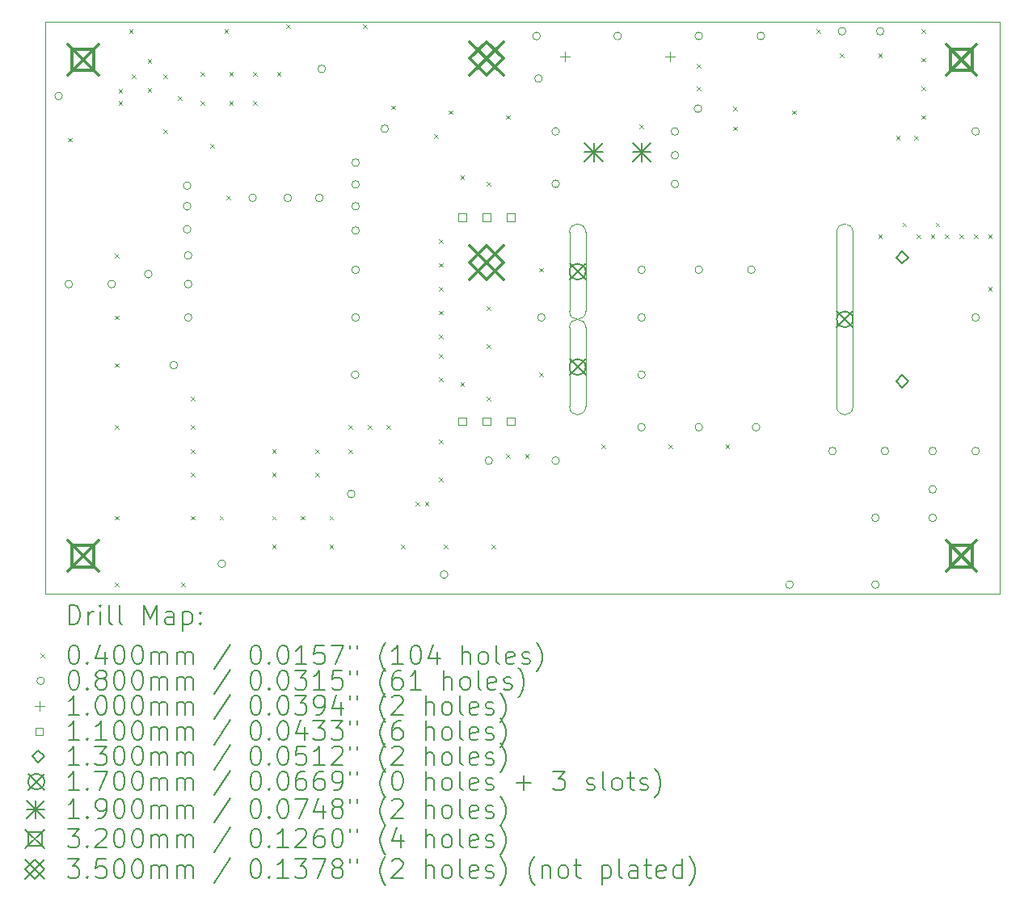
<source format=gbr>
%TF.GenerationSoftware,KiCad,Pcbnew,7.0.9*%
%TF.CreationDate,2023-12-01T18:28:36-05:00*%
%TF.ProjectId,RF_PA_ONLY,52465f50-415f-44f4-9e4c-592e6b696361,rev?*%
%TF.SameCoordinates,PX2faf080PY55d4a80*%
%TF.FileFunction,Drillmap*%
%TF.FilePolarity,Positive*%
%FSLAX45Y45*%
G04 Gerber Fmt 4.5, Leading zero omitted, Abs format (unit mm)*
G04 Created by KiCad (PCBNEW 7.0.9) date 2023-12-01 18:28:36*
%MOMM*%
%LPD*%
G01*
G04 APERTURE LIST*
%ADD10C,0.100000*%
%ADD11C,0.200000*%
%ADD12C,0.110000*%
%ADD13C,0.130000*%
%ADD14C,0.170000*%
%ADD15C,0.190000*%
%ADD16C,0.320000*%
%ADD17C,0.350000*%
G04 APERTURE END LIST*
D10*
X0Y-6000000D02*
X0Y0D01*
X10000000Y0D02*
X10000000Y-6000000D01*
X0Y0D02*
X10000000Y0D01*
X10000000Y-6000000D02*
X0Y-6000000D01*
D11*
D10*
X239000Y-1218000D02*
X279000Y-1258000D01*
X279000Y-1218000D02*
X239000Y-1258000D01*
X730000Y-2430000D02*
X770000Y-2470000D01*
X770000Y-2430000D02*
X730000Y-2470000D01*
X730000Y-3080000D02*
X770000Y-3120000D01*
X770000Y-3080000D02*
X730000Y-3120000D01*
X730000Y-3580000D02*
X770000Y-3620000D01*
X770000Y-3580000D02*
X730000Y-3620000D01*
X730000Y-4230000D02*
X770000Y-4270000D01*
X770000Y-4230000D02*
X730000Y-4270000D01*
X730000Y-5180000D02*
X770000Y-5220000D01*
X770000Y-5180000D02*
X730000Y-5220000D01*
X730000Y-5880000D02*
X770000Y-5920000D01*
X770000Y-5880000D02*
X730000Y-5920000D01*
X771200Y-708200D02*
X811200Y-748200D01*
X811200Y-708200D02*
X771200Y-748200D01*
X771200Y-835200D02*
X811200Y-875200D01*
X811200Y-835200D02*
X771200Y-875200D01*
X880000Y-80000D02*
X920000Y-120000D01*
X920000Y-80000D02*
X880000Y-120000D01*
X910900Y-555800D02*
X950900Y-595800D01*
X950900Y-555800D02*
X910900Y-595800D01*
X1076000Y-390700D02*
X1116000Y-430700D01*
X1116000Y-390700D02*
X1076000Y-430700D01*
X1076000Y-695500D02*
X1116000Y-735500D01*
X1116000Y-695500D02*
X1076000Y-735500D01*
X1241100Y-555800D02*
X1281100Y-595800D01*
X1281100Y-555800D02*
X1241100Y-595800D01*
X1241100Y-1129840D02*
X1281100Y-1169840D01*
X1281100Y-1129840D02*
X1241100Y-1169840D01*
X1393500Y-784400D02*
X1433500Y-824400D01*
X1433500Y-784400D02*
X1393500Y-824400D01*
X1430000Y-5880000D02*
X1470000Y-5920000D01*
X1470000Y-5880000D02*
X1430000Y-5920000D01*
X1530000Y-3930000D02*
X1570000Y-3970000D01*
X1570000Y-3930000D02*
X1530000Y-3970000D01*
X1530000Y-4230000D02*
X1570000Y-4270000D01*
X1570000Y-4230000D02*
X1530000Y-4270000D01*
X1530000Y-4480000D02*
X1570000Y-4520000D01*
X1570000Y-4480000D02*
X1530000Y-4520000D01*
X1530000Y-4730000D02*
X1570000Y-4770000D01*
X1570000Y-4730000D02*
X1530000Y-4770000D01*
X1530000Y-5180000D02*
X1570000Y-5220000D01*
X1570000Y-5180000D02*
X1530000Y-5220000D01*
X1630000Y-530000D02*
X1670000Y-570000D01*
X1670000Y-530000D02*
X1630000Y-570000D01*
X1630000Y-830000D02*
X1670000Y-870000D01*
X1670000Y-830000D02*
X1630000Y-870000D01*
X1730000Y-1280000D02*
X1770000Y-1320000D01*
X1770000Y-1280000D02*
X1730000Y-1320000D01*
X1830000Y-5180000D02*
X1870000Y-5220000D01*
X1870000Y-5180000D02*
X1830000Y-5220000D01*
X1880000Y-80000D02*
X1920000Y-120000D01*
X1920000Y-80000D02*
X1880000Y-120000D01*
X1901500Y-1825800D02*
X1941500Y-1865800D01*
X1941500Y-1825800D02*
X1901500Y-1865800D01*
X1930000Y-530000D02*
X1970000Y-570000D01*
X1970000Y-530000D02*
X1930000Y-570000D01*
X1930000Y-830000D02*
X1970000Y-870000D01*
X1970000Y-830000D02*
X1930000Y-870000D01*
X2180000Y-530000D02*
X2220000Y-570000D01*
X2220000Y-530000D02*
X2180000Y-570000D01*
X2180000Y-830000D02*
X2220000Y-870000D01*
X2220000Y-830000D02*
X2180000Y-870000D01*
X2380000Y-4480000D02*
X2420000Y-4520000D01*
X2420000Y-4480000D02*
X2380000Y-4520000D01*
X2380000Y-4730000D02*
X2420000Y-4770000D01*
X2420000Y-4730000D02*
X2380000Y-4770000D01*
X2380000Y-5180000D02*
X2420000Y-5220000D01*
X2420000Y-5180000D02*
X2380000Y-5220000D01*
X2380000Y-5480000D02*
X2420000Y-5520000D01*
X2420000Y-5480000D02*
X2380000Y-5520000D01*
X2430000Y-530000D02*
X2470000Y-570000D01*
X2470000Y-530000D02*
X2430000Y-570000D01*
X2530000Y-30000D02*
X2570000Y-70000D01*
X2570000Y-30000D02*
X2530000Y-70000D01*
X2680000Y-5180000D02*
X2720000Y-5220000D01*
X2720000Y-5180000D02*
X2680000Y-5220000D01*
X2830000Y-4480000D02*
X2870000Y-4520000D01*
X2870000Y-4480000D02*
X2830000Y-4520000D01*
X2830000Y-4730000D02*
X2870000Y-4770000D01*
X2870000Y-4730000D02*
X2830000Y-4770000D01*
X2980000Y-5180000D02*
X3020000Y-5220000D01*
X3020000Y-5180000D02*
X2980000Y-5220000D01*
X2980000Y-5480000D02*
X3020000Y-5520000D01*
X3020000Y-5480000D02*
X2980000Y-5520000D01*
X3180000Y-4230000D02*
X3220000Y-4270000D01*
X3220000Y-4230000D02*
X3180000Y-4270000D01*
X3180000Y-4480000D02*
X3220000Y-4520000D01*
X3220000Y-4480000D02*
X3180000Y-4520000D01*
X3330000Y-30000D02*
X3370000Y-70000D01*
X3370000Y-30000D02*
X3330000Y-70000D01*
X3380000Y-4230000D02*
X3420000Y-4270000D01*
X3420000Y-4230000D02*
X3380000Y-4270000D01*
X3580000Y-4230000D02*
X3620000Y-4270000D01*
X3620000Y-4230000D02*
X3580000Y-4270000D01*
X3630000Y-880000D02*
X3670000Y-920000D01*
X3670000Y-880000D02*
X3630000Y-920000D01*
X3730000Y-5480000D02*
X3770000Y-5520000D01*
X3770000Y-5480000D02*
X3730000Y-5520000D01*
X3880000Y-5030000D02*
X3920000Y-5070000D01*
X3920000Y-5030000D02*
X3880000Y-5070000D01*
X3980000Y-5030000D02*
X4020000Y-5070000D01*
X4020000Y-5030000D02*
X3980000Y-5070000D01*
X4080000Y-1180000D02*
X4120000Y-1220000D01*
X4120000Y-1180000D02*
X4080000Y-1220000D01*
X4130000Y-2280000D02*
X4170000Y-2320000D01*
X4170000Y-2280000D02*
X4130000Y-2320000D01*
X4130000Y-2530000D02*
X4170000Y-2570000D01*
X4170000Y-2530000D02*
X4130000Y-2570000D01*
X4130000Y-2780000D02*
X4170000Y-2820000D01*
X4170000Y-2780000D02*
X4130000Y-2820000D01*
X4130000Y-3030000D02*
X4170000Y-3070000D01*
X4170000Y-3030000D02*
X4130000Y-3070000D01*
X4130000Y-3280000D02*
X4170000Y-3320000D01*
X4170000Y-3280000D02*
X4130000Y-3320000D01*
X4130000Y-3480000D02*
X4170000Y-3520000D01*
X4170000Y-3480000D02*
X4130000Y-3520000D01*
X4130000Y-3730000D02*
X4170000Y-3770000D01*
X4170000Y-3730000D02*
X4130000Y-3770000D01*
X4130000Y-4380000D02*
X4170000Y-4420000D01*
X4170000Y-4380000D02*
X4130000Y-4420000D01*
X4130000Y-4780000D02*
X4170000Y-4820000D01*
X4170000Y-4780000D02*
X4130000Y-4820000D01*
X4180000Y-5480000D02*
X4220000Y-5520000D01*
X4220000Y-5480000D02*
X4180000Y-5520000D01*
X4230000Y-930000D02*
X4270000Y-970000D01*
X4270000Y-930000D02*
X4230000Y-970000D01*
X4352600Y-1609900D02*
X4392600Y-1649900D01*
X4392600Y-1609900D02*
X4352600Y-1649900D01*
X4352600Y-3781600D02*
X4392600Y-3821600D01*
X4392600Y-3781600D02*
X4352600Y-3821600D01*
X4630000Y-1680000D02*
X4670000Y-1720000D01*
X4670000Y-1680000D02*
X4630000Y-1720000D01*
X4630000Y-2980000D02*
X4670000Y-3020000D01*
X4670000Y-2980000D02*
X4630000Y-3020000D01*
X4630000Y-3380000D02*
X4670000Y-3420000D01*
X4670000Y-3380000D02*
X4630000Y-3420000D01*
X4630000Y-3930000D02*
X4670000Y-3970000D01*
X4670000Y-3930000D02*
X4630000Y-3970000D01*
X4680000Y-5480000D02*
X4720000Y-5520000D01*
X4720000Y-5480000D02*
X4680000Y-5520000D01*
X4830000Y-980000D02*
X4870000Y-1020000D01*
X4870000Y-980000D02*
X4830000Y-1020000D01*
X4830000Y-4530000D02*
X4870000Y-4570000D01*
X4870000Y-4530000D02*
X4830000Y-4570000D01*
X5030000Y-4530000D02*
X5070000Y-4570000D01*
X5070000Y-4530000D02*
X5030000Y-4570000D01*
X5180000Y-2580000D02*
X5220000Y-2620000D01*
X5220000Y-2580000D02*
X5180000Y-2620000D01*
X5180000Y-3680000D02*
X5220000Y-3720000D01*
X5220000Y-3680000D02*
X5180000Y-3720000D01*
X5830000Y-4430000D02*
X5870000Y-4470000D01*
X5870000Y-4430000D02*
X5830000Y-4470000D01*
X6230000Y-1080000D02*
X6270000Y-1120000D01*
X6270000Y-1080000D02*
X6230000Y-1120000D01*
X6530000Y-4430000D02*
X6570000Y-4470000D01*
X6570000Y-4430000D02*
X6530000Y-4470000D01*
X6829000Y-442000D02*
X6869000Y-482000D01*
X6869000Y-442000D02*
X6829000Y-482000D01*
X6830000Y-680000D02*
X6870000Y-720000D01*
X6870000Y-680000D02*
X6830000Y-720000D01*
X7130000Y-4430000D02*
X7170000Y-4470000D01*
X7170000Y-4430000D02*
X7130000Y-4470000D01*
X7208000Y-1099000D02*
X7248000Y-1139000D01*
X7248000Y-1099000D02*
X7208000Y-1139000D01*
X7209000Y-893000D02*
X7249000Y-933000D01*
X7249000Y-893000D02*
X7209000Y-933000D01*
X7830000Y-930000D02*
X7870000Y-970000D01*
X7870000Y-930000D02*
X7830000Y-970000D01*
X8080000Y-80000D02*
X8120000Y-120000D01*
X8120000Y-80000D02*
X8080000Y-120000D01*
X8330000Y-330000D02*
X8370000Y-370000D01*
X8370000Y-330000D02*
X8330000Y-370000D01*
X8730000Y-330000D02*
X8770000Y-370000D01*
X8770000Y-330000D02*
X8730000Y-370000D01*
X8730000Y-2230000D02*
X8770000Y-2270000D01*
X8770000Y-2230000D02*
X8730000Y-2270000D01*
X8915000Y-1194000D02*
X8955000Y-1234000D01*
X8955000Y-1194000D02*
X8915000Y-1234000D01*
X8984000Y-2107000D02*
X9024000Y-2147000D01*
X9024000Y-2107000D02*
X8984000Y-2147000D01*
X9107000Y-1195000D02*
X9147000Y-1235000D01*
X9147000Y-1195000D02*
X9107000Y-1235000D01*
X9130000Y-2230000D02*
X9170000Y-2270000D01*
X9170000Y-2230000D02*
X9130000Y-2270000D01*
X9180000Y-80000D02*
X9220000Y-120000D01*
X9220000Y-80000D02*
X9180000Y-120000D01*
X9180000Y-380000D02*
X9220000Y-420000D01*
X9220000Y-380000D02*
X9180000Y-420000D01*
X9180000Y-680000D02*
X9220000Y-720000D01*
X9220000Y-680000D02*
X9180000Y-720000D01*
X9180000Y-980000D02*
X9220000Y-1020000D01*
X9220000Y-980000D02*
X9180000Y-1020000D01*
X9280000Y-2230000D02*
X9320000Y-2270000D01*
X9320000Y-2230000D02*
X9280000Y-2270000D01*
X9330000Y-2107000D02*
X9370000Y-2147000D01*
X9370000Y-2107000D02*
X9330000Y-2147000D01*
X9430000Y-2230000D02*
X9470000Y-2270000D01*
X9470000Y-2230000D02*
X9430000Y-2270000D01*
X9580000Y-2230000D02*
X9620000Y-2270000D01*
X9620000Y-2230000D02*
X9580000Y-2270000D01*
X9730000Y-2230000D02*
X9770000Y-2270000D01*
X9770000Y-2230000D02*
X9730000Y-2270000D01*
X9880000Y-2230000D02*
X9920000Y-2270000D01*
X9920000Y-2230000D02*
X9880000Y-2270000D01*
X9880000Y-2780000D02*
X9920000Y-2820000D01*
X9920000Y-2780000D02*
X9880000Y-2820000D01*
X183500Y-779000D02*
G75*
G03*
X183500Y-779000I-40000J0D01*
G01*
X290000Y-2750000D02*
G75*
G03*
X290000Y-2750000I-40000J0D01*
G01*
X740000Y-2750000D02*
G75*
G03*
X740000Y-2750000I-40000J0D01*
G01*
X1123300Y-2645900D02*
G75*
G03*
X1123300Y-2645900I-40000J0D01*
G01*
X1390000Y-3600000D02*
G75*
G03*
X1390000Y-3600000I-40000J0D01*
G01*
X1529700Y-1718800D02*
G75*
G03*
X1529700Y-1718800I-40000J0D01*
G01*
X1529700Y-1934700D02*
G75*
G03*
X1529700Y-1934700I-40000J0D01*
G01*
X1529700Y-2176000D02*
G75*
G03*
X1529700Y-2176000I-40000J0D01*
G01*
X1540000Y-2450000D02*
G75*
G03*
X1540000Y-2450000I-40000J0D01*
G01*
X1540000Y-2750000D02*
G75*
G03*
X1540000Y-2750000I-40000J0D01*
G01*
X1540000Y-3100000D02*
G75*
G03*
X1540000Y-3100000I-40000J0D01*
G01*
X1892920Y-5681200D02*
G75*
G03*
X1892920Y-5681200I-40000J0D01*
G01*
X2215500Y-1845800D02*
G75*
G03*
X2215500Y-1845800I-40000J0D01*
G01*
X2583800Y-1845800D02*
G75*
G03*
X2583800Y-1845800I-40000J0D01*
G01*
X2914000Y-1845800D02*
G75*
G03*
X2914000Y-1845800I-40000J0D01*
G01*
X2939400Y-494520D02*
G75*
G03*
X2939400Y-494520I-40000J0D01*
G01*
X3249280Y-4949680D02*
G75*
G03*
X3249280Y-4949680I-40000J0D01*
G01*
X3290000Y-3700000D02*
G75*
G03*
X3290000Y-3700000I-40000J0D01*
G01*
X3295000Y-1477500D02*
G75*
G03*
X3295000Y-1477500I-40000J0D01*
G01*
X3295000Y-1706100D02*
G75*
G03*
X3295000Y-1706100I-40000J0D01*
G01*
X3295000Y-1934700D02*
G75*
G03*
X3295000Y-1934700I-40000J0D01*
G01*
X3295000Y-2188700D02*
G75*
G03*
X3295000Y-2188700I-40000J0D01*
G01*
X3295000Y-2600000D02*
G75*
G03*
X3295000Y-2600000I-40000J0D01*
G01*
X3295000Y-3100000D02*
G75*
G03*
X3295000Y-3100000I-40000J0D01*
G01*
X3599800Y-1121900D02*
G75*
G03*
X3599800Y-1121900I-40000J0D01*
G01*
X4222100Y-5795500D02*
G75*
G03*
X4222100Y-5795500I-40000J0D01*
G01*
X4690000Y-4600000D02*
G75*
G03*
X4690000Y-4600000I-40000J0D01*
G01*
X5190000Y-150000D02*
G75*
G03*
X5190000Y-150000I-40000J0D01*
G01*
X5210160Y-596120D02*
G75*
G03*
X5210160Y-596120I-40000J0D01*
G01*
X5240000Y-3100000D02*
G75*
G03*
X5240000Y-3100000I-40000J0D01*
G01*
X5390000Y-1150000D02*
G75*
G03*
X5390000Y-1150000I-40000J0D01*
G01*
X5390000Y-1700000D02*
G75*
G03*
X5390000Y-1700000I-40000J0D01*
G01*
X5390000Y-4600000D02*
G75*
G03*
X5390000Y-4600000I-40000J0D01*
G01*
X6040000Y-150000D02*
G75*
G03*
X6040000Y-150000I-40000J0D01*
G01*
X6290000Y-2600000D02*
G75*
G03*
X6290000Y-2600000I-40000J0D01*
G01*
X6290000Y-3100000D02*
G75*
G03*
X6290000Y-3100000I-40000J0D01*
G01*
X6290000Y-3700000D02*
G75*
G03*
X6290000Y-3700000I-40000J0D01*
G01*
X6290000Y-4250000D02*
G75*
G03*
X6290000Y-4250000I-40000J0D01*
G01*
X6640000Y-1150000D02*
G75*
G03*
X6640000Y-1150000I-40000J0D01*
G01*
X6640000Y-1400000D02*
G75*
G03*
X6640000Y-1400000I-40000J0D01*
G01*
X6640000Y-1700000D02*
G75*
G03*
X6640000Y-1700000I-40000J0D01*
G01*
X6881480Y-911080D02*
G75*
G03*
X6881480Y-911080I-40000J0D01*
G01*
X6890000Y-150000D02*
G75*
G03*
X6890000Y-150000I-40000J0D01*
G01*
X6890000Y-2600000D02*
G75*
G03*
X6890000Y-2600000I-40000J0D01*
G01*
X6890000Y-4250000D02*
G75*
G03*
X6890000Y-4250000I-40000J0D01*
G01*
X7440000Y-2600000D02*
G75*
G03*
X7440000Y-2600000I-40000J0D01*
G01*
X7490000Y-4250000D02*
G75*
G03*
X7490000Y-4250000I-40000J0D01*
G01*
X7540000Y-150000D02*
G75*
G03*
X7540000Y-150000I-40000J0D01*
G01*
X7840000Y-5900000D02*
G75*
G03*
X7840000Y-5900000I-40000J0D01*
G01*
X8290000Y-4500000D02*
G75*
G03*
X8290000Y-4500000I-40000J0D01*
G01*
X8390000Y-100000D02*
G75*
G03*
X8390000Y-100000I-40000J0D01*
G01*
X8740000Y-5200000D02*
G75*
G03*
X8740000Y-5200000I-40000J0D01*
G01*
X8740000Y-5900000D02*
G75*
G03*
X8740000Y-5900000I-40000J0D01*
G01*
X8790000Y-100000D02*
G75*
G03*
X8790000Y-100000I-40000J0D01*
G01*
X8840000Y-4500000D02*
G75*
G03*
X8840000Y-4500000I-40000J0D01*
G01*
X9340000Y-4500000D02*
G75*
G03*
X9340000Y-4500000I-40000J0D01*
G01*
X9340000Y-4900000D02*
G75*
G03*
X9340000Y-4900000I-40000J0D01*
G01*
X9340000Y-5200000D02*
G75*
G03*
X9340000Y-5200000I-40000J0D01*
G01*
X9790000Y-1150000D02*
G75*
G03*
X9790000Y-1150000I-40000J0D01*
G01*
X9790000Y-3100000D02*
G75*
G03*
X9790000Y-3100000I-40000J0D01*
G01*
X9790000Y-4500000D02*
G75*
G03*
X9790000Y-4500000I-40000J0D01*
G01*
X5450000Y-317500D02*
X5450000Y-417500D01*
X5400000Y-367500D02*
X5500000Y-367500D01*
X6550000Y-317500D02*
X6550000Y-417500D01*
X6500000Y-367500D02*
X6600000Y-367500D01*
D12*
X4410891Y-2088891D02*
X4410891Y-2011109D01*
X4333109Y-2011109D01*
X4333109Y-2088891D01*
X4410891Y-2088891D01*
X4410891Y-4228891D02*
X4410891Y-4151109D01*
X4333109Y-4151109D01*
X4333109Y-4228891D01*
X4410891Y-4228891D01*
X4664891Y-2088891D02*
X4664891Y-2011109D01*
X4587109Y-2011109D01*
X4587109Y-2088891D01*
X4664891Y-2088891D01*
X4664891Y-4228891D02*
X4664891Y-4151109D01*
X4587109Y-4151109D01*
X4587109Y-4228891D01*
X4664891Y-4228891D01*
X4918891Y-2088891D02*
X4918891Y-2011109D01*
X4841109Y-2011109D01*
X4841109Y-2088891D01*
X4918891Y-2088891D01*
X4918891Y-4228891D02*
X4918891Y-4151109D01*
X4841109Y-4151109D01*
X4841109Y-4228891D01*
X4918891Y-4228891D01*
D13*
X8980000Y-2535000D02*
X9045000Y-2470000D01*
X8980000Y-2405000D01*
X8915000Y-2470000D01*
X8980000Y-2535000D01*
X8980000Y-3835000D02*
X9045000Y-3770000D01*
X8980000Y-3705000D01*
X8915000Y-3770000D01*
X8980000Y-3835000D01*
D14*
X5495000Y-2535000D02*
X5665000Y-2705000D01*
X5665000Y-2535000D02*
X5495000Y-2705000D01*
X5665000Y-2620000D02*
G75*
G03*
X5665000Y-2620000I-85000J0D01*
G01*
D10*
X5495000Y-2205000D02*
X5495000Y-3035000D01*
X5495000Y-3035000D02*
G75*
G03*
X5665000Y-3035000I85000J0D01*
G01*
X5665000Y-3035000D02*
X5665000Y-2205000D01*
X5665000Y-2205000D02*
G75*
G03*
X5495000Y-2205000I-85000J0D01*
G01*
D14*
X5495000Y-3535000D02*
X5665000Y-3705000D01*
X5665000Y-3535000D02*
X5495000Y-3705000D01*
X5665000Y-3620000D02*
G75*
G03*
X5665000Y-3620000I-85000J0D01*
G01*
D10*
X5495000Y-3205000D02*
X5495000Y-4035000D01*
X5495000Y-4035000D02*
G75*
G03*
X5665000Y-4035000I85000J0D01*
G01*
X5665000Y-4035000D02*
X5665000Y-3205000D01*
X5665000Y-3205000D02*
G75*
G03*
X5495000Y-3205000I-85000J0D01*
G01*
D14*
X8295000Y-3035000D02*
X8465000Y-3205000D01*
X8465000Y-3035000D02*
X8295000Y-3205000D01*
X8465000Y-3120000D02*
G75*
G03*
X8465000Y-3120000I-85000J0D01*
G01*
D10*
X8295000Y-2205000D02*
X8295000Y-4035000D01*
X8295000Y-4035000D02*
G75*
G03*
X8465000Y-4035000I85000J0D01*
G01*
X8465000Y-4035000D02*
X8465000Y-2205000D01*
X8465000Y-2205000D02*
G75*
G03*
X8295000Y-2205000I-85000J0D01*
G01*
D15*
X5655000Y-1272500D02*
X5845000Y-1462500D01*
X5845000Y-1272500D02*
X5655000Y-1462500D01*
X5750000Y-1272500D02*
X5750000Y-1462500D01*
X5655000Y-1367500D02*
X5845000Y-1367500D01*
X6155000Y-1272500D02*
X6345000Y-1462500D01*
X6345000Y-1272500D02*
X6155000Y-1462500D01*
X6250000Y-1272500D02*
X6250000Y-1462500D01*
X6155000Y-1367500D02*
X6345000Y-1367500D01*
D16*
X240000Y-240000D02*
X560000Y-560000D01*
X560000Y-240000D02*
X240000Y-560000D01*
X513138Y-513138D02*
X513138Y-286862D01*
X286862Y-286862D01*
X286862Y-513138D01*
X513138Y-513138D01*
X240000Y-5440000D02*
X560000Y-5760000D01*
X560000Y-5440000D02*
X240000Y-5760000D01*
X513138Y-5713138D02*
X513138Y-5486862D01*
X286862Y-5486862D01*
X286862Y-5713138D01*
X513138Y-5713138D01*
X9440000Y-240000D02*
X9760000Y-560000D01*
X9760000Y-240000D02*
X9440000Y-560000D01*
X9713138Y-513138D02*
X9713138Y-286862D01*
X9486862Y-286862D01*
X9486862Y-513138D01*
X9713138Y-513138D01*
X9440000Y-5440000D02*
X9760000Y-5760000D01*
X9760000Y-5440000D02*
X9440000Y-5760000D01*
X9713138Y-5713138D02*
X9713138Y-5486862D01*
X9486862Y-5486862D01*
X9486862Y-5713138D01*
X9713138Y-5713138D01*
D17*
X4451000Y-209000D02*
X4801000Y-559000D01*
X4801000Y-209000D02*
X4451000Y-559000D01*
X4626000Y-559000D02*
X4801000Y-384000D01*
X4626000Y-209000D01*
X4451000Y-384000D01*
X4626000Y-559000D01*
X4451000Y-2349000D02*
X4801000Y-2699000D01*
X4801000Y-2349000D02*
X4451000Y-2699000D01*
X4626000Y-2699000D02*
X4801000Y-2524000D01*
X4626000Y-2349000D01*
X4451000Y-2524000D01*
X4626000Y-2699000D01*
D11*
X255777Y-6316484D02*
X255777Y-6116484D01*
X255777Y-6116484D02*
X303396Y-6116484D01*
X303396Y-6116484D02*
X331967Y-6126008D01*
X331967Y-6126008D02*
X351015Y-6145055D01*
X351015Y-6145055D02*
X360539Y-6164103D01*
X360539Y-6164103D02*
X370062Y-6202198D01*
X370062Y-6202198D02*
X370062Y-6230769D01*
X370062Y-6230769D02*
X360539Y-6268865D01*
X360539Y-6268865D02*
X351015Y-6287912D01*
X351015Y-6287912D02*
X331967Y-6306960D01*
X331967Y-6306960D02*
X303396Y-6316484D01*
X303396Y-6316484D02*
X255777Y-6316484D01*
X455777Y-6316484D02*
X455777Y-6183150D01*
X455777Y-6221246D02*
X465301Y-6202198D01*
X465301Y-6202198D02*
X474824Y-6192674D01*
X474824Y-6192674D02*
X493872Y-6183150D01*
X493872Y-6183150D02*
X512920Y-6183150D01*
X579586Y-6316484D02*
X579586Y-6183150D01*
X579586Y-6116484D02*
X570063Y-6126008D01*
X570063Y-6126008D02*
X579586Y-6135531D01*
X579586Y-6135531D02*
X589110Y-6126008D01*
X589110Y-6126008D02*
X579586Y-6116484D01*
X579586Y-6116484D02*
X579586Y-6135531D01*
X703396Y-6316484D02*
X684348Y-6306960D01*
X684348Y-6306960D02*
X674824Y-6287912D01*
X674824Y-6287912D02*
X674824Y-6116484D01*
X808158Y-6316484D02*
X789110Y-6306960D01*
X789110Y-6306960D02*
X779586Y-6287912D01*
X779586Y-6287912D02*
X779586Y-6116484D01*
X1036729Y-6316484D02*
X1036729Y-6116484D01*
X1036729Y-6116484D02*
X1103396Y-6259341D01*
X1103396Y-6259341D02*
X1170063Y-6116484D01*
X1170063Y-6116484D02*
X1170063Y-6316484D01*
X1351015Y-6316484D02*
X1351015Y-6211722D01*
X1351015Y-6211722D02*
X1341491Y-6192674D01*
X1341491Y-6192674D02*
X1322444Y-6183150D01*
X1322444Y-6183150D02*
X1284348Y-6183150D01*
X1284348Y-6183150D02*
X1265301Y-6192674D01*
X1351015Y-6306960D02*
X1331967Y-6316484D01*
X1331967Y-6316484D02*
X1284348Y-6316484D01*
X1284348Y-6316484D02*
X1265301Y-6306960D01*
X1265301Y-6306960D02*
X1255777Y-6287912D01*
X1255777Y-6287912D02*
X1255777Y-6268865D01*
X1255777Y-6268865D02*
X1265301Y-6249817D01*
X1265301Y-6249817D02*
X1284348Y-6240293D01*
X1284348Y-6240293D02*
X1331967Y-6240293D01*
X1331967Y-6240293D02*
X1351015Y-6230769D01*
X1446253Y-6183150D02*
X1446253Y-6383150D01*
X1446253Y-6192674D02*
X1465301Y-6183150D01*
X1465301Y-6183150D02*
X1503396Y-6183150D01*
X1503396Y-6183150D02*
X1522443Y-6192674D01*
X1522443Y-6192674D02*
X1531967Y-6202198D01*
X1531967Y-6202198D02*
X1541491Y-6221246D01*
X1541491Y-6221246D02*
X1541491Y-6278388D01*
X1541491Y-6278388D02*
X1531967Y-6297436D01*
X1531967Y-6297436D02*
X1522443Y-6306960D01*
X1522443Y-6306960D02*
X1503396Y-6316484D01*
X1503396Y-6316484D02*
X1465301Y-6316484D01*
X1465301Y-6316484D02*
X1446253Y-6306960D01*
X1627205Y-6297436D02*
X1636729Y-6306960D01*
X1636729Y-6306960D02*
X1627205Y-6316484D01*
X1627205Y-6316484D02*
X1617682Y-6306960D01*
X1617682Y-6306960D02*
X1627205Y-6297436D01*
X1627205Y-6297436D02*
X1627205Y-6316484D01*
X1627205Y-6192674D02*
X1636729Y-6202198D01*
X1636729Y-6202198D02*
X1627205Y-6211722D01*
X1627205Y-6211722D02*
X1617682Y-6202198D01*
X1617682Y-6202198D02*
X1627205Y-6192674D01*
X1627205Y-6192674D02*
X1627205Y-6211722D01*
D10*
X-45000Y-6625000D02*
X-5000Y-6665000D01*
X-5000Y-6625000D02*
X-45000Y-6665000D01*
D11*
X293872Y-6536484D02*
X312920Y-6536484D01*
X312920Y-6536484D02*
X331967Y-6546008D01*
X331967Y-6546008D02*
X341491Y-6555531D01*
X341491Y-6555531D02*
X351015Y-6574579D01*
X351015Y-6574579D02*
X360539Y-6612674D01*
X360539Y-6612674D02*
X360539Y-6660293D01*
X360539Y-6660293D02*
X351015Y-6698388D01*
X351015Y-6698388D02*
X341491Y-6717436D01*
X341491Y-6717436D02*
X331967Y-6726960D01*
X331967Y-6726960D02*
X312920Y-6736484D01*
X312920Y-6736484D02*
X293872Y-6736484D01*
X293872Y-6736484D02*
X274824Y-6726960D01*
X274824Y-6726960D02*
X265301Y-6717436D01*
X265301Y-6717436D02*
X255777Y-6698388D01*
X255777Y-6698388D02*
X246253Y-6660293D01*
X246253Y-6660293D02*
X246253Y-6612674D01*
X246253Y-6612674D02*
X255777Y-6574579D01*
X255777Y-6574579D02*
X265301Y-6555531D01*
X265301Y-6555531D02*
X274824Y-6546008D01*
X274824Y-6546008D02*
X293872Y-6536484D01*
X446253Y-6717436D02*
X455777Y-6726960D01*
X455777Y-6726960D02*
X446253Y-6736484D01*
X446253Y-6736484D02*
X436729Y-6726960D01*
X436729Y-6726960D02*
X446253Y-6717436D01*
X446253Y-6717436D02*
X446253Y-6736484D01*
X627205Y-6603150D02*
X627205Y-6736484D01*
X579586Y-6526960D02*
X531967Y-6669817D01*
X531967Y-6669817D02*
X655777Y-6669817D01*
X770062Y-6536484D02*
X789110Y-6536484D01*
X789110Y-6536484D02*
X808158Y-6546008D01*
X808158Y-6546008D02*
X817682Y-6555531D01*
X817682Y-6555531D02*
X827205Y-6574579D01*
X827205Y-6574579D02*
X836729Y-6612674D01*
X836729Y-6612674D02*
X836729Y-6660293D01*
X836729Y-6660293D02*
X827205Y-6698388D01*
X827205Y-6698388D02*
X817682Y-6717436D01*
X817682Y-6717436D02*
X808158Y-6726960D01*
X808158Y-6726960D02*
X789110Y-6736484D01*
X789110Y-6736484D02*
X770062Y-6736484D01*
X770062Y-6736484D02*
X751015Y-6726960D01*
X751015Y-6726960D02*
X741491Y-6717436D01*
X741491Y-6717436D02*
X731967Y-6698388D01*
X731967Y-6698388D02*
X722443Y-6660293D01*
X722443Y-6660293D02*
X722443Y-6612674D01*
X722443Y-6612674D02*
X731967Y-6574579D01*
X731967Y-6574579D02*
X741491Y-6555531D01*
X741491Y-6555531D02*
X751015Y-6546008D01*
X751015Y-6546008D02*
X770062Y-6536484D01*
X960539Y-6536484D02*
X979586Y-6536484D01*
X979586Y-6536484D02*
X998634Y-6546008D01*
X998634Y-6546008D02*
X1008158Y-6555531D01*
X1008158Y-6555531D02*
X1017682Y-6574579D01*
X1017682Y-6574579D02*
X1027205Y-6612674D01*
X1027205Y-6612674D02*
X1027205Y-6660293D01*
X1027205Y-6660293D02*
X1017682Y-6698388D01*
X1017682Y-6698388D02*
X1008158Y-6717436D01*
X1008158Y-6717436D02*
X998634Y-6726960D01*
X998634Y-6726960D02*
X979586Y-6736484D01*
X979586Y-6736484D02*
X960539Y-6736484D01*
X960539Y-6736484D02*
X941491Y-6726960D01*
X941491Y-6726960D02*
X931967Y-6717436D01*
X931967Y-6717436D02*
X922443Y-6698388D01*
X922443Y-6698388D02*
X912920Y-6660293D01*
X912920Y-6660293D02*
X912920Y-6612674D01*
X912920Y-6612674D02*
X922443Y-6574579D01*
X922443Y-6574579D02*
X931967Y-6555531D01*
X931967Y-6555531D02*
X941491Y-6546008D01*
X941491Y-6546008D02*
X960539Y-6536484D01*
X1112920Y-6736484D02*
X1112920Y-6603150D01*
X1112920Y-6622198D02*
X1122444Y-6612674D01*
X1122444Y-6612674D02*
X1141491Y-6603150D01*
X1141491Y-6603150D02*
X1170063Y-6603150D01*
X1170063Y-6603150D02*
X1189110Y-6612674D01*
X1189110Y-6612674D02*
X1198634Y-6631722D01*
X1198634Y-6631722D02*
X1198634Y-6736484D01*
X1198634Y-6631722D02*
X1208158Y-6612674D01*
X1208158Y-6612674D02*
X1227205Y-6603150D01*
X1227205Y-6603150D02*
X1255777Y-6603150D01*
X1255777Y-6603150D02*
X1274825Y-6612674D01*
X1274825Y-6612674D02*
X1284348Y-6631722D01*
X1284348Y-6631722D02*
X1284348Y-6736484D01*
X1379586Y-6736484D02*
X1379586Y-6603150D01*
X1379586Y-6622198D02*
X1389110Y-6612674D01*
X1389110Y-6612674D02*
X1408158Y-6603150D01*
X1408158Y-6603150D02*
X1436729Y-6603150D01*
X1436729Y-6603150D02*
X1455777Y-6612674D01*
X1455777Y-6612674D02*
X1465301Y-6631722D01*
X1465301Y-6631722D02*
X1465301Y-6736484D01*
X1465301Y-6631722D02*
X1474824Y-6612674D01*
X1474824Y-6612674D02*
X1493872Y-6603150D01*
X1493872Y-6603150D02*
X1522443Y-6603150D01*
X1522443Y-6603150D02*
X1541491Y-6612674D01*
X1541491Y-6612674D02*
X1551015Y-6631722D01*
X1551015Y-6631722D02*
X1551015Y-6736484D01*
X1941491Y-6526960D02*
X1770063Y-6784103D01*
X2198634Y-6536484D02*
X2217682Y-6536484D01*
X2217682Y-6536484D02*
X2236729Y-6546008D01*
X2236729Y-6546008D02*
X2246253Y-6555531D01*
X2246253Y-6555531D02*
X2255777Y-6574579D01*
X2255777Y-6574579D02*
X2265301Y-6612674D01*
X2265301Y-6612674D02*
X2265301Y-6660293D01*
X2265301Y-6660293D02*
X2255777Y-6698388D01*
X2255777Y-6698388D02*
X2246253Y-6717436D01*
X2246253Y-6717436D02*
X2236729Y-6726960D01*
X2236729Y-6726960D02*
X2217682Y-6736484D01*
X2217682Y-6736484D02*
X2198634Y-6736484D01*
X2198634Y-6736484D02*
X2179587Y-6726960D01*
X2179587Y-6726960D02*
X2170063Y-6717436D01*
X2170063Y-6717436D02*
X2160539Y-6698388D01*
X2160539Y-6698388D02*
X2151015Y-6660293D01*
X2151015Y-6660293D02*
X2151015Y-6612674D01*
X2151015Y-6612674D02*
X2160539Y-6574579D01*
X2160539Y-6574579D02*
X2170063Y-6555531D01*
X2170063Y-6555531D02*
X2179587Y-6546008D01*
X2179587Y-6546008D02*
X2198634Y-6536484D01*
X2351015Y-6717436D02*
X2360539Y-6726960D01*
X2360539Y-6726960D02*
X2351015Y-6736484D01*
X2351015Y-6736484D02*
X2341491Y-6726960D01*
X2341491Y-6726960D02*
X2351015Y-6717436D01*
X2351015Y-6717436D02*
X2351015Y-6736484D01*
X2484348Y-6536484D02*
X2503396Y-6536484D01*
X2503396Y-6536484D02*
X2522444Y-6546008D01*
X2522444Y-6546008D02*
X2531968Y-6555531D01*
X2531968Y-6555531D02*
X2541491Y-6574579D01*
X2541491Y-6574579D02*
X2551015Y-6612674D01*
X2551015Y-6612674D02*
X2551015Y-6660293D01*
X2551015Y-6660293D02*
X2541491Y-6698388D01*
X2541491Y-6698388D02*
X2531968Y-6717436D01*
X2531968Y-6717436D02*
X2522444Y-6726960D01*
X2522444Y-6726960D02*
X2503396Y-6736484D01*
X2503396Y-6736484D02*
X2484348Y-6736484D01*
X2484348Y-6736484D02*
X2465301Y-6726960D01*
X2465301Y-6726960D02*
X2455777Y-6717436D01*
X2455777Y-6717436D02*
X2446253Y-6698388D01*
X2446253Y-6698388D02*
X2436729Y-6660293D01*
X2436729Y-6660293D02*
X2436729Y-6612674D01*
X2436729Y-6612674D02*
X2446253Y-6574579D01*
X2446253Y-6574579D02*
X2455777Y-6555531D01*
X2455777Y-6555531D02*
X2465301Y-6546008D01*
X2465301Y-6546008D02*
X2484348Y-6536484D01*
X2741491Y-6736484D02*
X2627206Y-6736484D01*
X2684348Y-6736484D02*
X2684348Y-6536484D01*
X2684348Y-6536484D02*
X2665301Y-6565055D01*
X2665301Y-6565055D02*
X2646253Y-6584103D01*
X2646253Y-6584103D02*
X2627206Y-6593627D01*
X2922444Y-6536484D02*
X2827206Y-6536484D01*
X2827206Y-6536484D02*
X2817682Y-6631722D01*
X2817682Y-6631722D02*
X2827206Y-6622198D01*
X2827206Y-6622198D02*
X2846253Y-6612674D01*
X2846253Y-6612674D02*
X2893872Y-6612674D01*
X2893872Y-6612674D02*
X2912920Y-6622198D01*
X2912920Y-6622198D02*
X2922444Y-6631722D01*
X2922444Y-6631722D02*
X2931967Y-6650769D01*
X2931967Y-6650769D02*
X2931967Y-6698388D01*
X2931967Y-6698388D02*
X2922444Y-6717436D01*
X2922444Y-6717436D02*
X2912920Y-6726960D01*
X2912920Y-6726960D02*
X2893872Y-6736484D01*
X2893872Y-6736484D02*
X2846253Y-6736484D01*
X2846253Y-6736484D02*
X2827206Y-6726960D01*
X2827206Y-6726960D02*
X2817682Y-6717436D01*
X2998634Y-6536484D02*
X3131967Y-6536484D01*
X3131967Y-6536484D02*
X3046253Y-6736484D01*
X3198634Y-6536484D02*
X3198634Y-6574579D01*
X3274825Y-6536484D02*
X3274825Y-6574579D01*
X3570063Y-6812674D02*
X3560539Y-6803150D01*
X3560539Y-6803150D02*
X3541491Y-6774579D01*
X3541491Y-6774579D02*
X3531968Y-6755531D01*
X3531968Y-6755531D02*
X3522444Y-6726960D01*
X3522444Y-6726960D02*
X3512920Y-6679341D01*
X3512920Y-6679341D02*
X3512920Y-6641246D01*
X3512920Y-6641246D02*
X3522444Y-6593627D01*
X3522444Y-6593627D02*
X3531968Y-6565055D01*
X3531968Y-6565055D02*
X3541491Y-6546008D01*
X3541491Y-6546008D02*
X3560539Y-6517436D01*
X3560539Y-6517436D02*
X3570063Y-6507912D01*
X3751015Y-6736484D02*
X3636729Y-6736484D01*
X3693872Y-6736484D02*
X3693872Y-6536484D01*
X3693872Y-6536484D02*
X3674825Y-6565055D01*
X3674825Y-6565055D02*
X3655777Y-6584103D01*
X3655777Y-6584103D02*
X3636729Y-6593627D01*
X3874825Y-6536484D02*
X3893872Y-6536484D01*
X3893872Y-6536484D02*
X3912920Y-6546008D01*
X3912920Y-6546008D02*
X3922444Y-6555531D01*
X3922444Y-6555531D02*
X3931968Y-6574579D01*
X3931968Y-6574579D02*
X3941491Y-6612674D01*
X3941491Y-6612674D02*
X3941491Y-6660293D01*
X3941491Y-6660293D02*
X3931968Y-6698388D01*
X3931968Y-6698388D02*
X3922444Y-6717436D01*
X3922444Y-6717436D02*
X3912920Y-6726960D01*
X3912920Y-6726960D02*
X3893872Y-6736484D01*
X3893872Y-6736484D02*
X3874825Y-6736484D01*
X3874825Y-6736484D02*
X3855777Y-6726960D01*
X3855777Y-6726960D02*
X3846253Y-6717436D01*
X3846253Y-6717436D02*
X3836729Y-6698388D01*
X3836729Y-6698388D02*
X3827206Y-6660293D01*
X3827206Y-6660293D02*
X3827206Y-6612674D01*
X3827206Y-6612674D02*
X3836729Y-6574579D01*
X3836729Y-6574579D02*
X3846253Y-6555531D01*
X3846253Y-6555531D02*
X3855777Y-6546008D01*
X3855777Y-6546008D02*
X3874825Y-6536484D01*
X4112920Y-6603150D02*
X4112920Y-6736484D01*
X4065301Y-6526960D02*
X4017682Y-6669817D01*
X4017682Y-6669817D02*
X4141491Y-6669817D01*
X4370063Y-6736484D02*
X4370063Y-6536484D01*
X4455777Y-6736484D02*
X4455777Y-6631722D01*
X4455777Y-6631722D02*
X4446253Y-6612674D01*
X4446253Y-6612674D02*
X4427206Y-6603150D01*
X4427206Y-6603150D02*
X4398634Y-6603150D01*
X4398634Y-6603150D02*
X4379587Y-6612674D01*
X4379587Y-6612674D02*
X4370063Y-6622198D01*
X4579587Y-6736484D02*
X4560539Y-6726960D01*
X4560539Y-6726960D02*
X4551015Y-6717436D01*
X4551015Y-6717436D02*
X4541492Y-6698388D01*
X4541492Y-6698388D02*
X4541492Y-6641246D01*
X4541492Y-6641246D02*
X4551015Y-6622198D01*
X4551015Y-6622198D02*
X4560539Y-6612674D01*
X4560539Y-6612674D02*
X4579587Y-6603150D01*
X4579587Y-6603150D02*
X4608158Y-6603150D01*
X4608158Y-6603150D02*
X4627206Y-6612674D01*
X4627206Y-6612674D02*
X4636730Y-6622198D01*
X4636730Y-6622198D02*
X4646253Y-6641246D01*
X4646253Y-6641246D02*
X4646253Y-6698388D01*
X4646253Y-6698388D02*
X4636730Y-6717436D01*
X4636730Y-6717436D02*
X4627206Y-6726960D01*
X4627206Y-6726960D02*
X4608158Y-6736484D01*
X4608158Y-6736484D02*
X4579587Y-6736484D01*
X4760539Y-6736484D02*
X4741492Y-6726960D01*
X4741492Y-6726960D02*
X4731968Y-6707912D01*
X4731968Y-6707912D02*
X4731968Y-6536484D01*
X4912920Y-6726960D02*
X4893873Y-6736484D01*
X4893873Y-6736484D02*
X4855777Y-6736484D01*
X4855777Y-6736484D02*
X4836730Y-6726960D01*
X4836730Y-6726960D02*
X4827206Y-6707912D01*
X4827206Y-6707912D02*
X4827206Y-6631722D01*
X4827206Y-6631722D02*
X4836730Y-6612674D01*
X4836730Y-6612674D02*
X4855777Y-6603150D01*
X4855777Y-6603150D02*
X4893873Y-6603150D01*
X4893873Y-6603150D02*
X4912920Y-6612674D01*
X4912920Y-6612674D02*
X4922444Y-6631722D01*
X4922444Y-6631722D02*
X4922444Y-6650769D01*
X4922444Y-6650769D02*
X4827206Y-6669817D01*
X4998634Y-6726960D02*
X5017682Y-6736484D01*
X5017682Y-6736484D02*
X5055777Y-6736484D01*
X5055777Y-6736484D02*
X5074825Y-6726960D01*
X5074825Y-6726960D02*
X5084349Y-6707912D01*
X5084349Y-6707912D02*
X5084349Y-6698388D01*
X5084349Y-6698388D02*
X5074825Y-6679341D01*
X5074825Y-6679341D02*
X5055777Y-6669817D01*
X5055777Y-6669817D02*
X5027206Y-6669817D01*
X5027206Y-6669817D02*
X5008158Y-6660293D01*
X5008158Y-6660293D02*
X4998634Y-6641246D01*
X4998634Y-6641246D02*
X4998634Y-6631722D01*
X4998634Y-6631722D02*
X5008158Y-6612674D01*
X5008158Y-6612674D02*
X5027206Y-6603150D01*
X5027206Y-6603150D02*
X5055777Y-6603150D01*
X5055777Y-6603150D02*
X5074825Y-6612674D01*
X5151015Y-6812674D02*
X5160539Y-6803150D01*
X5160539Y-6803150D02*
X5179587Y-6774579D01*
X5179587Y-6774579D02*
X5189111Y-6755531D01*
X5189111Y-6755531D02*
X5198634Y-6726960D01*
X5198634Y-6726960D02*
X5208158Y-6679341D01*
X5208158Y-6679341D02*
X5208158Y-6641246D01*
X5208158Y-6641246D02*
X5198634Y-6593627D01*
X5198634Y-6593627D02*
X5189111Y-6565055D01*
X5189111Y-6565055D02*
X5179587Y-6546008D01*
X5179587Y-6546008D02*
X5160539Y-6517436D01*
X5160539Y-6517436D02*
X5151015Y-6507912D01*
D10*
X-5000Y-6909000D02*
G75*
G03*
X-5000Y-6909000I-40000J0D01*
G01*
D11*
X293872Y-6800484D02*
X312920Y-6800484D01*
X312920Y-6800484D02*
X331967Y-6810008D01*
X331967Y-6810008D02*
X341491Y-6819531D01*
X341491Y-6819531D02*
X351015Y-6838579D01*
X351015Y-6838579D02*
X360539Y-6876674D01*
X360539Y-6876674D02*
X360539Y-6924293D01*
X360539Y-6924293D02*
X351015Y-6962388D01*
X351015Y-6962388D02*
X341491Y-6981436D01*
X341491Y-6981436D02*
X331967Y-6990960D01*
X331967Y-6990960D02*
X312920Y-7000484D01*
X312920Y-7000484D02*
X293872Y-7000484D01*
X293872Y-7000484D02*
X274824Y-6990960D01*
X274824Y-6990960D02*
X265301Y-6981436D01*
X265301Y-6981436D02*
X255777Y-6962388D01*
X255777Y-6962388D02*
X246253Y-6924293D01*
X246253Y-6924293D02*
X246253Y-6876674D01*
X246253Y-6876674D02*
X255777Y-6838579D01*
X255777Y-6838579D02*
X265301Y-6819531D01*
X265301Y-6819531D02*
X274824Y-6810008D01*
X274824Y-6810008D02*
X293872Y-6800484D01*
X446253Y-6981436D02*
X455777Y-6990960D01*
X455777Y-6990960D02*
X446253Y-7000484D01*
X446253Y-7000484D02*
X436729Y-6990960D01*
X436729Y-6990960D02*
X446253Y-6981436D01*
X446253Y-6981436D02*
X446253Y-7000484D01*
X570063Y-6886198D02*
X551015Y-6876674D01*
X551015Y-6876674D02*
X541491Y-6867150D01*
X541491Y-6867150D02*
X531967Y-6848103D01*
X531967Y-6848103D02*
X531967Y-6838579D01*
X531967Y-6838579D02*
X541491Y-6819531D01*
X541491Y-6819531D02*
X551015Y-6810008D01*
X551015Y-6810008D02*
X570063Y-6800484D01*
X570063Y-6800484D02*
X608158Y-6800484D01*
X608158Y-6800484D02*
X627205Y-6810008D01*
X627205Y-6810008D02*
X636729Y-6819531D01*
X636729Y-6819531D02*
X646253Y-6838579D01*
X646253Y-6838579D02*
X646253Y-6848103D01*
X646253Y-6848103D02*
X636729Y-6867150D01*
X636729Y-6867150D02*
X627205Y-6876674D01*
X627205Y-6876674D02*
X608158Y-6886198D01*
X608158Y-6886198D02*
X570063Y-6886198D01*
X570063Y-6886198D02*
X551015Y-6895722D01*
X551015Y-6895722D02*
X541491Y-6905246D01*
X541491Y-6905246D02*
X531967Y-6924293D01*
X531967Y-6924293D02*
X531967Y-6962388D01*
X531967Y-6962388D02*
X541491Y-6981436D01*
X541491Y-6981436D02*
X551015Y-6990960D01*
X551015Y-6990960D02*
X570063Y-7000484D01*
X570063Y-7000484D02*
X608158Y-7000484D01*
X608158Y-7000484D02*
X627205Y-6990960D01*
X627205Y-6990960D02*
X636729Y-6981436D01*
X636729Y-6981436D02*
X646253Y-6962388D01*
X646253Y-6962388D02*
X646253Y-6924293D01*
X646253Y-6924293D02*
X636729Y-6905246D01*
X636729Y-6905246D02*
X627205Y-6895722D01*
X627205Y-6895722D02*
X608158Y-6886198D01*
X770062Y-6800484D02*
X789110Y-6800484D01*
X789110Y-6800484D02*
X808158Y-6810008D01*
X808158Y-6810008D02*
X817682Y-6819531D01*
X817682Y-6819531D02*
X827205Y-6838579D01*
X827205Y-6838579D02*
X836729Y-6876674D01*
X836729Y-6876674D02*
X836729Y-6924293D01*
X836729Y-6924293D02*
X827205Y-6962388D01*
X827205Y-6962388D02*
X817682Y-6981436D01*
X817682Y-6981436D02*
X808158Y-6990960D01*
X808158Y-6990960D02*
X789110Y-7000484D01*
X789110Y-7000484D02*
X770062Y-7000484D01*
X770062Y-7000484D02*
X751015Y-6990960D01*
X751015Y-6990960D02*
X741491Y-6981436D01*
X741491Y-6981436D02*
X731967Y-6962388D01*
X731967Y-6962388D02*
X722443Y-6924293D01*
X722443Y-6924293D02*
X722443Y-6876674D01*
X722443Y-6876674D02*
X731967Y-6838579D01*
X731967Y-6838579D02*
X741491Y-6819531D01*
X741491Y-6819531D02*
X751015Y-6810008D01*
X751015Y-6810008D02*
X770062Y-6800484D01*
X960539Y-6800484D02*
X979586Y-6800484D01*
X979586Y-6800484D02*
X998634Y-6810008D01*
X998634Y-6810008D02*
X1008158Y-6819531D01*
X1008158Y-6819531D02*
X1017682Y-6838579D01*
X1017682Y-6838579D02*
X1027205Y-6876674D01*
X1027205Y-6876674D02*
X1027205Y-6924293D01*
X1027205Y-6924293D02*
X1017682Y-6962388D01*
X1017682Y-6962388D02*
X1008158Y-6981436D01*
X1008158Y-6981436D02*
X998634Y-6990960D01*
X998634Y-6990960D02*
X979586Y-7000484D01*
X979586Y-7000484D02*
X960539Y-7000484D01*
X960539Y-7000484D02*
X941491Y-6990960D01*
X941491Y-6990960D02*
X931967Y-6981436D01*
X931967Y-6981436D02*
X922443Y-6962388D01*
X922443Y-6962388D02*
X912920Y-6924293D01*
X912920Y-6924293D02*
X912920Y-6876674D01*
X912920Y-6876674D02*
X922443Y-6838579D01*
X922443Y-6838579D02*
X931967Y-6819531D01*
X931967Y-6819531D02*
X941491Y-6810008D01*
X941491Y-6810008D02*
X960539Y-6800484D01*
X1112920Y-7000484D02*
X1112920Y-6867150D01*
X1112920Y-6886198D02*
X1122444Y-6876674D01*
X1122444Y-6876674D02*
X1141491Y-6867150D01*
X1141491Y-6867150D02*
X1170063Y-6867150D01*
X1170063Y-6867150D02*
X1189110Y-6876674D01*
X1189110Y-6876674D02*
X1198634Y-6895722D01*
X1198634Y-6895722D02*
X1198634Y-7000484D01*
X1198634Y-6895722D02*
X1208158Y-6876674D01*
X1208158Y-6876674D02*
X1227205Y-6867150D01*
X1227205Y-6867150D02*
X1255777Y-6867150D01*
X1255777Y-6867150D02*
X1274825Y-6876674D01*
X1274825Y-6876674D02*
X1284348Y-6895722D01*
X1284348Y-6895722D02*
X1284348Y-7000484D01*
X1379586Y-7000484D02*
X1379586Y-6867150D01*
X1379586Y-6886198D02*
X1389110Y-6876674D01*
X1389110Y-6876674D02*
X1408158Y-6867150D01*
X1408158Y-6867150D02*
X1436729Y-6867150D01*
X1436729Y-6867150D02*
X1455777Y-6876674D01*
X1455777Y-6876674D02*
X1465301Y-6895722D01*
X1465301Y-6895722D02*
X1465301Y-7000484D01*
X1465301Y-6895722D02*
X1474824Y-6876674D01*
X1474824Y-6876674D02*
X1493872Y-6867150D01*
X1493872Y-6867150D02*
X1522443Y-6867150D01*
X1522443Y-6867150D02*
X1541491Y-6876674D01*
X1541491Y-6876674D02*
X1551015Y-6895722D01*
X1551015Y-6895722D02*
X1551015Y-7000484D01*
X1941491Y-6790960D02*
X1770063Y-7048103D01*
X2198634Y-6800484D02*
X2217682Y-6800484D01*
X2217682Y-6800484D02*
X2236729Y-6810008D01*
X2236729Y-6810008D02*
X2246253Y-6819531D01*
X2246253Y-6819531D02*
X2255777Y-6838579D01*
X2255777Y-6838579D02*
X2265301Y-6876674D01*
X2265301Y-6876674D02*
X2265301Y-6924293D01*
X2265301Y-6924293D02*
X2255777Y-6962388D01*
X2255777Y-6962388D02*
X2246253Y-6981436D01*
X2246253Y-6981436D02*
X2236729Y-6990960D01*
X2236729Y-6990960D02*
X2217682Y-7000484D01*
X2217682Y-7000484D02*
X2198634Y-7000484D01*
X2198634Y-7000484D02*
X2179587Y-6990960D01*
X2179587Y-6990960D02*
X2170063Y-6981436D01*
X2170063Y-6981436D02*
X2160539Y-6962388D01*
X2160539Y-6962388D02*
X2151015Y-6924293D01*
X2151015Y-6924293D02*
X2151015Y-6876674D01*
X2151015Y-6876674D02*
X2160539Y-6838579D01*
X2160539Y-6838579D02*
X2170063Y-6819531D01*
X2170063Y-6819531D02*
X2179587Y-6810008D01*
X2179587Y-6810008D02*
X2198634Y-6800484D01*
X2351015Y-6981436D02*
X2360539Y-6990960D01*
X2360539Y-6990960D02*
X2351015Y-7000484D01*
X2351015Y-7000484D02*
X2341491Y-6990960D01*
X2341491Y-6990960D02*
X2351015Y-6981436D01*
X2351015Y-6981436D02*
X2351015Y-7000484D01*
X2484348Y-6800484D02*
X2503396Y-6800484D01*
X2503396Y-6800484D02*
X2522444Y-6810008D01*
X2522444Y-6810008D02*
X2531968Y-6819531D01*
X2531968Y-6819531D02*
X2541491Y-6838579D01*
X2541491Y-6838579D02*
X2551015Y-6876674D01*
X2551015Y-6876674D02*
X2551015Y-6924293D01*
X2551015Y-6924293D02*
X2541491Y-6962388D01*
X2541491Y-6962388D02*
X2531968Y-6981436D01*
X2531968Y-6981436D02*
X2522444Y-6990960D01*
X2522444Y-6990960D02*
X2503396Y-7000484D01*
X2503396Y-7000484D02*
X2484348Y-7000484D01*
X2484348Y-7000484D02*
X2465301Y-6990960D01*
X2465301Y-6990960D02*
X2455777Y-6981436D01*
X2455777Y-6981436D02*
X2446253Y-6962388D01*
X2446253Y-6962388D02*
X2436729Y-6924293D01*
X2436729Y-6924293D02*
X2436729Y-6876674D01*
X2436729Y-6876674D02*
X2446253Y-6838579D01*
X2446253Y-6838579D02*
X2455777Y-6819531D01*
X2455777Y-6819531D02*
X2465301Y-6810008D01*
X2465301Y-6810008D02*
X2484348Y-6800484D01*
X2617682Y-6800484D02*
X2741491Y-6800484D01*
X2741491Y-6800484D02*
X2674825Y-6876674D01*
X2674825Y-6876674D02*
X2703396Y-6876674D01*
X2703396Y-6876674D02*
X2722444Y-6886198D01*
X2722444Y-6886198D02*
X2731968Y-6895722D01*
X2731968Y-6895722D02*
X2741491Y-6914769D01*
X2741491Y-6914769D02*
X2741491Y-6962388D01*
X2741491Y-6962388D02*
X2731968Y-6981436D01*
X2731968Y-6981436D02*
X2722444Y-6990960D01*
X2722444Y-6990960D02*
X2703396Y-7000484D01*
X2703396Y-7000484D02*
X2646253Y-7000484D01*
X2646253Y-7000484D02*
X2627206Y-6990960D01*
X2627206Y-6990960D02*
X2617682Y-6981436D01*
X2931967Y-7000484D02*
X2817682Y-7000484D01*
X2874825Y-7000484D02*
X2874825Y-6800484D01*
X2874825Y-6800484D02*
X2855777Y-6829055D01*
X2855777Y-6829055D02*
X2836729Y-6848103D01*
X2836729Y-6848103D02*
X2817682Y-6857627D01*
X3112920Y-6800484D02*
X3017682Y-6800484D01*
X3017682Y-6800484D02*
X3008158Y-6895722D01*
X3008158Y-6895722D02*
X3017682Y-6886198D01*
X3017682Y-6886198D02*
X3036729Y-6876674D01*
X3036729Y-6876674D02*
X3084348Y-6876674D01*
X3084348Y-6876674D02*
X3103396Y-6886198D01*
X3103396Y-6886198D02*
X3112920Y-6895722D01*
X3112920Y-6895722D02*
X3122444Y-6914769D01*
X3122444Y-6914769D02*
X3122444Y-6962388D01*
X3122444Y-6962388D02*
X3112920Y-6981436D01*
X3112920Y-6981436D02*
X3103396Y-6990960D01*
X3103396Y-6990960D02*
X3084348Y-7000484D01*
X3084348Y-7000484D02*
X3036729Y-7000484D01*
X3036729Y-7000484D02*
X3017682Y-6990960D01*
X3017682Y-6990960D02*
X3008158Y-6981436D01*
X3198634Y-6800484D02*
X3198634Y-6838579D01*
X3274825Y-6800484D02*
X3274825Y-6838579D01*
X3570063Y-7076674D02*
X3560539Y-7067150D01*
X3560539Y-7067150D02*
X3541491Y-7038579D01*
X3541491Y-7038579D02*
X3531968Y-7019531D01*
X3531968Y-7019531D02*
X3522444Y-6990960D01*
X3522444Y-6990960D02*
X3512920Y-6943341D01*
X3512920Y-6943341D02*
X3512920Y-6905246D01*
X3512920Y-6905246D02*
X3522444Y-6857627D01*
X3522444Y-6857627D02*
X3531968Y-6829055D01*
X3531968Y-6829055D02*
X3541491Y-6810008D01*
X3541491Y-6810008D02*
X3560539Y-6781436D01*
X3560539Y-6781436D02*
X3570063Y-6771912D01*
X3731968Y-6800484D02*
X3693872Y-6800484D01*
X3693872Y-6800484D02*
X3674825Y-6810008D01*
X3674825Y-6810008D02*
X3665301Y-6819531D01*
X3665301Y-6819531D02*
X3646253Y-6848103D01*
X3646253Y-6848103D02*
X3636729Y-6886198D01*
X3636729Y-6886198D02*
X3636729Y-6962388D01*
X3636729Y-6962388D02*
X3646253Y-6981436D01*
X3646253Y-6981436D02*
X3655777Y-6990960D01*
X3655777Y-6990960D02*
X3674825Y-7000484D01*
X3674825Y-7000484D02*
X3712920Y-7000484D01*
X3712920Y-7000484D02*
X3731968Y-6990960D01*
X3731968Y-6990960D02*
X3741491Y-6981436D01*
X3741491Y-6981436D02*
X3751015Y-6962388D01*
X3751015Y-6962388D02*
X3751015Y-6914769D01*
X3751015Y-6914769D02*
X3741491Y-6895722D01*
X3741491Y-6895722D02*
X3731968Y-6886198D01*
X3731968Y-6886198D02*
X3712920Y-6876674D01*
X3712920Y-6876674D02*
X3674825Y-6876674D01*
X3674825Y-6876674D02*
X3655777Y-6886198D01*
X3655777Y-6886198D02*
X3646253Y-6895722D01*
X3646253Y-6895722D02*
X3636729Y-6914769D01*
X3941491Y-7000484D02*
X3827206Y-7000484D01*
X3884348Y-7000484D02*
X3884348Y-6800484D01*
X3884348Y-6800484D02*
X3865301Y-6829055D01*
X3865301Y-6829055D02*
X3846253Y-6848103D01*
X3846253Y-6848103D02*
X3827206Y-6857627D01*
X4179587Y-7000484D02*
X4179587Y-6800484D01*
X4265301Y-7000484D02*
X4265301Y-6895722D01*
X4265301Y-6895722D02*
X4255777Y-6876674D01*
X4255777Y-6876674D02*
X4236730Y-6867150D01*
X4236730Y-6867150D02*
X4208158Y-6867150D01*
X4208158Y-6867150D02*
X4189110Y-6876674D01*
X4189110Y-6876674D02*
X4179587Y-6886198D01*
X4389111Y-7000484D02*
X4370063Y-6990960D01*
X4370063Y-6990960D02*
X4360539Y-6981436D01*
X4360539Y-6981436D02*
X4351015Y-6962388D01*
X4351015Y-6962388D02*
X4351015Y-6905246D01*
X4351015Y-6905246D02*
X4360539Y-6886198D01*
X4360539Y-6886198D02*
X4370063Y-6876674D01*
X4370063Y-6876674D02*
X4389111Y-6867150D01*
X4389111Y-6867150D02*
X4417682Y-6867150D01*
X4417682Y-6867150D02*
X4436730Y-6876674D01*
X4436730Y-6876674D02*
X4446253Y-6886198D01*
X4446253Y-6886198D02*
X4455777Y-6905246D01*
X4455777Y-6905246D02*
X4455777Y-6962388D01*
X4455777Y-6962388D02*
X4446253Y-6981436D01*
X4446253Y-6981436D02*
X4436730Y-6990960D01*
X4436730Y-6990960D02*
X4417682Y-7000484D01*
X4417682Y-7000484D02*
X4389111Y-7000484D01*
X4570063Y-7000484D02*
X4551015Y-6990960D01*
X4551015Y-6990960D02*
X4541492Y-6971912D01*
X4541492Y-6971912D02*
X4541492Y-6800484D01*
X4722444Y-6990960D02*
X4703396Y-7000484D01*
X4703396Y-7000484D02*
X4665301Y-7000484D01*
X4665301Y-7000484D02*
X4646253Y-6990960D01*
X4646253Y-6990960D02*
X4636730Y-6971912D01*
X4636730Y-6971912D02*
X4636730Y-6895722D01*
X4636730Y-6895722D02*
X4646253Y-6876674D01*
X4646253Y-6876674D02*
X4665301Y-6867150D01*
X4665301Y-6867150D02*
X4703396Y-6867150D01*
X4703396Y-6867150D02*
X4722444Y-6876674D01*
X4722444Y-6876674D02*
X4731968Y-6895722D01*
X4731968Y-6895722D02*
X4731968Y-6914769D01*
X4731968Y-6914769D02*
X4636730Y-6933817D01*
X4808158Y-6990960D02*
X4827206Y-7000484D01*
X4827206Y-7000484D02*
X4865301Y-7000484D01*
X4865301Y-7000484D02*
X4884349Y-6990960D01*
X4884349Y-6990960D02*
X4893873Y-6971912D01*
X4893873Y-6971912D02*
X4893873Y-6962388D01*
X4893873Y-6962388D02*
X4884349Y-6943341D01*
X4884349Y-6943341D02*
X4865301Y-6933817D01*
X4865301Y-6933817D02*
X4836730Y-6933817D01*
X4836730Y-6933817D02*
X4817682Y-6924293D01*
X4817682Y-6924293D02*
X4808158Y-6905246D01*
X4808158Y-6905246D02*
X4808158Y-6895722D01*
X4808158Y-6895722D02*
X4817682Y-6876674D01*
X4817682Y-6876674D02*
X4836730Y-6867150D01*
X4836730Y-6867150D02*
X4865301Y-6867150D01*
X4865301Y-6867150D02*
X4884349Y-6876674D01*
X4960539Y-7076674D02*
X4970063Y-7067150D01*
X4970063Y-7067150D02*
X4989111Y-7038579D01*
X4989111Y-7038579D02*
X4998634Y-7019531D01*
X4998634Y-7019531D02*
X5008158Y-6990960D01*
X5008158Y-6990960D02*
X5017682Y-6943341D01*
X5017682Y-6943341D02*
X5017682Y-6905246D01*
X5017682Y-6905246D02*
X5008158Y-6857627D01*
X5008158Y-6857627D02*
X4998634Y-6829055D01*
X4998634Y-6829055D02*
X4989111Y-6810008D01*
X4989111Y-6810008D02*
X4970063Y-6781436D01*
X4970063Y-6781436D02*
X4960539Y-6771912D01*
D10*
X-55000Y-7123000D02*
X-55000Y-7223000D01*
X-105000Y-7173000D02*
X-5000Y-7173000D01*
D11*
X360539Y-7264484D02*
X246253Y-7264484D01*
X303396Y-7264484D02*
X303396Y-7064484D01*
X303396Y-7064484D02*
X284348Y-7093055D01*
X284348Y-7093055D02*
X265301Y-7112103D01*
X265301Y-7112103D02*
X246253Y-7121627D01*
X446253Y-7245436D02*
X455777Y-7254960D01*
X455777Y-7254960D02*
X446253Y-7264484D01*
X446253Y-7264484D02*
X436729Y-7254960D01*
X436729Y-7254960D02*
X446253Y-7245436D01*
X446253Y-7245436D02*
X446253Y-7264484D01*
X579586Y-7064484D02*
X598634Y-7064484D01*
X598634Y-7064484D02*
X617682Y-7074008D01*
X617682Y-7074008D02*
X627205Y-7083531D01*
X627205Y-7083531D02*
X636729Y-7102579D01*
X636729Y-7102579D02*
X646253Y-7140674D01*
X646253Y-7140674D02*
X646253Y-7188293D01*
X646253Y-7188293D02*
X636729Y-7226388D01*
X636729Y-7226388D02*
X627205Y-7245436D01*
X627205Y-7245436D02*
X617682Y-7254960D01*
X617682Y-7254960D02*
X598634Y-7264484D01*
X598634Y-7264484D02*
X579586Y-7264484D01*
X579586Y-7264484D02*
X560539Y-7254960D01*
X560539Y-7254960D02*
X551015Y-7245436D01*
X551015Y-7245436D02*
X541491Y-7226388D01*
X541491Y-7226388D02*
X531967Y-7188293D01*
X531967Y-7188293D02*
X531967Y-7140674D01*
X531967Y-7140674D02*
X541491Y-7102579D01*
X541491Y-7102579D02*
X551015Y-7083531D01*
X551015Y-7083531D02*
X560539Y-7074008D01*
X560539Y-7074008D02*
X579586Y-7064484D01*
X770062Y-7064484D02*
X789110Y-7064484D01*
X789110Y-7064484D02*
X808158Y-7074008D01*
X808158Y-7074008D02*
X817682Y-7083531D01*
X817682Y-7083531D02*
X827205Y-7102579D01*
X827205Y-7102579D02*
X836729Y-7140674D01*
X836729Y-7140674D02*
X836729Y-7188293D01*
X836729Y-7188293D02*
X827205Y-7226388D01*
X827205Y-7226388D02*
X817682Y-7245436D01*
X817682Y-7245436D02*
X808158Y-7254960D01*
X808158Y-7254960D02*
X789110Y-7264484D01*
X789110Y-7264484D02*
X770062Y-7264484D01*
X770062Y-7264484D02*
X751015Y-7254960D01*
X751015Y-7254960D02*
X741491Y-7245436D01*
X741491Y-7245436D02*
X731967Y-7226388D01*
X731967Y-7226388D02*
X722443Y-7188293D01*
X722443Y-7188293D02*
X722443Y-7140674D01*
X722443Y-7140674D02*
X731967Y-7102579D01*
X731967Y-7102579D02*
X741491Y-7083531D01*
X741491Y-7083531D02*
X751015Y-7074008D01*
X751015Y-7074008D02*
X770062Y-7064484D01*
X960539Y-7064484D02*
X979586Y-7064484D01*
X979586Y-7064484D02*
X998634Y-7074008D01*
X998634Y-7074008D02*
X1008158Y-7083531D01*
X1008158Y-7083531D02*
X1017682Y-7102579D01*
X1017682Y-7102579D02*
X1027205Y-7140674D01*
X1027205Y-7140674D02*
X1027205Y-7188293D01*
X1027205Y-7188293D02*
X1017682Y-7226388D01*
X1017682Y-7226388D02*
X1008158Y-7245436D01*
X1008158Y-7245436D02*
X998634Y-7254960D01*
X998634Y-7254960D02*
X979586Y-7264484D01*
X979586Y-7264484D02*
X960539Y-7264484D01*
X960539Y-7264484D02*
X941491Y-7254960D01*
X941491Y-7254960D02*
X931967Y-7245436D01*
X931967Y-7245436D02*
X922443Y-7226388D01*
X922443Y-7226388D02*
X912920Y-7188293D01*
X912920Y-7188293D02*
X912920Y-7140674D01*
X912920Y-7140674D02*
X922443Y-7102579D01*
X922443Y-7102579D02*
X931967Y-7083531D01*
X931967Y-7083531D02*
X941491Y-7074008D01*
X941491Y-7074008D02*
X960539Y-7064484D01*
X1112920Y-7264484D02*
X1112920Y-7131150D01*
X1112920Y-7150198D02*
X1122444Y-7140674D01*
X1122444Y-7140674D02*
X1141491Y-7131150D01*
X1141491Y-7131150D02*
X1170063Y-7131150D01*
X1170063Y-7131150D02*
X1189110Y-7140674D01*
X1189110Y-7140674D02*
X1198634Y-7159722D01*
X1198634Y-7159722D02*
X1198634Y-7264484D01*
X1198634Y-7159722D02*
X1208158Y-7140674D01*
X1208158Y-7140674D02*
X1227205Y-7131150D01*
X1227205Y-7131150D02*
X1255777Y-7131150D01*
X1255777Y-7131150D02*
X1274825Y-7140674D01*
X1274825Y-7140674D02*
X1284348Y-7159722D01*
X1284348Y-7159722D02*
X1284348Y-7264484D01*
X1379586Y-7264484D02*
X1379586Y-7131150D01*
X1379586Y-7150198D02*
X1389110Y-7140674D01*
X1389110Y-7140674D02*
X1408158Y-7131150D01*
X1408158Y-7131150D02*
X1436729Y-7131150D01*
X1436729Y-7131150D02*
X1455777Y-7140674D01*
X1455777Y-7140674D02*
X1465301Y-7159722D01*
X1465301Y-7159722D02*
X1465301Y-7264484D01*
X1465301Y-7159722D02*
X1474824Y-7140674D01*
X1474824Y-7140674D02*
X1493872Y-7131150D01*
X1493872Y-7131150D02*
X1522443Y-7131150D01*
X1522443Y-7131150D02*
X1541491Y-7140674D01*
X1541491Y-7140674D02*
X1551015Y-7159722D01*
X1551015Y-7159722D02*
X1551015Y-7264484D01*
X1941491Y-7054960D02*
X1770063Y-7312103D01*
X2198634Y-7064484D02*
X2217682Y-7064484D01*
X2217682Y-7064484D02*
X2236729Y-7074008D01*
X2236729Y-7074008D02*
X2246253Y-7083531D01*
X2246253Y-7083531D02*
X2255777Y-7102579D01*
X2255777Y-7102579D02*
X2265301Y-7140674D01*
X2265301Y-7140674D02*
X2265301Y-7188293D01*
X2265301Y-7188293D02*
X2255777Y-7226388D01*
X2255777Y-7226388D02*
X2246253Y-7245436D01*
X2246253Y-7245436D02*
X2236729Y-7254960D01*
X2236729Y-7254960D02*
X2217682Y-7264484D01*
X2217682Y-7264484D02*
X2198634Y-7264484D01*
X2198634Y-7264484D02*
X2179587Y-7254960D01*
X2179587Y-7254960D02*
X2170063Y-7245436D01*
X2170063Y-7245436D02*
X2160539Y-7226388D01*
X2160539Y-7226388D02*
X2151015Y-7188293D01*
X2151015Y-7188293D02*
X2151015Y-7140674D01*
X2151015Y-7140674D02*
X2160539Y-7102579D01*
X2160539Y-7102579D02*
X2170063Y-7083531D01*
X2170063Y-7083531D02*
X2179587Y-7074008D01*
X2179587Y-7074008D02*
X2198634Y-7064484D01*
X2351015Y-7245436D02*
X2360539Y-7254960D01*
X2360539Y-7254960D02*
X2351015Y-7264484D01*
X2351015Y-7264484D02*
X2341491Y-7254960D01*
X2341491Y-7254960D02*
X2351015Y-7245436D01*
X2351015Y-7245436D02*
X2351015Y-7264484D01*
X2484348Y-7064484D02*
X2503396Y-7064484D01*
X2503396Y-7064484D02*
X2522444Y-7074008D01*
X2522444Y-7074008D02*
X2531968Y-7083531D01*
X2531968Y-7083531D02*
X2541491Y-7102579D01*
X2541491Y-7102579D02*
X2551015Y-7140674D01*
X2551015Y-7140674D02*
X2551015Y-7188293D01*
X2551015Y-7188293D02*
X2541491Y-7226388D01*
X2541491Y-7226388D02*
X2531968Y-7245436D01*
X2531968Y-7245436D02*
X2522444Y-7254960D01*
X2522444Y-7254960D02*
X2503396Y-7264484D01*
X2503396Y-7264484D02*
X2484348Y-7264484D01*
X2484348Y-7264484D02*
X2465301Y-7254960D01*
X2465301Y-7254960D02*
X2455777Y-7245436D01*
X2455777Y-7245436D02*
X2446253Y-7226388D01*
X2446253Y-7226388D02*
X2436729Y-7188293D01*
X2436729Y-7188293D02*
X2436729Y-7140674D01*
X2436729Y-7140674D02*
X2446253Y-7102579D01*
X2446253Y-7102579D02*
X2455777Y-7083531D01*
X2455777Y-7083531D02*
X2465301Y-7074008D01*
X2465301Y-7074008D02*
X2484348Y-7064484D01*
X2617682Y-7064484D02*
X2741491Y-7064484D01*
X2741491Y-7064484D02*
X2674825Y-7140674D01*
X2674825Y-7140674D02*
X2703396Y-7140674D01*
X2703396Y-7140674D02*
X2722444Y-7150198D01*
X2722444Y-7150198D02*
X2731968Y-7159722D01*
X2731968Y-7159722D02*
X2741491Y-7178769D01*
X2741491Y-7178769D02*
X2741491Y-7226388D01*
X2741491Y-7226388D02*
X2731968Y-7245436D01*
X2731968Y-7245436D02*
X2722444Y-7254960D01*
X2722444Y-7254960D02*
X2703396Y-7264484D01*
X2703396Y-7264484D02*
X2646253Y-7264484D01*
X2646253Y-7264484D02*
X2627206Y-7254960D01*
X2627206Y-7254960D02*
X2617682Y-7245436D01*
X2836729Y-7264484D02*
X2874825Y-7264484D01*
X2874825Y-7264484D02*
X2893872Y-7254960D01*
X2893872Y-7254960D02*
X2903396Y-7245436D01*
X2903396Y-7245436D02*
X2922444Y-7216865D01*
X2922444Y-7216865D02*
X2931967Y-7178769D01*
X2931967Y-7178769D02*
X2931967Y-7102579D01*
X2931967Y-7102579D02*
X2922444Y-7083531D01*
X2922444Y-7083531D02*
X2912920Y-7074008D01*
X2912920Y-7074008D02*
X2893872Y-7064484D01*
X2893872Y-7064484D02*
X2855777Y-7064484D01*
X2855777Y-7064484D02*
X2836729Y-7074008D01*
X2836729Y-7074008D02*
X2827206Y-7083531D01*
X2827206Y-7083531D02*
X2817682Y-7102579D01*
X2817682Y-7102579D02*
X2817682Y-7150198D01*
X2817682Y-7150198D02*
X2827206Y-7169246D01*
X2827206Y-7169246D02*
X2836729Y-7178769D01*
X2836729Y-7178769D02*
X2855777Y-7188293D01*
X2855777Y-7188293D02*
X2893872Y-7188293D01*
X2893872Y-7188293D02*
X2912920Y-7178769D01*
X2912920Y-7178769D02*
X2922444Y-7169246D01*
X2922444Y-7169246D02*
X2931967Y-7150198D01*
X3103396Y-7131150D02*
X3103396Y-7264484D01*
X3055777Y-7054960D02*
X3008158Y-7197817D01*
X3008158Y-7197817D02*
X3131967Y-7197817D01*
X3198634Y-7064484D02*
X3198634Y-7102579D01*
X3274825Y-7064484D02*
X3274825Y-7102579D01*
X3570063Y-7340674D02*
X3560539Y-7331150D01*
X3560539Y-7331150D02*
X3541491Y-7302579D01*
X3541491Y-7302579D02*
X3531968Y-7283531D01*
X3531968Y-7283531D02*
X3522444Y-7254960D01*
X3522444Y-7254960D02*
X3512920Y-7207341D01*
X3512920Y-7207341D02*
X3512920Y-7169246D01*
X3512920Y-7169246D02*
X3522444Y-7121627D01*
X3522444Y-7121627D02*
X3531968Y-7093055D01*
X3531968Y-7093055D02*
X3541491Y-7074008D01*
X3541491Y-7074008D02*
X3560539Y-7045436D01*
X3560539Y-7045436D02*
X3570063Y-7035912D01*
X3636729Y-7083531D02*
X3646253Y-7074008D01*
X3646253Y-7074008D02*
X3665301Y-7064484D01*
X3665301Y-7064484D02*
X3712920Y-7064484D01*
X3712920Y-7064484D02*
X3731968Y-7074008D01*
X3731968Y-7074008D02*
X3741491Y-7083531D01*
X3741491Y-7083531D02*
X3751015Y-7102579D01*
X3751015Y-7102579D02*
X3751015Y-7121627D01*
X3751015Y-7121627D02*
X3741491Y-7150198D01*
X3741491Y-7150198D02*
X3627206Y-7264484D01*
X3627206Y-7264484D02*
X3751015Y-7264484D01*
X3989110Y-7264484D02*
X3989110Y-7064484D01*
X4074825Y-7264484D02*
X4074825Y-7159722D01*
X4074825Y-7159722D02*
X4065301Y-7140674D01*
X4065301Y-7140674D02*
X4046253Y-7131150D01*
X4046253Y-7131150D02*
X4017682Y-7131150D01*
X4017682Y-7131150D02*
X3998634Y-7140674D01*
X3998634Y-7140674D02*
X3989110Y-7150198D01*
X4198634Y-7264484D02*
X4179587Y-7254960D01*
X4179587Y-7254960D02*
X4170063Y-7245436D01*
X4170063Y-7245436D02*
X4160539Y-7226388D01*
X4160539Y-7226388D02*
X4160539Y-7169246D01*
X4160539Y-7169246D02*
X4170063Y-7150198D01*
X4170063Y-7150198D02*
X4179587Y-7140674D01*
X4179587Y-7140674D02*
X4198634Y-7131150D01*
X4198634Y-7131150D02*
X4227206Y-7131150D01*
X4227206Y-7131150D02*
X4246253Y-7140674D01*
X4246253Y-7140674D02*
X4255777Y-7150198D01*
X4255777Y-7150198D02*
X4265301Y-7169246D01*
X4265301Y-7169246D02*
X4265301Y-7226388D01*
X4265301Y-7226388D02*
X4255777Y-7245436D01*
X4255777Y-7245436D02*
X4246253Y-7254960D01*
X4246253Y-7254960D02*
X4227206Y-7264484D01*
X4227206Y-7264484D02*
X4198634Y-7264484D01*
X4379587Y-7264484D02*
X4360539Y-7254960D01*
X4360539Y-7254960D02*
X4351015Y-7235912D01*
X4351015Y-7235912D02*
X4351015Y-7064484D01*
X4531968Y-7254960D02*
X4512920Y-7264484D01*
X4512920Y-7264484D02*
X4474825Y-7264484D01*
X4474825Y-7264484D02*
X4455777Y-7254960D01*
X4455777Y-7254960D02*
X4446253Y-7235912D01*
X4446253Y-7235912D02*
X4446253Y-7159722D01*
X4446253Y-7159722D02*
X4455777Y-7140674D01*
X4455777Y-7140674D02*
X4474825Y-7131150D01*
X4474825Y-7131150D02*
X4512920Y-7131150D01*
X4512920Y-7131150D02*
X4531968Y-7140674D01*
X4531968Y-7140674D02*
X4541492Y-7159722D01*
X4541492Y-7159722D02*
X4541492Y-7178769D01*
X4541492Y-7178769D02*
X4446253Y-7197817D01*
X4617682Y-7254960D02*
X4636730Y-7264484D01*
X4636730Y-7264484D02*
X4674825Y-7264484D01*
X4674825Y-7264484D02*
X4693873Y-7254960D01*
X4693873Y-7254960D02*
X4703396Y-7235912D01*
X4703396Y-7235912D02*
X4703396Y-7226388D01*
X4703396Y-7226388D02*
X4693873Y-7207341D01*
X4693873Y-7207341D02*
X4674825Y-7197817D01*
X4674825Y-7197817D02*
X4646253Y-7197817D01*
X4646253Y-7197817D02*
X4627206Y-7188293D01*
X4627206Y-7188293D02*
X4617682Y-7169246D01*
X4617682Y-7169246D02*
X4617682Y-7159722D01*
X4617682Y-7159722D02*
X4627206Y-7140674D01*
X4627206Y-7140674D02*
X4646253Y-7131150D01*
X4646253Y-7131150D02*
X4674825Y-7131150D01*
X4674825Y-7131150D02*
X4693873Y-7140674D01*
X4770063Y-7340674D02*
X4779587Y-7331150D01*
X4779587Y-7331150D02*
X4798634Y-7302579D01*
X4798634Y-7302579D02*
X4808158Y-7283531D01*
X4808158Y-7283531D02*
X4817682Y-7254960D01*
X4817682Y-7254960D02*
X4827206Y-7207341D01*
X4827206Y-7207341D02*
X4827206Y-7169246D01*
X4827206Y-7169246D02*
X4817682Y-7121627D01*
X4817682Y-7121627D02*
X4808158Y-7093055D01*
X4808158Y-7093055D02*
X4798634Y-7074008D01*
X4798634Y-7074008D02*
X4779587Y-7045436D01*
X4779587Y-7045436D02*
X4770063Y-7035912D01*
D12*
X-21109Y-7475891D02*
X-21109Y-7398109D01*
X-98891Y-7398109D01*
X-98891Y-7475891D01*
X-21109Y-7475891D01*
D11*
X360539Y-7528484D02*
X246253Y-7528484D01*
X303396Y-7528484D02*
X303396Y-7328484D01*
X303396Y-7328484D02*
X284348Y-7357055D01*
X284348Y-7357055D02*
X265301Y-7376103D01*
X265301Y-7376103D02*
X246253Y-7385627D01*
X446253Y-7509436D02*
X455777Y-7518960D01*
X455777Y-7518960D02*
X446253Y-7528484D01*
X446253Y-7528484D02*
X436729Y-7518960D01*
X436729Y-7518960D02*
X446253Y-7509436D01*
X446253Y-7509436D02*
X446253Y-7528484D01*
X646253Y-7528484D02*
X531967Y-7528484D01*
X589110Y-7528484D02*
X589110Y-7328484D01*
X589110Y-7328484D02*
X570063Y-7357055D01*
X570063Y-7357055D02*
X551015Y-7376103D01*
X551015Y-7376103D02*
X531967Y-7385627D01*
X770062Y-7328484D02*
X789110Y-7328484D01*
X789110Y-7328484D02*
X808158Y-7338008D01*
X808158Y-7338008D02*
X817682Y-7347531D01*
X817682Y-7347531D02*
X827205Y-7366579D01*
X827205Y-7366579D02*
X836729Y-7404674D01*
X836729Y-7404674D02*
X836729Y-7452293D01*
X836729Y-7452293D02*
X827205Y-7490388D01*
X827205Y-7490388D02*
X817682Y-7509436D01*
X817682Y-7509436D02*
X808158Y-7518960D01*
X808158Y-7518960D02*
X789110Y-7528484D01*
X789110Y-7528484D02*
X770062Y-7528484D01*
X770062Y-7528484D02*
X751015Y-7518960D01*
X751015Y-7518960D02*
X741491Y-7509436D01*
X741491Y-7509436D02*
X731967Y-7490388D01*
X731967Y-7490388D02*
X722443Y-7452293D01*
X722443Y-7452293D02*
X722443Y-7404674D01*
X722443Y-7404674D02*
X731967Y-7366579D01*
X731967Y-7366579D02*
X741491Y-7347531D01*
X741491Y-7347531D02*
X751015Y-7338008D01*
X751015Y-7338008D02*
X770062Y-7328484D01*
X960539Y-7328484D02*
X979586Y-7328484D01*
X979586Y-7328484D02*
X998634Y-7338008D01*
X998634Y-7338008D02*
X1008158Y-7347531D01*
X1008158Y-7347531D02*
X1017682Y-7366579D01*
X1017682Y-7366579D02*
X1027205Y-7404674D01*
X1027205Y-7404674D02*
X1027205Y-7452293D01*
X1027205Y-7452293D02*
X1017682Y-7490388D01*
X1017682Y-7490388D02*
X1008158Y-7509436D01*
X1008158Y-7509436D02*
X998634Y-7518960D01*
X998634Y-7518960D02*
X979586Y-7528484D01*
X979586Y-7528484D02*
X960539Y-7528484D01*
X960539Y-7528484D02*
X941491Y-7518960D01*
X941491Y-7518960D02*
X931967Y-7509436D01*
X931967Y-7509436D02*
X922443Y-7490388D01*
X922443Y-7490388D02*
X912920Y-7452293D01*
X912920Y-7452293D02*
X912920Y-7404674D01*
X912920Y-7404674D02*
X922443Y-7366579D01*
X922443Y-7366579D02*
X931967Y-7347531D01*
X931967Y-7347531D02*
X941491Y-7338008D01*
X941491Y-7338008D02*
X960539Y-7328484D01*
X1112920Y-7528484D02*
X1112920Y-7395150D01*
X1112920Y-7414198D02*
X1122444Y-7404674D01*
X1122444Y-7404674D02*
X1141491Y-7395150D01*
X1141491Y-7395150D02*
X1170063Y-7395150D01*
X1170063Y-7395150D02*
X1189110Y-7404674D01*
X1189110Y-7404674D02*
X1198634Y-7423722D01*
X1198634Y-7423722D02*
X1198634Y-7528484D01*
X1198634Y-7423722D02*
X1208158Y-7404674D01*
X1208158Y-7404674D02*
X1227205Y-7395150D01*
X1227205Y-7395150D02*
X1255777Y-7395150D01*
X1255777Y-7395150D02*
X1274825Y-7404674D01*
X1274825Y-7404674D02*
X1284348Y-7423722D01*
X1284348Y-7423722D02*
X1284348Y-7528484D01*
X1379586Y-7528484D02*
X1379586Y-7395150D01*
X1379586Y-7414198D02*
X1389110Y-7404674D01*
X1389110Y-7404674D02*
X1408158Y-7395150D01*
X1408158Y-7395150D02*
X1436729Y-7395150D01*
X1436729Y-7395150D02*
X1455777Y-7404674D01*
X1455777Y-7404674D02*
X1465301Y-7423722D01*
X1465301Y-7423722D02*
X1465301Y-7528484D01*
X1465301Y-7423722D02*
X1474824Y-7404674D01*
X1474824Y-7404674D02*
X1493872Y-7395150D01*
X1493872Y-7395150D02*
X1522443Y-7395150D01*
X1522443Y-7395150D02*
X1541491Y-7404674D01*
X1541491Y-7404674D02*
X1551015Y-7423722D01*
X1551015Y-7423722D02*
X1551015Y-7528484D01*
X1941491Y-7318960D02*
X1770063Y-7576103D01*
X2198634Y-7328484D02*
X2217682Y-7328484D01*
X2217682Y-7328484D02*
X2236729Y-7338008D01*
X2236729Y-7338008D02*
X2246253Y-7347531D01*
X2246253Y-7347531D02*
X2255777Y-7366579D01*
X2255777Y-7366579D02*
X2265301Y-7404674D01*
X2265301Y-7404674D02*
X2265301Y-7452293D01*
X2265301Y-7452293D02*
X2255777Y-7490388D01*
X2255777Y-7490388D02*
X2246253Y-7509436D01*
X2246253Y-7509436D02*
X2236729Y-7518960D01*
X2236729Y-7518960D02*
X2217682Y-7528484D01*
X2217682Y-7528484D02*
X2198634Y-7528484D01*
X2198634Y-7528484D02*
X2179587Y-7518960D01*
X2179587Y-7518960D02*
X2170063Y-7509436D01*
X2170063Y-7509436D02*
X2160539Y-7490388D01*
X2160539Y-7490388D02*
X2151015Y-7452293D01*
X2151015Y-7452293D02*
X2151015Y-7404674D01*
X2151015Y-7404674D02*
X2160539Y-7366579D01*
X2160539Y-7366579D02*
X2170063Y-7347531D01*
X2170063Y-7347531D02*
X2179587Y-7338008D01*
X2179587Y-7338008D02*
X2198634Y-7328484D01*
X2351015Y-7509436D02*
X2360539Y-7518960D01*
X2360539Y-7518960D02*
X2351015Y-7528484D01*
X2351015Y-7528484D02*
X2341491Y-7518960D01*
X2341491Y-7518960D02*
X2351015Y-7509436D01*
X2351015Y-7509436D02*
X2351015Y-7528484D01*
X2484348Y-7328484D02*
X2503396Y-7328484D01*
X2503396Y-7328484D02*
X2522444Y-7338008D01*
X2522444Y-7338008D02*
X2531968Y-7347531D01*
X2531968Y-7347531D02*
X2541491Y-7366579D01*
X2541491Y-7366579D02*
X2551015Y-7404674D01*
X2551015Y-7404674D02*
X2551015Y-7452293D01*
X2551015Y-7452293D02*
X2541491Y-7490388D01*
X2541491Y-7490388D02*
X2531968Y-7509436D01*
X2531968Y-7509436D02*
X2522444Y-7518960D01*
X2522444Y-7518960D02*
X2503396Y-7528484D01*
X2503396Y-7528484D02*
X2484348Y-7528484D01*
X2484348Y-7528484D02*
X2465301Y-7518960D01*
X2465301Y-7518960D02*
X2455777Y-7509436D01*
X2455777Y-7509436D02*
X2446253Y-7490388D01*
X2446253Y-7490388D02*
X2436729Y-7452293D01*
X2436729Y-7452293D02*
X2436729Y-7404674D01*
X2436729Y-7404674D02*
X2446253Y-7366579D01*
X2446253Y-7366579D02*
X2455777Y-7347531D01*
X2455777Y-7347531D02*
X2465301Y-7338008D01*
X2465301Y-7338008D02*
X2484348Y-7328484D01*
X2722444Y-7395150D02*
X2722444Y-7528484D01*
X2674825Y-7318960D02*
X2627206Y-7461817D01*
X2627206Y-7461817D02*
X2751015Y-7461817D01*
X2808158Y-7328484D02*
X2931967Y-7328484D01*
X2931967Y-7328484D02*
X2865301Y-7404674D01*
X2865301Y-7404674D02*
X2893872Y-7404674D01*
X2893872Y-7404674D02*
X2912920Y-7414198D01*
X2912920Y-7414198D02*
X2922444Y-7423722D01*
X2922444Y-7423722D02*
X2931967Y-7442769D01*
X2931967Y-7442769D02*
X2931967Y-7490388D01*
X2931967Y-7490388D02*
X2922444Y-7509436D01*
X2922444Y-7509436D02*
X2912920Y-7518960D01*
X2912920Y-7518960D02*
X2893872Y-7528484D01*
X2893872Y-7528484D02*
X2836729Y-7528484D01*
X2836729Y-7528484D02*
X2817682Y-7518960D01*
X2817682Y-7518960D02*
X2808158Y-7509436D01*
X2998634Y-7328484D02*
X3122444Y-7328484D01*
X3122444Y-7328484D02*
X3055777Y-7404674D01*
X3055777Y-7404674D02*
X3084348Y-7404674D01*
X3084348Y-7404674D02*
X3103396Y-7414198D01*
X3103396Y-7414198D02*
X3112920Y-7423722D01*
X3112920Y-7423722D02*
X3122444Y-7442769D01*
X3122444Y-7442769D02*
X3122444Y-7490388D01*
X3122444Y-7490388D02*
X3112920Y-7509436D01*
X3112920Y-7509436D02*
X3103396Y-7518960D01*
X3103396Y-7518960D02*
X3084348Y-7528484D01*
X3084348Y-7528484D02*
X3027206Y-7528484D01*
X3027206Y-7528484D02*
X3008158Y-7518960D01*
X3008158Y-7518960D02*
X2998634Y-7509436D01*
X3198634Y-7328484D02*
X3198634Y-7366579D01*
X3274825Y-7328484D02*
X3274825Y-7366579D01*
X3570063Y-7604674D02*
X3560539Y-7595150D01*
X3560539Y-7595150D02*
X3541491Y-7566579D01*
X3541491Y-7566579D02*
X3531968Y-7547531D01*
X3531968Y-7547531D02*
X3522444Y-7518960D01*
X3522444Y-7518960D02*
X3512920Y-7471341D01*
X3512920Y-7471341D02*
X3512920Y-7433246D01*
X3512920Y-7433246D02*
X3522444Y-7385627D01*
X3522444Y-7385627D02*
X3531968Y-7357055D01*
X3531968Y-7357055D02*
X3541491Y-7338008D01*
X3541491Y-7338008D02*
X3560539Y-7309436D01*
X3560539Y-7309436D02*
X3570063Y-7299912D01*
X3731968Y-7328484D02*
X3693872Y-7328484D01*
X3693872Y-7328484D02*
X3674825Y-7338008D01*
X3674825Y-7338008D02*
X3665301Y-7347531D01*
X3665301Y-7347531D02*
X3646253Y-7376103D01*
X3646253Y-7376103D02*
X3636729Y-7414198D01*
X3636729Y-7414198D02*
X3636729Y-7490388D01*
X3636729Y-7490388D02*
X3646253Y-7509436D01*
X3646253Y-7509436D02*
X3655777Y-7518960D01*
X3655777Y-7518960D02*
X3674825Y-7528484D01*
X3674825Y-7528484D02*
X3712920Y-7528484D01*
X3712920Y-7528484D02*
X3731968Y-7518960D01*
X3731968Y-7518960D02*
X3741491Y-7509436D01*
X3741491Y-7509436D02*
X3751015Y-7490388D01*
X3751015Y-7490388D02*
X3751015Y-7442769D01*
X3751015Y-7442769D02*
X3741491Y-7423722D01*
X3741491Y-7423722D02*
X3731968Y-7414198D01*
X3731968Y-7414198D02*
X3712920Y-7404674D01*
X3712920Y-7404674D02*
X3674825Y-7404674D01*
X3674825Y-7404674D02*
X3655777Y-7414198D01*
X3655777Y-7414198D02*
X3646253Y-7423722D01*
X3646253Y-7423722D02*
X3636729Y-7442769D01*
X3989110Y-7528484D02*
X3989110Y-7328484D01*
X4074825Y-7528484D02*
X4074825Y-7423722D01*
X4074825Y-7423722D02*
X4065301Y-7404674D01*
X4065301Y-7404674D02*
X4046253Y-7395150D01*
X4046253Y-7395150D02*
X4017682Y-7395150D01*
X4017682Y-7395150D02*
X3998634Y-7404674D01*
X3998634Y-7404674D02*
X3989110Y-7414198D01*
X4198634Y-7528484D02*
X4179587Y-7518960D01*
X4179587Y-7518960D02*
X4170063Y-7509436D01*
X4170063Y-7509436D02*
X4160539Y-7490388D01*
X4160539Y-7490388D02*
X4160539Y-7433246D01*
X4160539Y-7433246D02*
X4170063Y-7414198D01*
X4170063Y-7414198D02*
X4179587Y-7404674D01*
X4179587Y-7404674D02*
X4198634Y-7395150D01*
X4198634Y-7395150D02*
X4227206Y-7395150D01*
X4227206Y-7395150D02*
X4246253Y-7404674D01*
X4246253Y-7404674D02*
X4255777Y-7414198D01*
X4255777Y-7414198D02*
X4265301Y-7433246D01*
X4265301Y-7433246D02*
X4265301Y-7490388D01*
X4265301Y-7490388D02*
X4255777Y-7509436D01*
X4255777Y-7509436D02*
X4246253Y-7518960D01*
X4246253Y-7518960D02*
X4227206Y-7528484D01*
X4227206Y-7528484D02*
X4198634Y-7528484D01*
X4379587Y-7528484D02*
X4360539Y-7518960D01*
X4360539Y-7518960D02*
X4351015Y-7499912D01*
X4351015Y-7499912D02*
X4351015Y-7328484D01*
X4531968Y-7518960D02*
X4512920Y-7528484D01*
X4512920Y-7528484D02*
X4474825Y-7528484D01*
X4474825Y-7528484D02*
X4455777Y-7518960D01*
X4455777Y-7518960D02*
X4446253Y-7499912D01*
X4446253Y-7499912D02*
X4446253Y-7423722D01*
X4446253Y-7423722D02*
X4455777Y-7404674D01*
X4455777Y-7404674D02*
X4474825Y-7395150D01*
X4474825Y-7395150D02*
X4512920Y-7395150D01*
X4512920Y-7395150D02*
X4531968Y-7404674D01*
X4531968Y-7404674D02*
X4541492Y-7423722D01*
X4541492Y-7423722D02*
X4541492Y-7442769D01*
X4541492Y-7442769D02*
X4446253Y-7461817D01*
X4617682Y-7518960D02*
X4636730Y-7528484D01*
X4636730Y-7528484D02*
X4674825Y-7528484D01*
X4674825Y-7528484D02*
X4693873Y-7518960D01*
X4693873Y-7518960D02*
X4703396Y-7499912D01*
X4703396Y-7499912D02*
X4703396Y-7490388D01*
X4703396Y-7490388D02*
X4693873Y-7471341D01*
X4693873Y-7471341D02*
X4674825Y-7461817D01*
X4674825Y-7461817D02*
X4646253Y-7461817D01*
X4646253Y-7461817D02*
X4627206Y-7452293D01*
X4627206Y-7452293D02*
X4617682Y-7433246D01*
X4617682Y-7433246D02*
X4617682Y-7423722D01*
X4617682Y-7423722D02*
X4627206Y-7404674D01*
X4627206Y-7404674D02*
X4646253Y-7395150D01*
X4646253Y-7395150D02*
X4674825Y-7395150D01*
X4674825Y-7395150D02*
X4693873Y-7404674D01*
X4770063Y-7604674D02*
X4779587Y-7595150D01*
X4779587Y-7595150D02*
X4798634Y-7566579D01*
X4798634Y-7566579D02*
X4808158Y-7547531D01*
X4808158Y-7547531D02*
X4817682Y-7518960D01*
X4817682Y-7518960D02*
X4827206Y-7471341D01*
X4827206Y-7471341D02*
X4827206Y-7433246D01*
X4827206Y-7433246D02*
X4817682Y-7385627D01*
X4817682Y-7385627D02*
X4808158Y-7357055D01*
X4808158Y-7357055D02*
X4798634Y-7338008D01*
X4798634Y-7338008D02*
X4779587Y-7309436D01*
X4779587Y-7309436D02*
X4770063Y-7299912D01*
D13*
X-70000Y-7766000D02*
X-5000Y-7701000D01*
X-70000Y-7636000D01*
X-135000Y-7701000D01*
X-70000Y-7766000D01*
D11*
X360539Y-7792484D02*
X246253Y-7792484D01*
X303396Y-7792484D02*
X303396Y-7592484D01*
X303396Y-7592484D02*
X284348Y-7621055D01*
X284348Y-7621055D02*
X265301Y-7640103D01*
X265301Y-7640103D02*
X246253Y-7649627D01*
X446253Y-7773436D02*
X455777Y-7782960D01*
X455777Y-7782960D02*
X446253Y-7792484D01*
X446253Y-7792484D02*
X436729Y-7782960D01*
X436729Y-7782960D02*
X446253Y-7773436D01*
X446253Y-7773436D02*
X446253Y-7792484D01*
X522443Y-7592484D02*
X646253Y-7592484D01*
X646253Y-7592484D02*
X579586Y-7668674D01*
X579586Y-7668674D02*
X608158Y-7668674D01*
X608158Y-7668674D02*
X627205Y-7678198D01*
X627205Y-7678198D02*
X636729Y-7687722D01*
X636729Y-7687722D02*
X646253Y-7706769D01*
X646253Y-7706769D02*
X646253Y-7754388D01*
X646253Y-7754388D02*
X636729Y-7773436D01*
X636729Y-7773436D02*
X627205Y-7782960D01*
X627205Y-7782960D02*
X608158Y-7792484D01*
X608158Y-7792484D02*
X551015Y-7792484D01*
X551015Y-7792484D02*
X531967Y-7782960D01*
X531967Y-7782960D02*
X522443Y-7773436D01*
X770062Y-7592484D02*
X789110Y-7592484D01*
X789110Y-7592484D02*
X808158Y-7602008D01*
X808158Y-7602008D02*
X817682Y-7611531D01*
X817682Y-7611531D02*
X827205Y-7630579D01*
X827205Y-7630579D02*
X836729Y-7668674D01*
X836729Y-7668674D02*
X836729Y-7716293D01*
X836729Y-7716293D02*
X827205Y-7754388D01*
X827205Y-7754388D02*
X817682Y-7773436D01*
X817682Y-7773436D02*
X808158Y-7782960D01*
X808158Y-7782960D02*
X789110Y-7792484D01*
X789110Y-7792484D02*
X770062Y-7792484D01*
X770062Y-7792484D02*
X751015Y-7782960D01*
X751015Y-7782960D02*
X741491Y-7773436D01*
X741491Y-7773436D02*
X731967Y-7754388D01*
X731967Y-7754388D02*
X722443Y-7716293D01*
X722443Y-7716293D02*
X722443Y-7668674D01*
X722443Y-7668674D02*
X731967Y-7630579D01*
X731967Y-7630579D02*
X741491Y-7611531D01*
X741491Y-7611531D02*
X751015Y-7602008D01*
X751015Y-7602008D02*
X770062Y-7592484D01*
X960539Y-7592484D02*
X979586Y-7592484D01*
X979586Y-7592484D02*
X998634Y-7602008D01*
X998634Y-7602008D02*
X1008158Y-7611531D01*
X1008158Y-7611531D02*
X1017682Y-7630579D01*
X1017682Y-7630579D02*
X1027205Y-7668674D01*
X1027205Y-7668674D02*
X1027205Y-7716293D01*
X1027205Y-7716293D02*
X1017682Y-7754388D01*
X1017682Y-7754388D02*
X1008158Y-7773436D01*
X1008158Y-7773436D02*
X998634Y-7782960D01*
X998634Y-7782960D02*
X979586Y-7792484D01*
X979586Y-7792484D02*
X960539Y-7792484D01*
X960539Y-7792484D02*
X941491Y-7782960D01*
X941491Y-7782960D02*
X931967Y-7773436D01*
X931967Y-7773436D02*
X922443Y-7754388D01*
X922443Y-7754388D02*
X912920Y-7716293D01*
X912920Y-7716293D02*
X912920Y-7668674D01*
X912920Y-7668674D02*
X922443Y-7630579D01*
X922443Y-7630579D02*
X931967Y-7611531D01*
X931967Y-7611531D02*
X941491Y-7602008D01*
X941491Y-7602008D02*
X960539Y-7592484D01*
X1112920Y-7792484D02*
X1112920Y-7659150D01*
X1112920Y-7678198D02*
X1122444Y-7668674D01*
X1122444Y-7668674D02*
X1141491Y-7659150D01*
X1141491Y-7659150D02*
X1170063Y-7659150D01*
X1170063Y-7659150D02*
X1189110Y-7668674D01*
X1189110Y-7668674D02*
X1198634Y-7687722D01*
X1198634Y-7687722D02*
X1198634Y-7792484D01*
X1198634Y-7687722D02*
X1208158Y-7668674D01*
X1208158Y-7668674D02*
X1227205Y-7659150D01*
X1227205Y-7659150D02*
X1255777Y-7659150D01*
X1255777Y-7659150D02*
X1274825Y-7668674D01*
X1274825Y-7668674D02*
X1284348Y-7687722D01*
X1284348Y-7687722D02*
X1284348Y-7792484D01*
X1379586Y-7792484D02*
X1379586Y-7659150D01*
X1379586Y-7678198D02*
X1389110Y-7668674D01*
X1389110Y-7668674D02*
X1408158Y-7659150D01*
X1408158Y-7659150D02*
X1436729Y-7659150D01*
X1436729Y-7659150D02*
X1455777Y-7668674D01*
X1455777Y-7668674D02*
X1465301Y-7687722D01*
X1465301Y-7687722D02*
X1465301Y-7792484D01*
X1465301Y-7687722D02*
X1474824Y-7668674D01*
X1474824Y-7668674D02*
X1493872Y-7659150D01*
X1493872Y-7659150D02*
X1522443Y-7659150D01*
X1522443Y-7659150D02*
X1541491Y-7668674D01*
X1541491Y-7668674D02*
X1551015Y-7687722D01*
X1551015Y-7687722D02*
X1551015Y-7792484D01*
X1941491Y-7582960D02*
X1770063Y-7840103D01*
X2198634Y-7592484D02*
X2217682Y-7592484D01*
X2217682Y-7592484D02*
X2236729Y-7602008D01*
X2236729Y-7602008D02*
X2246253Y-7611531D01*
X2246253Y-7611531D02*
X2255777Y-7630579D01*
X2255777Y-7630579D02*
X2265301Y-7668674D01*
X2265301Y-7668674D02*
X2265301Y-7716293D01*
X2265301Y-7716293D02*
X2255777Y-7754388D01*
X2255777Y-7754388D02*
X2246253Y-7773436D01*
X2246253Y-7773436D02*
X2236729Y-7782960D01*
X2236729Y-7782960D02*
X2217682Y-7792484D01*
X2217682Y-7792484D02*
X2198634Y-7792484D01*
X2198634Y-7792484D02*
X2179587Y-7782960D01*
X2179587Y-7782960D02*
X2170063Y-7773436D01*
X2170063Y-7773436D02*
X2160539Y-7754388D01*
X2160539Y-7754388D02*
X2151015Y-7716293D01*
X2151015Y-7716293D02*
X2151015Y-7668674D01*
X2151015Y-7668674D02*
X2160539Y-7630579D01*
X2160539Y-7630579D02*
X2170063Y-7611531D01*
X2170063Y-7611531D02*
X2179587Y-7602008D01*
X2179587Y-7602008D02*
X2198634Y-7592484D01*
X2351015Y-7773436D02*
X2360539Y-7782960D01*
X2360539Y-7782960D02*
X2351015Y-7792484D01*
X2351015Y-7792484D02*
X2341491Y-7782960D01*
X2341491Y-7782960D02*
X2351015Y-7773436D01*
X2351015Y-7773436D02*
X2351015Y-7792484D01*
X2484348Y-7592484D02*
X2503396Y-7592484D01*
X2503396Y-7592484D02*
X2522444Y-7602008D01*
X2522444Y-7602008D02*
X2531968Y-7611531D01*
X2531968Y-7611531D02*
X2541491Y-7630579D01*
X2541491Y-7630579D02*
X2551015Y-7668674D01*
X2551015Y-7668674D02*
X2551015Y-7716293D01*
X2551015Y-7716293D02*
X2541491Y-7754388D01*
X2541491Y-7754388D02*
X2531968Y-7773436D01*
X2531968Y-7773436D02*
X2522444Y-7782960D01*
X2522444Y-7782960D02*
X2503396Y-7792484D01*
X2503396Y-7792484D02*
X2484348Y-7792484D01*
X2484348Y-7792484D02*
X2465301Y-7782960D01*
X2465301Y-7782960D02*
X2455777Y-7773436D01*
X2455777Y-7773436D02*
X2446253Y-7754388D01*
X2446253Y-7754388D02*
X2436729Y-7716293D01*
X2436729Y-7716293D02*
X2436729Y-7668674D01*
X2436729Y-7668674D02*
X2446253Y-7630579D01*
X2446253Y-7630579D02*
X2455777Y-7611531D01*
X2455777Y-7611531D02*
X2465301Y-7602008D01*
X2465301Y-7602008D02*
X2484348Y-7592484D01*
X2731968Y-7592484D02*
X2636729Y-7592484D01*
X2636729Y-7592484D02*
X2627206Y-7687722D01*
X2627206Y-7687722D02*
X2636729Y-7678198D01*
X2636729Y-7678198D02*
X2655777Y-7668674D01*
X2655777Y-7668674D02*
X2703396Y-7668674D01*
X2703396Y-7668674D02*
X2722444Y-7678198D01*
X2722444Y-7678198D02*
X2731968Y-7687722D01*
X2731968Y-7687722D02*
X2741491Y-7706769D01*
X2741491Y-7706769D02*
X2741491Y-7754388D01*
X2741491Y-7754388D02*
X2731968Y-7773436D01*
X2731968Y-7773436D02*
X2722444Y-7782960D01*
X2722444Y-7782960D02*
X2703396Y-7792484D01*
X2703396Y-7792484D02*
X2655777Y-7792484D01*
X2655777Y-7792484D02*
X2636729Y-7782960D01*
X2636729Y-7782960D02*
X2627206Y-7773436D01*
X2931967Y-7792484D02*
X2817682Y-7792484D01*
X2874825Y-7792484D02*
X2874825Y-7592484D01*
X2874825Y-7592484D02*
X2855777Y-7621055D01*
X2855777Y-7621055D02*
X2836729Y-7640103D01*
X2836729Y-7640103D02*
X2817682Y-7649627D01*
X3008158Y-7611531D02*
X3017682Y-7602008D01*
X3017682Y-7602008D02*
X3036729Y-7592484D01*
X3036729Y-7592484D02*
X3084348Y-7592484D01*
X3084348Y-7592484D02*
X3103396Y-7602008D01*
X3103396Y-7602008D02*
X3112920Y-7611531D01*
X3112920Y-7611531D02*
X3122444Y-7630579D01*
X3122444Y-7630579D02*
X3122444Y-7649627D01*
X3122444Y-7649627D02*
X3112920Y-7678198D01*
X3112920Y-7678198D02*
X2998634Y-7792484D01*
X2998634Y-7792484D02*
X3122444Y-7792484D01*
X3198634Y-7592484D02*
X3198634Y-7630579D01*
X3274825Y-7592484D02*
X3274825Y-7630579D01*
X3570063Y-7868674D02*
X3560539Y-7859150D01*
X3560539Y-7859150D02*
X3541491Y-7830579D01*
X3541491Y-7830579D02*
X3531968Y-7811531D01*
X3531968Y-7811531D02*
X3522444Y-7782960D01*
X3522444Y-7782960D02*
X3512920Y-7735341D01*
X3512920Y-7735341D02*
X3512920Y-7697246D01*
X3512920Y-7697246D02*
X3522444Y-7649627D01*
X3522444Y-7649627D02*
X3531968Y-7621055D01*
X3531968Y-7621055D02*
X3541491Y-7602008D01*
X3541491Y-7602008D02*
X3560539Y-7573436D01*
X3560539Y-7573436D02*
X3570063Y-7563912D01*
X3636729Y-7611531D02*
X3646253Y-7602008D01*
X3646253Y-7602008D02*
X3665301Y-7592484D01*
X3665301Y-7592484D02*
X3712920Y-7592484D01*
X3712920Y-7592484D02*
X3731968Y-7602008D01*
X3731968Y-7602008D02*
X3741491Y-7611531D01*
X3741491Y-7611531D02*
X3751015Y-7630579D01*
X3751015Y-7630579D02*
X3751015Y-7649627D01*
X3751015Y-7649627D02*
X3741491Y-7678198D01*
X3741491Y-7678198D02*
X3627206Y-7792484D01*
X3627206Y-7792484D02*
X3751015Y-7792484D01*
X3989110Y-7792484D02*
X3989110Y-7592484D01*
X4074825Y-7792484D02*
X4074825Y-7687722D01*
X4074825Y-7687722D02*
X4065301Y-7668674D01*
X4065301Y-7668674D02*
X4046253Y-7659150D01*
X4046253Y-7659150D02*
X4017682Y-7659150D01*
X4017682Y-7659150D02*
X3998634Y-7668674D01*
X3998634Y-7668674D02*
X3989110Y-7678198D01*
X4198634Y-7792484D02*
X4179587Y-7782960D01*
X4179587Y-7782960D02*
X4170063Y-7773436D01*
X4170063Y-7773436D02*
X4160539Y-7754388D01*
X4160539Y-7754388D02*
X4160539Y-7697246D01*
X4160539Y-7697246D02*
X4170063Y-7678198D01*
X4170063Y-7678198D02*
X4179587Y-7668674D01*
X4179587Y-7668674D02*
X4198634Y-7659150D01*
X4198634Y-7659150D02*
X4227206Y-7659150D01*
X4227206Y-7659150D02*
X4246253Y-7668674D01*
X4246253Y-7668674D02*
X4255777Y-7678198D01*
X4255777Y-7678198D02*
X4265301Y-7697246D01*
X4265301Y-7697246D02*
X4265301Y-7754388D01*
X4265301Y-7754388D02*
X4255777Y-7773436D01*
X4255777Y-7773436D02*
X4246253Y-7782960D01*
X4246253Y-7782960D02*
X4227206Y-7792484D01*
X4227206Y-7792484D02*
X4198634Y-7792484D01*
X4379587Y-7792484D02*
X4360539Y-7782960D01*
X4360539Y-7782960D02*
X4351015Y-7763912D01*
X4351015Y-7763912D02*
X4351015Y-7592484D01*
X4531968Y-7782960D02*
X4512920Y-7792484D01*
X4512920Y-7792484D02*
X4474825Y-7792484D01*
X4474825Y-7792484D02*
X4455777Y-7782960D01*
X4455777Y-7782960D02*
X4446253Y-7763912D01*
X4446253Y-7763912D02*
X4446253Y-7687722D01*
X4446253Y-7687722D02*
X4455777Y-7668674D01*
X4455777Y-7668674D02*
X4474825Y-7659150D01*
X4474825Y-7659150D02*
X4512920Y-7659150D01*
X4512920Y-7659150D02*
X4531968Y-7668674D01*
X4531968Y-7668674D02*
X4541492Y-7687722D01*
X4541492Y-7687722D02*
X4541492Y-7706769D01*
X4541492Y-7706769D02*
X4446253Y-7725817D01*
X4617682Y-7782960D02*
X4636730Y-7792484D01*
X4636730Y-7792484D02*
X4674825Y-7792484D01*
X4674825Y-7792484D02*
X4693873Y-7782960D01*
X4693873Y-7782960D02*
X4703396Y-7763912D01*
X4703396Y-7763912D02*
X4703396Y-7754388D01*
X4703396Y-7754388D02*
X4693873Y-7735341D01*
X4693873Y-7735341D02*
X4674825Y-7725817D01*
X4674825Y-7725817D02*
X4646253Y-7725817D01*
X4646253Y-7725817D02*
X4627206Y-7716293D01*
X4627206Y-7716293D02*
X4617682Y-7697246D01*
X4617682Y-7697246D02*
X4617682Y-7687722D01*
X4617682Y-7687722D02*
X4627206Y-7668674D01*
X4627206Y-7668674D02*
X4646253Y-7659150D01*
X4646253Y-7659150D02*
X4674825Y-7659150D01*
X4674825Y-7659150D02*
X4693873Y-7668674D01*
X4770063Y-7868674D02*
X4779587Y-7859150D01*
X4779587Y-7859150D02*
X4798634Y-7830579D01*
X4798634Y-7830579D02*
X4808158Y-7811531D01*
X4808158Y-7811531D02*
X4817682Y-7782960D01*
X4817682Y-7782960D02*
X4827206Y-7735341D01*
X4827206Y-7735341D02*
X4827206Y-7697246D01*
X4827206Y-7697246D02*
X4817682Y-7649627D01*
X4817682Y-7649627D02*
X4808158Y-7621055D01*
X4808158Y-7621055D02*
X4798634Y-7602008D01*
X4798634Y-7602008D02*
X4779587Y-7573436D01*
X4779587Y-7573436D02*
X4770063Y-7563912D01*
D14*
X-175000Y-7880000D02*
X-5000Y-8050000D01*
X-5000Y-7880000D02*
X-175000Y-8050000D01*
X-5000Y-7965000D02*
G75*
G03*
X-5000Y-7965000I-85000J0D01*
G01*
D11*
X360539Y-8056484D02*
X246253Y-8056484D01*
X303396Y-8056484D02*
X303396Y-7856484D01*
X303396Y-7856484D02*
X284348Y-7885055D01*
X284348Y-7885055D02*
X265301Y-7904103D01*
X265301Y-7904103D02*
X246253Y-7913627D01*
X446253Y-8037436D02*
X455777Y-8046960D01*
X455777Y-8046960D02*
X446253Y-8056484D01*
X446253Y-8056484D02*
X436729Y-8046960D01*
X436729Y-8046960D02*
X446253Y-8037436D01*
X446253Y-8037436D02*
X446253Y-8056484D01*
X522443Y-7856484D02*
X655777Y-7856484D01*
X655777Y-7856484D02*
X570063Y-8056484D01*
X770062Y-7856484D02*
X789110Y-7856484D01*
X789110Y-7856484D02*
X808158Y-7866008D01*
X808158Y-7866008D02*
X817682Y-7875531D01*
X817682Y-7875531D02*
X827205Y-7894579D01*
X827205Y-7894579D02*
X836729Y-7932674D01*
X836729Y-7932674D02*
X836729Y-7980293D01*
X836729Y-7980293D02*
X827205Y-8018388D01*
X827205Y-8018388D02*
X817682Y-8037436D01*
X817682Y-8037436D02*
X808158Y-8046960D01*
X808158Y-8046960D02*
X789110Y-8056484D01*
X789110Y-8056484D02*
X770062Y-8056484D01*
X770062Y-8056484D02*
X751015Y-8046960D01*
X751015Y-8046960D02*
X741491Y-8037436D01*
X741491Y-8037436D02*
X731967Y-8018388D01*
X731967Y-8018388D02*
X722443Y-7980293D01*
X722443Y-7980293D02*
X722443Y-7932674D01*
X722443Y-7932674D02*
X731967Y-7894579D01*
X731967Y-7894579D02*
X741491Y-7875531D01*
X741491Y-7875531D02*
X751015Y-7866008D01*
X751015Y-7866008D02*
X770062Y-7856484D01*
X960539Y-7856484D02*
X979586Y-7856484D01*
X979586Y-7856484D02*
X998634Y-7866008D01*
X998634Y-7866008D02*
X1008158Y-7875531D01*
X1008158Y-7875531D02*
X1017682Y-7894579D01*
X1017682Y-7894579D02*
X1027205Y-7932674D01*
X1027205Y-7932674D02*
X1027205Y-7980293D01*
X1027205Y-7980293D02*
X1017682Y-8018388D01*
X1017682Y-8018388D02*
X1008158Y-8037436D01*
X1008158Y-8037436D02*
X998634Y-8046960D01*
X998634Y-8046960D02*
X979586Y-8056484D01*
X979586Y-8056484D02*
X960539Y-8056484D01*
X960539Y-8056484D02*
X941491Y-8046960D01*
X941491Y-8046960D02*
X931967Y-8037436D01*
X931967Y-8037436D02*
X922443Y-8018388D01*
X922443Y-8018388D02*
X912920Y-7980293D01*
X912920Y-7980293D02*
X912920Y-7932674D01*
X912920Y-7932674D02*
X922443Y-7894579D01*
X922443Y-7894579D02*
X931967Y-7875531D01*
X931967Y-7875531D02*
X941491Y-7866008D01*
X941491Y-7866008D02*
X960539Y-7856484D01*
X1112920Y-8056484D02*
X1112920Y-7923150D01*
X1112920Y-7942198D02*
X1122444Y-7932674D01*
X1122444Y-7932674D02*
X1141491Y-7923150D01*
X1141491Y-7923150D02*
X1170063Y-7923150D01*
X1170063Y-7923150D02*
X1189110Y-7932674D01*
X1189110Y-7932674D02*
X1198634Y-7951722D01*
X1198634Y-7951722D02*
X1198634Y-8056484D01*
X1198634Y-7951722D02*
X1208158Y-7932674D01*
X1208158Y-7932674D02*
X1227205Y-7923150D01*
X1227205Y-7923150D02*
X1255777Y-7923150D01*
X1255777Y-7923150D02*
X1274825Y-7932674D01*
X1274825Y-7932674D02*
X1284348Y-7951722D01*
X1284348Y-7951722D02*
X1284348Y-8056484D01*
X1379586Y-8056484D02*
X1379586Y-7923150D01*
X1379586Y-7942198D02*
X1389110Y-7932674D01*
X1389110Y-7932674D02*
X1408158Y-7923150D01*
X1408158Y-7923150D02*
X1436729Y-7923150D01*
X1436729Y-7923150D02*
X1455777Y-7932674D01*
X1455777Y-7932674D02*
X1465301Y-7951722D01*
X1465301Y-7951722D02*
X1465301Y-8056484D01*
X1465301Y-7951722D02*
X1474824Y-7932674D01*
X1474824Y-7932674D02*
X1493872Y-7923150D01*
X1493872Y-7923150D02*
X1522443Y-7923150D01*
X1522443Y-7923150D02*
X1541491Y-7932674D01*
X1541491Y-7932674D02*
X1551015Y-7951722D01*
X1551015Y-7951722D02*
X1551015Y-8056484D01*
X1941491Y-7846960D02*
X1770063Y-8104103D01*
X2198634Y-7856484D02*
X2217682Y-7856484D01*
X2217682Y-7856484D02*
X2236729Y-7866008D01*
X2236729Y-7866008D02*
X2246253Y-7875531D01*
X2246253Y-7875531D02*
X2255777Y-7894579D01*
X2255777Y-7894579D02*
X2265301Y-7932674D01*
X2265301Y-7932674D02*
X2265301Y-7980293D01*
X2265301Y-7980293D02*
X2255777Y-8018388D01*
X2255777Y-8018388D02*
X2246253Y-8037436D01*
X2246253Y-8037436D02*
X2236729Y-8046960D01*
X2236729Y-8046960D02*
X2217682Y-8056484D01*
X2217682Y-8056484D02*
X2198634Y-8056484D01*
X2198634Y-8056484D02*
X2179587Y-8046960D01*
X2179587Y-8046960D02*
X2170063Y-8037436D01*
X2170063Y-8037436D02*
X2160539Y-8018388D01*
X2160539Y-8018388D02*
X2151015Y-7980293D01*
X2151015Y-7980293D02*
X2151015Y-7932674D01*
X2151015Y-7932674D02*
X2160539Y-7894579D01*
X2160539Y-7894579D02*
X2170063Y-7875531D01*
X2170063Y-7875531D02*
X2179587Y-7866008D01*
X2179587Y-7866008D02*
X2198634Y-7856484D01*
X2351015Y-8037436D02*
X2360539Y-8046960D01*
X2360539Y-8046960D02*
X2351015Y-8056484D01*
X2351015Y-8056484D02*
X2341491Y-8046960D01*
X2341491Y-8046960D02*
X2351015Y-8037436D01*
X2351015Y-8037436D02*
X2351015Y-8056484D01*
X2484348Y-7856484D02*
X2503396Y-7856484D01*
X2503396Y-7856484D02*
X2522444Y-7866008D01*
X2522444Y-7866008D02*
X2531968Y-7875531D01*
X2531968Y-7875531D02*
X2541491Y-7894579D01*
X2541491Y-7894579D02*
X2551015Y-7932674D01*
X2551015Y-7932674D02*
X2551015Y-7980293D01*
X2551015Y-7980293D02*
X2541491Y-8018388D01*
X2541491Y-8018388D02*
X2531968Y-8037436D01*
X2531968Y-8037436D02*
X2522444Y-8046960D01*
X2522444Y-8046960D02*
X2503396Y-8056484D01*
X2503396Y-8056484D02*
X2484348Y-8056484D01*
X2484348Y-8056484D02*
X2465301Y-8046960D01*
X2465301Y-8046960D02*
X2455777Y-8037436D01*
X2455777Y-8037436D02*
X2446253Y-8018388D01*
X2446253Y-8018388D02*
X2436729Y-7980293D01*
X2436729Y-7980293D02*
X2436729Y-7932674D01*
X2436729Y-7932674D02*
X2446253Y-7894579D01*
X2446253Y-7894579D02*
X2455777Y-7875531D01*
X2455777Y-7875531D02*
X2465301Y-7866008D01*
X2465301Y-7866008D02*
X2484348Y-7856484D01*
X2722444Y-7856484D02*
X2684348Y-7856484D01*
X2684348Y-7856484D02*
X2665301Y-7866008D01*
X2665301Y-7866008D02*
X2655777Y-7875531D01*
X2655777Y-7875531D02*
X2636729Y-7904103D01*
X2636729Y-7904103D02*
X2627206Y-7942198D01*
X2627206Y-7942198D02*
X2627206Y-8018388D01*
X2627206Y-8018388D02*
X2636729Y-8037436D01*
X2636729Y-8037436D02*
X2646253Y-8046960D01*
X2646253Y-8046960D02*
X2665301Y-8056484D01*
X2665301Y-8056484D02*
X2703396Y-8056484D01*
X2703396Y-8056484D02*
X2722444Y-8046960D01*
X2722444Y-8046960D02*
X2731968Y-8037436D01*
X2731968Y-8037436D02*
X2741491Y-8018388D01*
X2741491Y-8018388D02*
X2741491Y-7970769D01*
X2741491Y-7970769D02*
X2731968Y-7951722D01*
X2731968Y-7951722D02*
X2722444Y-7942198D01*
X2722444Y-7942198D02*
X2703396Y-7932674D01*
X2703396Y-7932674D02*
X2665301Y-7932674D01*
X2665301Y-7932674D02*
X2646253Y-7942198D01*
X2646253Y-7942198D02*
X2636729Y-7951722D01*
X2636729Y-7951722D02*
X2627206Y-7970769D01*
X2912920Y-7856484D02*
X2874825Y-7856484D01*
X2874825Y-7856484D02*
X2855777Y-7866008D01*
X2855777Y-7866008D02*
X2846253Y-7875531D01*
X2846253Y-7875531D02*
X2827206Y-7904103D01*
X2827206Y-7904103D02*
X2817682Y-7942198D01*
X2817682Y-7942198D02*
X2817682Y-8018388D01*
X2817682Y-8018388D02*
X2827206Y-8037436D01*
X2827206Y-8037436D02*
X2836729Y-8046960D01*
X2836729Y-8046960D02*
X2855777Y-8056484D01*
X2855777Y-8056484D02*
X2893872Y-8056484D01*
X2893872Y-8056484D02*
X2912920Y-8046960D01*
X2912920Y-8046960D02*
X2922444Y-8037436D01*
X2922444Y-8037436D02*
X2931967Y-8018388D01*
X2931967Y-8018388D02*
X2931967Y-7970769D01*
X2931967Y-7970769D02*
X2922444Y-7951722D01*
X2922444Y-7951722D02*
X2912920Y-7942198D01*
X2912920Y-7942198D02*
X2893872Y-7932674D01*
X2893872Y-7932674D02*
X2855777Y-7932674D01*
X2855777Y-7932674D02*
X2836729Y-7942198D01*
X2836729Y-7942198D02*
X2827206Y-7951722D01*
X2827206Y-7951722D02*
X2817682Y-7970769D01*
X3027206Y-8056484D02*
X3065301Y-8056484D01*
X3065301Y-8056484D02*
X3084348Y-8046960D01*
X3084348Y-8046960D02*
X3093872Y-8037436D01*
X3093872Y-8037436D02*
X3112920Y-8008865D01*
X3112920Y-8008865D02*
X3122444Y-7970769D01*
X3122444Y-7970769D02*
X3122444Y-7894579D01*
X3122444Y-7894579D02*
X3112920Y-7875531D01*
X3112920Y-7875531D02*
X3103396Y-7866008D01*
X3103396Y-7866008D02*
X3084348Y-7856484D01*
X3084348Y-7856484D02*
X3046253Y-7856484D01*
X3046253Y-7856484D02*
X3027206Y-7866008D01*
X3027206Y-7866008D02*
X3017682Y-7875531D01*
X3017682Y-7875531D02*
X3008158Y-7894579D01*
X3008158Y-7894579D02*
X3008158Y-7942198D01*
X3008158Y-7942198D02*
X3017682Y-7961246D01*
X3017682Y-7961246D02*
X3027206Y-7970769D01*
X3027206Y-7970769D02*
X3046253Y-7980293D01*
X3046253Y-7980293D02*
X3084348Y-7980293D01*
X3084348Y-7980293D02*
X3103396Y-7970769D01*
X3103396Y-7970769D02*
X3112920Y-7961246D01*
X3112920Y-7961246D02*
X3122444Y-7942198D01*
X3198634Y-7856484D02*
X3198634Y-7894579D01*
X3274825Y-7856484D02*
X3274825Y-7894579D01*
X3570063Y-8132674D02*
X3560539Y-8123150D01*
X3560539Y-8123150D02*
X3541491Y-8094579D01*
X3541491Y-8094579D02*
X3531968Y-8075531D01*
X3531968Y-8075531D02*
X3522444Y-8046960D01*
X3522444Y-8046960D02*
X3512920Y-7999341D01*
X3512920Y-7999341D02*
X3512920Y-7961246D01*
X3512920Y-7961246D02*
X3522444Y-7913627D01*
X3522444Y-7913627D02*
X3531968Y-7885055D01*
X3531968Y-7885055D02*
X3541491Y-7866008D01*
X3541491Y-7866008D02*
X3560539Y-7837436D01*
X3560539Y-7837436D02*
X3570063Y-7827912D01*
X3684348Y-7856484D02*
X3703396Y-7856484D01*
X3703396Y-7856484D02*
X3722444Y-7866008D01*
X3722444Y-7866008D02*
X3731968Y-7875531D01*
X3731968Y-7875531D02*
X3741491Y-7894579D01*
X3741491Y-7894579D02*
X3751015Y-7932674D01*
X3751015Y-7932674D02*
X3751015Y-7980293D01*
X3751015Y-7980293D02*
X3741491Y-8018388D01*
X3741491Y-8018388D02*
X3731968Y-8037436D01*
X3731968Y-8037436D02*
X3722444Y-8046960D01*
X3722444Y-8046960D02*
X3703396Y-8056484D01*
X3703396Y-8056484D02*
X3684348Y-8056484D01*
X3684348Y-8056484D02*
X3665301Y-8046960D01*
X3665301Y-8046960D02*
X3655777Y-8037436D01*
X3655777Y-8037436D02*
X3646253Y-8018388D01*
X3646253Y-8018388D02*
X3636729Y-7980293D01*
X3636729Y-7980293D02*
X3636729Y-7932674D01*
X3636729Y-7932674D02*
X3646253Y-7894579D01*
X3646253Y-7894579D02*
X3655777Y-7875531D01*
X3655777Y-7875531D02*
X3665301Y-7866008D01*
X3665301Y-7866008D02*
X3684348Y-7856484D01*
X3989110Y-8056484D02*
X3989110Y-7856484D01*
X4074825Y-8056484D02*
X4074825Y-7951722D01*
X4074825Y-7951722D02*
X4065301Y-7932674D01*
X4065301Y-7932674D02*
X4046253Y-7923150D01*
X4046253Y-7923150D02*
X4017682Y-7923150D01*
X4017682Y-7923150D02*
X3998634Y-7932674D01*
X3998634Y-7932674D02*
X3989110Y-7942198D01*
X4198634Y-8056484D02*
X4179587Y-8046960D01*
X4179587Y-8046960D02*
X4170063Y-8037436D01*
X4170063Y-8037436D02*
X4160539Y-8018388D01*
X4160539Y-8018388D02*
X4160539Y-7961246D01*
X4160539Y-7961246D02*
X4170063Y-7942198D01*
X4170063Y-7942198D02*
X4179587Y-7932674D01*
X4179587Y-7932674D02*
X4198634Y-7923150D01*
X4198634Y-7923150D02*
X4227206Y-7923150D01*
X4227206Y-7923150D02*
X4246253Y-7932674D01*
X4246253Y-7932674D02*
X4255777Y-7942198D01*
X4255777Y-7942198D02*
X4265301Y-7961246D01*
X4265301Y-7961246D02*
X4265301Y-8018388D01*
X4265301Y-8018388D02*
X4255777Y-8037436D01*
X4255777Y-8037436D02*
X4246253Y-8046960D01*
X4246253Y-8046960D02*
X4227206Y-8056484D01*
X4227206Y-8056484D02*
X4198634Y-8056484D01*
X4379587Y-8056484D02*
X4360539Y-8046960D01*
X4360539Y-8046960D02*
X4351015Y-8027912D01*
X4351015Y-8027912D02*
X4351015Y-7856484D01*
X4531968Y-8046960D02*
X4512920Y-8056484D01*
X4512920Y-8056484D02*
X4474825Y-8056484D01*
X4474825Y-8056484D02*
X4455777Y-8046960D01*
X4455777Y-8046960D02*
X4446253Y-8027912D01*
X4446253Y-8027912D02*
X4446253Y-7951722D01*
X4446253Y-7951722D02*
X4455777Y-7932674D01*
X4455777Y-7932674D02*
X4474825Y-7923150D01*
X4474825Y-7923150D02*
X4512920Y-7923150D01*
X4512920Y-7923150D02*
X4531968Y-7932674D01*
X4531968Y-7932674D02*
X4541492Y-7951722D01*
X4541492Y-7951722D02*
X4541492Y-7970769D01*
X4541492Y-7970769D02*
X4446253Y-7989817D01*
X4617682Y-8046960D02*
X4636730Y-8056484D01*
X4636730Y-8056484D02*
X4674825Y-8056484D01*
X4674825Y-8056484D02*
X4693873Y-8046960D01*
X4693873Y-8046960D02*
X4703396Y-8027912D01*
X4703396Y-8027912D02*
X4703396Y-8018388D01*
X4703396Y-8018388D02*
X4693873Y-7999341D01*
X4693873Y-7999341D02*
X4674825Y-7989817D01*
X4674825Y-7989817D02*
X4646253Y-7989817D01*
X4646253Y-7989817D02*
X4627206Y-7980293D01*
X4627206Y-7980293D02*
X4617682Y-7961246D01*
X4617682Y-7961246D02*
X4617682Y-7951722D01*
X4617682Y-7951722D02*
X4627206Y-7932674D01*
X4627206Y-7932674D02*
X4646253Y-7923150D01*
X4646253Y-7923150D02*
X4674825Y-7923150D01*
X4674825Y-7923150D02*
X4693873Y-7932674D01*
X4941492Y-7980293D02*
X5093873Y-7980293D01*
X5017682Y-8056484D02*
X5017682Y-7904103D01*
X5322444Y-7856484D02*
X5446254Y-7856484D01*
X5446254Y-7856484D02*
X5379587Y-7932674D01*
X5379587Y-7932674D02*
X5408158Y-7932674D01*
X5408158Y-7932674D02*
X5427206Y-7942198D01*
X5427206Y-7942198D02*
X5436730Y-7951722D01*
X5436730Y-7951722D02*
X5446254Y-7970769D01*
X5446254Y-7970769D02*
X5446254Y-8018388D01*
X5446254Y-8018388D02*
X5436730Y-8037436D01*
X5436730Y-8037436D02*
X5427206Y-8046960D01*
X5427206Y-8046960D02*
X5408158Y-8056484D01*
X5408158Y-8056484D02*
X5351015Y-8056484D01*
X5351015Y-8056484D02*
X5331968Y-8046960D01*
X5331968Y-8046960D02*
X5322444Y-8037436D01*
X5674825Y-8046960D02*
X5693873Y-8056484D01*
X5693873Y-8056484D02*
X5731968Y-8056484D01*
X5731968Y-8056484D02*
X5751015Y-8046960D01*
X5751015Y-8046960D02*
X5760539Y-8027912D01*
X5760539Y-8027912D02*
X5760539Y-8018388D01*
X5760539Y-8018388D02*
X5751015Y-7999341D01*
X5751015Y-7999341D02*
X5731968Y-7989817D01*
X5731968Y-7989817D02*
X5703396Y-7989817D01*
X5703396Y-7989817D02*
X5684349Y-7980293D01*
X5684349Y-7980293D02*
X5674825Y-7961246D01*
X5674825Y-7961246D02*
X5674825Y-7951722D01*
X5674825Y-7951722D02*
X5684349Y-7932674D01*
X5684349Y-7932674D02*
X5703396Y-7923150D01*
X5703396Y-7923150D02*
X5731968Y-7923150D01*
X5731968Y-7923150D02*
X5751015Y-7932674D01*
X5874825Y-8056484D02*
X5855777Y-8046960D01*
X5855777Y-8046960D02*
X5846254Y-8027912D01*
X5846254Y-8027912D02*
X5846254Y-7856484D01*
X5979587Y-8056484D02*
X5960539Y-8046960D01*
X5960539Y-8046960D02*
X5951015Y-8037436D01*
X5951015Y-8037436D02*
X5941492Y-8018388D01*
X5941492Y-8018388D02*
X5941492Y-7961246D01*
X5941492Y-7961246D02*
X5951015Y-7942198D01*
X5951015Y-7942198D02*
X5960539Y-7932674D01*
X5960539Y-7932674D02*
X5979587Y-7923150D01*
X5979587Y-7923150D02*
X6008158Y-7923150D01*
X6008158Y-7923150D02*
X6027206Y-7932674D01*
X6027206Y-7932674D02*
X6036730Y-7942198D01*
X6036730Y-7942198D02*
X6046254Y-7961246D01*
X6046254Y-7961246D02*
X6046254Y-8018388D01*
X6046254Y-8018388D02*
X6036730Y-8037436D01*
X6036730Y-8037436D02*
X6027206Y-8046960D01*
X6027206Y-8046960D02*
X6008158Y-8056484D01*
X6008158Y-8056484D02*
X5979587Y-8056484D01*
X6103396Y-7923150D02*
X6179587Y-7923150D01*
X6131968Y-7856484D02*
X6131968Y-8027912D01*
X6131968Y-8027912D02*
X6141492Y-8046960D01*
X6141492Y-8046960D02*
X6160539Y-8056484D01*
X6160539Y-8056484D02*
X6179587Y-8056484D01*
X6236730Y-8046960D02*
X6255777Y-8056484D01*
X6255777Y-8056484D02*
X6293873Y-8056484D01*
X6293873Y-8056484D02*
X6312920Y-8046960D01*
X6312920Y-8046960D02*
X6322444Y-8027912D01*
X6322444Y-8027912D02*
X6322444Y-8018388D01*
X6322444Y-8018388D02*
X6312920Y-7999341D01*
X6312920Y-7999341D02*
X6293873Y-7989817D01*
X6293873Y-7989817D02*
X6265301Y-7989817D01*
X6265301Y-7989817D02*
X6246254Y-7980293D01*
X6246254Y-7980293D02*
X6236730Y-7961246D01*
X6236730Y-7961246D02*
X6236730Y-7951722D01*
X6236730Y-7951722D02*
X6246254Y-7932674D01*
X6246254Y-7932674D02*
X6265301Y-7923150D01*
X6265301Y-7923150D02*
X6293873Y-7923150D01*
X6293873Y-7923150D02*
X6312920Y-7932674D01*
X6389111Y-8132674D02*
X6398635Y-8123150D01*
X6398635Y-8123150D02*
X6417682Y-8094579D01*
X6417682Y-8094579D02*
X6427206Y-8075531D01*
X6427206Y-8075531D02*
X6436730Y-8046960D01*
X6436730Y-8046960D02*
X6446254Y-7999341D01*
X6446254Y-7999341D02*
X6446254Y-7961246D01*
X6446254Y-7961246D02*
X6436730Y-7913627D01*
X6436730Y-7913627D02*
X6427206Y-7885055D01*
X6427206Y-7885055D02*
X6417682Y-7866008D01*
X6417682Y-7866008D02*
X6398635Y-7837436D01*
X6398635Y-7837436D02*
X6389111Y-7827912D01*
D15*
X-195000Y-8160000D02*
X-5000Y-8350000D01*
X-5000Y-8160000D02*
X-195000Y-8350000D01*
X-100000Y-8160000D02*
X-100000Y-8350000D01*
X-195000Y-8255000D02*
X-5000Y-8255000D01*
D11*
X360539Y-8346484D02*
X246253Y-8346484D01*
X303396Y-8346484D02*
X303396Y-8146484D01*
X303396Y-8146484D02*
X284348Y-8175055D01*
X284348Y-8175055D02*
X265301Y-8194103D01*
X265301Y-8194103D02*
X246253Y-8203627D01*
X446253Y-8327436D02*
X455777Y-8336960D01*
X455777Y-8336960D02*
X446253Y-8346484D01*
X446253Y-8346484D02*
X436729Y-8336960D01*
X436729Y-8336960D02*
X446253Y-8327436D01*
X446253Y-8327436D02*
X446253Y-8346484D01*
X551015Y-8346484D02*
X589110Y-8346484D01*
X589110Y-8346484D02*
X608158Y-8336960D01*
X608158Y-8336960D02*
X617682Y-8327436D01*
X617682Y-8327436D02*
X636729Y-8298865D01*
X636729Y-8298865D02*
X646253Y-8260769D01*
X646253Y-8260769D02*
X646253Y-8184579D01*
X646253Y-8184579D02*
X636729Y-8165531D01*
X636729Y-8165531D02*
X627205Y-8156008D01*
X627205Y-8156008D02*
X608158Y-8146484D01*
X608158Y-8146484D02*
X570063Y-8146484D01*
X570063Y-8146484D02*
X551015Y-8156008D01*
X551015Y-8156008D02*
X541491Y-8165531D01*
X541491Y-8165531D02*
X531967Y-8184579D01*
X531967Y-8184579D02*
X531967Y-8232198D01*
X531967Y-8232198D02*
X541491Y-8251246D01*
X541491Y-8251246D02*
X551015Y-8260769D01*
X551015Y-8260769D02*
X570063Y-8270293D01*
X570063Y-8270293D02*
X608158Y-8270293D01*
X608158Y-8270293D02*
X627205Y-8260769D01*
X627205Y-8260769D02*
X636729Y-8251246D01*
X636729Y-8251246D02*
X646253Y-8232198D01*
X770062Y-8146484D02*
X789110Y-8146484D01*
X789110Y-8146484D02*
X808158Y-8156008D01*
X808158Y-8156008D02*
X817682Y-8165531D01*
X817682Y-8165531D02*
X827205Y-8184579D01*
X827205Y-8184579D02*
X836729Y-8222674D01*
X836729Y-8222674D02*
X836729Y-8270293D01*
X836729Y-8270293D02*
X827205Y-8308388D01*
X827205Y-8308388D02*
X817682Y-8327436D01*
X817682Y-8327436D02*
X808158Y-8336960D01*
X808158Y-8336960D02*
X789110Y-8346484D01*
X789110Y-8346484D02*
X770062Y-8346484D01*
X770062Y-8346484D02*
X751015Y-8336960D01*
X751015Y-8336960D02*
X741491Y-8327436D01*
X741491Y-8327436D02*
X731967Y-8308388D01*
X731967Y-8308388D02*
X722443Y-8270293D01*
X722443Y-8270293D02*
X722443Y-8222674D01*
X722443Y-8222674D02*
X731967Y-8184579D01*
X731967Y-8184579D02*
X741491Y-8165531D01*
X741491Y-8165531D02*
X751015Y-8156008D01*
X751015Y-8156008D02*
X770062Y-8146484D01*
X960539Y-8146484D02*
X979586Y-8146484D01*
X979586Y-8146484D02*
X998634Y-8156008D01*
X998634Y-8156008D02*
X1008158Y-8165531D01*
X1008158Y-8165531D02*
X1017682Y-8184579D01*
X1017682Y-8184579D02*
X1027205Y-8222674D01*
X1027205Y-8222674D02*
X1027205Y-8270293D01*
X1027205Y-8270293D02*
X1017682Y-8308388D01*
X1017682Y-8308388D02*
X1008158Y-8327436D01*
X1008158Y-8327436D02*
X998634Y-8336960D01*
X998634Y-8336960D02*
X979586Y-8346484D01*
X979586Y-8346484D02*
X960539Y-8346484D01*
X960539Y-8346484D02*
X941491Y-8336960D01*
X941491Y-8336960D02*
X931967Y-8327436D01*
X931967Y-8327436D02*
X922443Y-8308388D01*
X922443Y-8308388D02*
X912920Y-8270293D01*
X912920Y-8270293D02*
X912920Y-8222674D01*
X912920Y-8222674D02*
X922443Y-8184579D01*
X922443Y-8184579D02*
X931967Y-8165531D01*
X931967Y-8165531D02*
X941491Y-8156008D01*
X941491Y-8156008D02*
X960539Y-8146484D01*
X1112920Y-8346484D02*
X1112920Y-8213150D01*
X1112920Y-8232198D02*
X1122444Y-8222674D01*
X1122444Y-8222674D02*
X1141491Y-8213150D01*
X1141491Y-8213150D02*
X1170063Y-8213150D01*
X1170063Y-8213150D02*
X1189110Y-8222674D01*
X1189110Y-8222674D02*
X1198634Y-8241722D01*
X1198634Y-8241722D02*
X1198634Y-8346484D01*
X1198634Y-8241722D02*
X1208158Y-8222674D01*
X1208158Y-8222674D02*
X1227205Y-8213150D01*
X1227205Y-8213150D02*
X1255777Y-8213150D01*
X1255777Y-8213150D02*
X1274825Y-8222674D01*
X1274825Y-8222674D02*
X1284348Y-8241722D01*
X1284348Y-8241722D02*
X1284348Y-8346484D01*
X1379586Y-8346484D02*
X1379586Y-8213150D01*
X1379586Y-8232198D02*
X1389110Y-8222674D01*
X1389110Y-8222674D02*
X1408158Y-8213150D01*
X1408158Y-8213150D02*
X1436729Y-8213150D01*
X1436729Y-8213150D02*
X1455777Y-8222674D01*
X1455777Y-8222674D02*
X1465301Y-8241722D01*
X1465301Y-8241722D02*
X1465301Y-8346484D01*
X1465301Y-8241722D02*
X1474824Y-8222674D01*
X1474824Y-8222674D02*
X1493872Y-8213150D01*
X1493872Y-8213150D02*
X1522443Y-8213150D01*
X1522443Y-8213150D02*
X1541491Y-8222674D01*
X1541491Y-8222674D02*
X1551015Y-8241722D01*
X1551015Y-8241722D02*
X1551015Y-8346484D01*
X1941491Y-8136960D02*
X1770063Y-8394103D01*
X2198634Y-8146484D02*
X2217682Y-8146484D01*
X2217682Y-8146484D02*
X2236729Y-8156008D01*
X2236729Y-8156008D02*
X2246253Y-8165531D01*
X2246253Y-8165531D02*
X2255777Y-8184579D01*
X2255777Y-8184579D02*
X2265301Y-8222674D01*
X2265301Y-8222674D02*
X2265301Y-8270293D01*
X2265301Y-8270293D02*
X2255777Y-8308388D01*
X2255777Y-8308388D02*
X2246253Y-8327436D01*
X2246253Y-8327436D02*
X2236729Y-8336960D01*
X2236729Y-8336960D02*
X2217682Y-8346484D01*
X2217682Y-8346484D02*
X2198634Y-8346484D01*
X2198634Y-8346484D02*
X2179587Y-8336960D01*
X2179587Y-8336960D02*
X2170063Y-8327436D01*
X2170063Y-8327436D02*
X2160539Y-8308388D01*
X2160539Y-8308388D02*
X2151015Y-8270293D01*
X2151015Y-8270293D02*
X2151015Y-8222674D01*
X2151015Y-8222674D02*
X2160539Y-8184579D01*
X2160539Y-8184579D02*
X2170063Y-8165531D01*
X2170063Y-8165531D02*
X2179587Y-8156008D01*
X2179587Y-8156008D02*
X2198634Y-8146484D01*
X2351015Y-8327436D02*
X2360539Y-8336960D01*
X2360539Y-8336960D02*
X2351015Y-8346484D01*
X2351015Y-8346484D02*
X2341491Y-8336960D01*
X2341491Y-8336960D02*
X2351015Y-8327436D01*
X2351015Y-8327436D02*
X2351015Y-8346484D01*
X2484348Y-8146484D02*
X2503396Y-8146484D01*
X2503396Y-8146484D02*
X2522444Y-8156008D01*
X2522444Y-8156008D02*
X2531968Y-8165531D01*
X2531968Y-8165531D02*
X2541491Y-8184579D01*
X2541491Y-8184579D02*
X2551015Y-8222674D01*
X2551015Y-8222674D02*
X2551015Y-8270293D01*
X2551015Y-8270293D02*
X2541491Y-8308388D01*
X2541491Y-8308388D02*
X2531968Y-8327436D01*
X2531968Y-8327436D02*
X2522444Y-8336960D01*
X2522444Y-8336960D02*
X2503396Y-8346484D01*
X2503396Y-8346484D02*
X2484348Y-8346484D01*
X2484348Y-8346484D02*
X2465301Y-8336960D01*
X2465301Y-8336960D02*
X2455777Y-8327436D01*
X2455777Y-8327436D02*
X2446253Y-8308388D01*
X2446253Y-8308388D02*
X2436729Y-8270293D01*
X2436729Y-8270293D02*
X2436729Y-8222674D01*
X2436729Y-8222674D02*
X2446253Y-8184579D01*
X2446253Y-8184579D02*
X2455777Y-8165531D01*
X2455777Y-8165531D02*
X2465301Y-8156008D01*
X2465301Y-8156008D02*
X2484348Y-8146484D01*
X2617682Y-8146484D02*
X2751015Y-8146484D01*
X2751015Y-8146484D02*
X2665301Y-8346484D01*
X2912920Y-8213150D02*
X2912920Y-8346484D01*
X2865301Y-8136960D02*
X2817682Y-8279817D01*
X2817682Y-8279817D02*
X2941491Y-8279817D01*
X3046253Y-8232198D02*
X3027206Y-8222674D01*
X3027206Y-8222674D02*
X3017682Y-8213150D01*
X3017682Y-8213150D02*
X3008158Y-8194103D01*
X3008158Y-8194103D02*
X3008158Y-8184579D01*
X3008158Y-8184579D02*
X3017682Y-8165531D01*
X3017682Y-8165531D02*
X3027206Y-8156008D01*
X3027206Y-8156008D02*
X3046253Y-8146484D01*
X3046253Y-8146484D02*
X3084348Y-8146484D01*
X3084348Y-8146484D02*
X3103396Y-8156008D01*
X3103396Y-8156008D02*
X3112920Y-8165531D01*
X3112920Y-8165531D02*
X3122444Y-8184579D01*
X3122444Y-8184579D02*
X3122444Y-8194103D01*
X3122444Y-8194103D02*
X3112920Y-8213150D01*
X3112920Y-8213150D02*
X3103396Y-8222674D01*
X3103396Y-8222674D02*
X3084348Y-8232198D01*
X3084348Y-8232198D02*
X3046253Y-8232198D01*
X3046253Y-8232198D02*
X3027206Y-8241722D01*
X3027206Y-8241722D02*
X3017682Y-8251246D01*
X3017682Y-8251246D02*
X3008158Y-8270293D01*
X3008158Y-8270293D02*
X3008158Y-8308388D01*
X3008158Y-8308388D02*
X3017682Y-8327436D01*
X3017682Y-8327436D02*
X3027206Y-8336960D01*
X3027206Y-8336960D02*
X3046253Y-8346484D01*
X3046253Y-8346484D02*
X3084348Y-8346484D01*
X3084348Y-8346484D02*
X3103396Y-8336960D01*
X3103396Y-8336960D02*
X3112920Y-8327436D01*
X3112920Y-8327436D02*
X3122444Y-8308388D01*
X3122444Y-8308388D02*
X3122444Y-8270293D01*
X3122444Y-8270293D02*
X3112920Y-8251246D01*
X3112920Y-8251246D02*
X3103396Y-8241722D01*
X3103396Y-8241722D02*
X3084348Y-8232198D01*
X3198634Y-8146484D02*
X3198634Y-8184579D01*
X3274825Y-8146484D02*
X3274825Y-8184579D01*
X3570063Y-8422674D02*
X3560539Y-8413150D01*
X3560539Y-8413150D02*
X3541491Y-8384579D01*
X3541491Y-8384579D02*
X3531968Y-8365531D01*
X3531968Y-8365531D02*
X3522444Y-8336960D01*
X3522444Y-8336960D02*
X3512920Y-8289341D01*
X3512920Y-8289341D02*
X3512920Y-8251246D01*
X3512920Y-8251246D02*
X3522444Y-8203627D01*
X3522444Y-8203627D02*
X3531968Y-8175055D01*
X3531968Y-8175055D02*
X3541491Y-8156008D01*
X3541491Y-8156008D02*
X3560539Y-8127436D01*
X3560539Y-8127436D02*
X3570063Y-8117912D01*
X3636729Y-8165531D02*
X3646253Y-8156008D01*
X3646253Y-8156008D02*
X3665301Y-8146484D01*
X3665301Y-8146484D02*
X3712920Y-8146484D01*
X3712920Y-8146484D02*
X3731968Y-8156008D01*
X3731968Y-8156008D02*
X3741491Y-8165531D01*
X3741491Y-8165531D02*
X3751015Y-8184579D01*
X3751015Y-8184579D02*
X3751015Y-8203627D01*
X3751015Y-8203627D02*
X3741491Y-8232198D01*
X3741491Y-8232198D02*
X3627206Y-8346484D01*
X3627206Y-8346484D02*
X3751015Y-8346484D01*
X3989110Y-8346484D02*
X3989110Y-8146484D01*
X4074825Y-8346484D02*
X4074825Y-8241722D01*
X4074825Y-8241722D02*
X4065301Y-8222674D01*
X4065301Y-8222674D02*
X4046253Y-8213150D01*
X4046253Y-8213150D02*
X4017682Y-8213150D01*
X4017682Y-8213150D02*
X3998634Y-8222674D01*
X3998634Y-8222674D02*
X3989110Y-8232198D01*
X4198634Y-8346484D02*
X4179587Y-8336960D01*
X4179587Y-8336960D02*
X4170063Y-8327436D01*
X4170063Y-8327436D02*
X4160539Y-8308388D01*
X4160539Y-8308388D02*
X4160539Y-8251246D01*
X4160539Y-8251246D02*
X4170063Y-8232198D01*
X4170063Y-8232198D02*
X4179587Y-8222674D01*
X4179587Y-8222674D02*
X4198634Y-8213150D01*
X4198634Y-8213150D02*
X4227206Y-8213150D01*
X4227206Y-8213150D02*
X4246253Y-8222674D01*
X4246253Y-8222674D02*
X4255777Y-8232198D01*
X4255777Y-8232198D02*
X4265301Y-8251246D01*
X4265301Y-8251246D02*
X4265301Y-8308388D01*
X4265301Y-8308388D02*
X4255777Y-8327436D01*
X4255777Y-8327436D02*
X4246253Y-8336960D01*
X4246253Y-8336960D02*
X4227206Y-8346484D01*
X4227206Y-8346484D02*
X4198634Y-8346484D01*
X4379587Y-8346484D02*
X4360539Y-8336960D01*
X4360539Y-8336960D02*
X4351015Y-8317912D01*
X4351015Y-8317912D02*
X4351015Y-8146484D01*
X4531968Y-8336960D02*
X4512920Y-8346484D01*
X4512920Y-8346484D02*
X4474825Y-8346484D01*
X4474825Y-8346484D02*
X4455777Y-8336960D01*
X4455777Y-8336960D02*
X4446253Y-8317912D01*
X4446253Y-8317912D02*
X4446253Y-8241722D01*
X4446253Y-8241722D02*
X4455777Y-8222674D01*
X4455777Y-8222674D02*
X4474825Y-8213150D01*
X4474825Y-8213150D02*
X4512920Y-8213150D01*
X4512920Y-8213150D02*
X4531968Y-8222674D01*
X4531968Y-8222674D02*
X4541492Y-8241722D01*
X4541492Y-8241722D02*
X4541492Y-8260769D01*
X4541492Y-8260769D02*
X4446253Y-8279817D01*
X4617682Y-8336960D02*
X4636730Y-8346484D01*
X4636730Y-8346484D02*
X4674825Y-8346484D01*
X4674825Y-8346484D02*
X4693873Y-8336960D01*
X4693873Y-8336960D02*
X4703396Y-8317912D01*
X4703396Y-8317912D02*
X4703396Y-8308388D01*
X4703396Y-8308388D02*
X4693873Y-8289341D01*
X4693873Y-8289341D02*
X4674825Y-8279817D01*
X4674825Y-8279817D02*
X4646253Y-8279817D01*
X4646253Y-8279817D02*
X4627206Y-8270293D01*
X4627206Y-8270293D02*
X4617682Y-8251246D01*
X4617682Y-8251246D02*
X4617682Y-8241722D01*
X4617682Y-8241722D02*
X4627206Y-8222674D01*
X4627206Y-8222674D02*
X4646253Y-8213150D01*
X4646253Y-8213150D02*
X4674825Y-8213150D01*
X4674825Y-8213150D02*
X4693873Y-8222674D01*
X4770063Y-8422674D02*
X4779587Y-8413150D01*
X4779587Y-8413150D02*
X4798634Y-8384579D01*
X4798634Y-8384579D02*
X4808158Y-8365531D01*
X4808158Y-8365531D02*
X4817682Y-8336960D01*
X4817682Y-8336960D02*
X4827206Y-8289341D01*
X4827206Y-8289341D02*
X4827206Y-8251246D01*
X4827206Y-8251246D02*
X4817682Y-8203627D01*
X4817682Y-8203627D02*
X4808158Y-8175055D01*
X4808158Y-8175055D02*
X4798634Y-8156008D01*
X4798634Y-8156008D02*
X4779587Y-8127436D01*
X4779587Y-8127436D02*
X4770063Y-8117912D01*
X-205000Y-8465000D02*
X-5000Y-8665000D01*
X-5000Y-8465000D02*
X-205000Y-8665000D01*
X-34289Y-8635711D02*
X-34289Y-8494289D01*
X-175711Y-8494289D01*
X-175711Y-8635711D01*
X-34289Y-8635711D01*
X236729Y-8456484D02*
X360539Y-8456484D01*
X360539Y-8456484D02*
X293872Y-8532674D01*
X293872Y-8532674D02*
X322444Y-8532674D01*
X322444Y-8532674D02*
X341491Y-8542198D01*
X341491Y-8542198D02*
X351015Y-8551722D01*
X351015Y-8551722D02*
X360539Y-8570770D01*
X360539Y-8570770D02*
X360539Y-8618389D01*
X360539Y-8618389D02*
X351015Y-8637436D01*
X351015Y-8637436D02*
X341491Y-8646960D01*
X341491Y-8646960D02*
X322444Y-8656484D01*
X322444Y-8656484D02*
X265301Y-8656484D01*
X265301Y-8656484D02*
X246253Y-8646960D01*
X246253Y-8646960D02*
X236729Y-8637436D01*
X446253Y-8637436D02*
X455777Y-8646960D01*
X455777Y-8646960D02*
X446253Y-8656484D01*
X446253Y-8656484D02*
X436729Y-8646960D01*
X436729Y-8646960D02*
X446253Y-8637436D01*
X446253Y-8637436D02*
X446253Y-8656484D01*
X531967Y-8475531D02*
X541491Y-8466008D01*
X541491Y-8466008D02*
X560539Y-8456484D01*
X560539Y-8456484D02*
X608158Y-8456484D01*
X608158Y-8456484D02*
X627205Y-8466008D01*
X627205Y-8466008D02*
X636729Y-8475531D01*
X636729Y-8475531D02*
X646253Y-8494579D01*
X646253Y-8494579D02*
X646253Y-8513627D01*
X646253Y-8513627D02*
X636729Y-8542198D01*
X636729Y-8542198D02*
X522443Y-8656484D01*
X522443Y-8656484D02*
X646253Y-8656484D01*
X770062Y-8456484D02*
X789110Y-8456484D01*
X789110Y-8456484D02*
X808158Y-8466008D01*
X808158Y-8466008D02*
X817682Y-8475531D01*
X817682Y-8475531D02*
X827205Y-8494579D01*
X827205Y-8494579D02*
X836729Y-8532674D01*
X836729Y-8532674D02*
X836729Y-8580293D01*
X836729Y-8580293D02*
X827205Y-8618389D01*
X827205Y-8618389D02*
X817682Y-8637436D01*
X817682Y-8637436D02*
X808158Y-8646960D01*
X808158Y-8646960D02*
X789110Y-8656484D01*
X789110Y-8656484D02*
X770062Y-8656484D01*
X770062Y-8656484D02*
X751015Y-8646960D01*
X751015Y-8646960D02*
X741491Y-8637436D01*
X741491Y-8637436D02*
X731967Y-8618389D01*
X731967Y-8618389D02*
X722443Y-8580293D01*
X722443Y-8580293D02*
X722443Y-8532674D01*
X722443Y-8532674D02*
X731967Y-8494579D01*
X731967Y-8494579D02*
X741491Y-8475531D01*
X741491Y-8475531D02*
X751015Y-8466008D01*
X751015Y-8466008D02*
X770062Y-8456484D01*
X960539Y-8456484D02*
X979586Y-8456484D01*
X979586Y-8456484D02*
X998634Y-8466008D01*
X998634Y-8466008D02*
X1008158Y-8475531D01*
X1008158Y-8475531D02*
X1017682Y-8494579D01*
X1017682Y-8494579D02*
X1027205Y-8532674D01*
X1027205Y-8532674D02*
X1027205Y-8580293D01*
X1027205Y-8580293D02*
X1017682Y-8618389D01*
X1017682Y-8618389D02*
X1008158Y-8637436D01*
X1008158Y-8637436D02*
X998634Y-8646960D01*
X998634Y-8646960D02*
X979586Y-8656484D01*
X979586Y-8656484D02*
X960539Y-8656484D01*
X960539Y-8656484D02*
X941491Y-8646960D01*
X941491Y-8646960D02*
X931967Y-8637436D01*
X931967Y-8637436D02*
X922443Y-8618389D01*
X922443Y-8618389D02*
X912920Y-8580293D01*
X912920Y-8580293D02*
X912920Y-8532674D01*
X912920Y-8532674D02*
X922443Y-8494579D01*
X922443Y-8494579D02*
X931967Y-8475531D01*
X931967Y-8475531D02*
X941491Y-8466008D01*
X941491Y-8466008D02*
X960539Y-8456484D01*
X1112920Y-8656484D02*
X1112920Y-8523150D01*
X1112920Y-8542198D02*
X1122444Y-8532674D01*
X1122444Y-8532674D02*
X1141491Y-8523150D01*
X1141491Y-8523150D02*
X1170063Y-8523150D01*
X1170063Y-8523150D02*
X1189110Y-8532674D01*
X1189110Y-8532674D02*
X1198634Y-8551722D01*
X1198634Y-8551722D02*
X1198634Y-8656484D01*
X1198634Y-8551722D02*
X1208158Y-8532674D01*
X1208158Y-8532674D02*
X1227205Y-8523150D01*
X1227205Y-8523150D02*
X1255777Y-8523150D01*
X1255777Y-8523150D02*
X1274825Y-8532674D01*
X1274825Y-8532674D02*
X1284348Y-8551722D01*
X1284348Y-8551722D02*
X1284348Y-8656484D01*
X1379586Y-8656484D02*
X1379586Y-8523150D01*
X1379586Y-8542198D02*
X1389110Y-8532674D01*
X1389110Y-8532674D02*
X1408158Y-8523150D01*
X1408158Y-8523150D02*
X1436729Y-8523150D01*
X1436729Y-8523150D02*
X1455777Y-8532674D01*
X1455777Y-8532674D02*
X1465301Y-8551722D01*
X1465301Y-8551722D02*
X1465301Y-8656484D01*
X1465301Y-8551722D02*
X1474824Y-8532674D01*
X1474824Y-8532674D02*
X1493872Y-8523150D01*
X1493872Y-8523150D02*
X1522443Y-8523150D01*
X1522443Y-8523150D02*
X1541491Y-8532674D01*
X1541491Y-8532674D02*
X1551015Y-8551722D01*
X1551015Y-8551722D02*
X1551015Y-8656484D01*
X1941491Y-8446960D02*
X1770063Y-8704103D01*
X2198634Y-8456484D02*
X2217682Y-8456484D01*
X2217682Y-8456484D02*
X2236729Y-8466008D01*
X2236729Y-8466008D02*
X2246253Y-8475531D01*
X2246253Y-8475531D02*
X2255777Y-8494579D01*
X2255777Y-8494579D02*
X2265301Y-8532674D01*
X2265301Y-8532674D02*
X2265301Y-8580293D01*
X2265301Y-8580293D02*
X2255777Y-8618389D01*
X2255777Y-8618389D02*
X2246253Y-8637436D01*
X2246253Y-8637436D02*
X2236729Y-8646960D01*
X2236729Y-8646960D02*
X2217682Y-8656484D01*
X2217682Y-8656484D02*
X2198634Y-8656484D01*
X2198634Y-8656484D02*
X2179587Y-8646960D01*
X2179587Y-8646960D02*
X2170063Y-8637436D01*
X2170063Y-8637436D02*
X2160539Y-8618389D01*
X2160539Y-8618389D02*
X2151015Y-8580293D01*
X2151015Y-8580293D02*
X2151015Y-8532674D01*
X2151015Y-8532674D02*
X2160539Y-8494579D01*
X2160539Y-8494579D02*
X2170063Y-8475531D01*
X2170063Y-8475531D02*
X2179587Y-8466008D01*
X2179587Y-8466008D02*
X2198634Y-8456484D01*
X2351015Y-8637436D02*
X2360539Y-8646960D01*
X2360539Y-8646960D02*
X2351015Y-8656484D01*
X2351015Y-8656484D02*
X2341491Y-8646960D01*
X2341491Y-8646960D02*
X2351015Y-8637436D01*
X2351015Y-8637436D02*
X2351015Y-8656484D01*
X2551015Y-8656484D02*
X2436729Y-8656484D01*
X2493872Y-8656484D02*
X2493872Y-8456484D01*
X2493872Y-8456484D02*
X2474825Y-8485055D01*
X2474825Y-8485055D02*
X2455777Y-8504103D01*
X2455777Y-8504103D02*
X2436729Y-8513627D01*
X2627206Y-8475531D02*
X2636729Y-8466008D01*
X2636729Y-8466008D02*
X2655777Y-8456484D01*
X2655777Y-8456484D02*
X2703396Y-8456484D01*
X2703396Y-8456484D02*
X2722444Y-8466008D01*
X2722444Y-8466008D02*
X2731968Y-8475531D01*
X2731968Y-8475531D02*
X2741491Y-8494579D01*
X2741491Y-8494579D02*
X2741491Y-8513627D01*
X2741491Y-8513627D02*
X2731968Y-8542198D01*
X2731968Y-8542198D02*
X2617682Y-8656484D01*
X2617682Y-8656484D02*
X2741491Y-8656484D01*
X2912920Y-8456484D02*
X2874825Y-8456484D01*
X2874825Y-8456484D02*
X2855777Y-8466008D01*
X2855777Y-8466008D02*
X2846253Y-8475531D01*
X2846253Y-8475531D02*
X2827206Y-8504103D01*
X2827206Y-8504103D02*
X2817682Y-8542198D01*
X2817682Y-8542198D02*
X2817682Y-8618389D01*
X2817682Y-8618389D02*
X2827206Y-8637436D01*
X2827206Y-8637436D02*
X2836729Y-8646960D01*
X2836729Y-8646960D02*
X2855777Y-8656484D01*
X2855777Y-8656484D02*
X2893872Y-8656484D01*
X2893872Y-8656484D02*
X2912920Y-8646960D01*
X2912920Y-8646960D02*
X2922444Y-8637436D01*
X2922444Y-8637436D02*
X2931967Y-8618389D01*
X2931967Y-8618389D02*
X2931967Y-8570770D01*
X2931967Y-8570770D02*
X2922444Y-8551722D01*
X2922444Y-8551722D02*
X2912920Y-8542198D01*
X2912920Y-8542198D02*
X2893872Y-8532674D01*
X2893872Y-8532674D02*
X2855777Y-8532674D01*
X2855777Y-8532674D02*
X2836729Y-8542198D01*
X2836729Y-8542198D02*
X2827206Y-8551722D01*
X2827206Y-8551722D02*
X2817682Y-8570770D01*
X3055777Y-8456484D02*
X3074825Y-8456484D01*
X3074825Y-8456484D02*
X3093872Y-8466008D01*
X3093872Y-8466008D02*
X3103396Y-8475531D01*
X3103396Y-8475531D02*
X3112920Y-8494579D01*
X3112920Y-8494579D02*
X3122444Y-8532674D01*
X3122444Y-8532674D02*
X3122444Y-8580293D01*
X3122444Y-8580293D02*
X3112920Y-8618389D01*
X3112920Y-8618389D02*
X3103396Y-8637436D01*
X3103396Y-8637436D02*
X3093872Y-8646960D01*
X3093872Y-8646960D02*
X3074825Y-8656484D01*
X3074825Y-8656484D02*
X3055777Y-8656484D01*
X3055777Y-8656484D02*
X3036729Y-8646960D01*
X3036729Y-8646960D02*
X3027206Y-8637436D01*
X3027206Y-8637436D02*
X3017682Y-8618389D01*
X3017682Y-8618389D02*
X3008158Y-8580293D01*
X3008158Y-8580293D02*
X3008158Y-8532674D01*
X3008158Y-8532674D02*
X3017682Y-8494579D01*
X3017682Y-8494579D02*
X3027206Y-8475531D01*
X3027206Y-8475531D02*
X3036729Y-8466008D01*
X3036729Y-8466008D02*
X3055777Y-8456484D01*
X3198634Y-8456484D02*
X3198634Y-8494579D01*
X3274825Y-8456484D02*
X3274825Y-8494579D01*
X3570063Y-8732674D02*
X3560539Y-8723150D01*
X3560539Y-8723150D02*
X3541491Y-8694579D01*
X3541491Y-8694579D02*
X3531968Y-8675531D01*
X3531968Y-8675531D02*
X3522444Y-8646960D01*
X3522444Y-8646960D02*
X3512920Y-8599341D01*
X3512920Y-8599341D02*
X3512920Y-8561246D01*
X3512920Y-8561246D02*
X3522444Y-8513627D01*
X3522444Y-8513627D02*
X3531968Y-8485055D01*
X3531968Y-8485055D02*
X3541491Y-8466008D01*
X3541491Y-8466008D02*
X3560539Y-8437436D01*
X3560539Y-8437436D02*
X3570063Y-8427912D01*
X3731968Y-8523150D02*
X3731968Y-8656484D01*
X3684348Y-8446960D02*
X3636729Y-8589817D01*
X3636729Y-8589817D02*
X3760539Y-8589817D01*
X3989110Y-8656484D02*
X3989110Y-8456484D01*
X4074825Y-8656484D02*
X4074825Y-8551722D01*
X4074825Y-8551722D02*
X4065301Y-8532674D01*
X4065301Y-8532674D02*
X4046253Y-8523150D01*
X4046253Y-8523150D02*
X4017682Y-8523150D01*
X4017682Y-8523150D02*
X3998634Y-8532674D01*
X3998634Y-8532674D02*
X3989110Y-8542198D01*
X4198634Y-8656484D02*
X4179587Y-8646960D01*
X4179587Y-8646960D02*
X4170063Y-8637436D01*
X4170063Y-8637436D02*
X4160539Y-8618389D01*
X4160539Y-8618389D02*
X4160539Y-8561246D01*
X4160539Y-8561246D02*
X4170063Y-8542198D01*
X4170063Y-8542198D02*
X4179587Y-8532674D01*
X4179587Y-8532674D02*
X4198634Y-8523150D01*
X4198634Y-8523150D02*
X4227206Y-8523150D01*
X4227206Y-8523150D02*
X4246253Y-8532674D01*
X4246253Y-8532674D02*
X4255777Y-8542198D01*
X4255777Y-8542198D02*
X4265301Y-8561246D01*
X4265301Y-8561246D02*
X4265301Y-8618389D01*
X4265301Y-8618389D02*
X4255777Y-8637436D01*
X4255777Y-8637436D02*
X4246253Y-8646960D01*
X4246253Y-8646960D02*
X4227206Y-8656484D01*
X4227206Y-8656484D02*
X4198634Y-8656484D01*
X4379587Y-8656484D02*
X4360539Y-8646960D01*
X4360539Y-8646960D02*
X4351015Y-8627912D01*
X4351015Y-8627912D02*
X4351015Y-8456484D01*
X4531968Y-8646960D02*
X4512920Y-8656484D01*
X4512920Y-8656484D02*
X4474825Y-8656484D01*
X4474825Y-8656484D02*
X4455777Y-8646960D01*
X4455777Y-8646960D02*
X4446253Y-8627912D01*
X4446253Y-8627912D02*
X4446253Y-8551722D01*
X4446253Y-8551722D02*
X4455777Y-8532674D01*
X4455777Y-8532674D02*
X4474825Y-8523150D01*
X4474825Y-8523150D02*
X4512920Y-8523150D01*
X4512920Y-8523150D02*
X4531968Y-8532674D01*
X4531968Y-8532674D02*
X4541492Y-8551722D01*
X4541492Y-8551722D02*
X4541492Y-8570770D01*
X4541492Y-8570770D02*
X4446253Y-8589817D01*
X4617682Y-8646960D02*
X4636730Y-8656484D01*
X4636730Y-8656484D02*
X4674825Y-8656484D01*
X4674825Y-8656484D02*
X4693873Y-8646960D01*
X4693873Y-8646960D02*
X4703396Y-8627912D01*
X4703396Y-8627912D02*
X4703396Y-8618389D01*
X4703396Y-8618389D02*
X4693873Y-8599341D01*
X4693873Y-8599341D02*
X4674825Y-8589817D01*
X4674825Y-8589817D02*
X4646253Y-8589817D01*
X4646253Y-8589817D02*
X4627206Y-8580293D01*
X4627206Y-8580293D02*
X4617682Y-8561246D01*
X4617682Y-8561246D02*
X4617682Y-8551722D01*
X4617682Y-8551722D02*
X4627206Y-8532674D01*
X4627206Y-8532674D02*
X4646253Y-8523150D01*
X4646253Y-8523150D02*
X4674825Y-8523150D01*
X4674825Y-8523150D02*
X4693873Y-8532674D01*
X4770063Y-8732674D02*
X4779587Y-8723150D01*
X4779587Y-8723150D02*
X4798634Y-8694579D01*
X4798634Y-8694579D02*
X4808158Y-8675531D01*
X4808158Y-8675531D02*
X4817682Y-8646960D01*
X4817682Y-8646960D02*
X4827206Y-8599341D01*
X4827206Y-8599341D02*
X4827206Y-8561246D01*
X4827206Y-8561246D02*
X4817682Y-8513627D01*
X4817682Y-8513627D02*
X4808158Y-8485055D01*
X4808158Y-8485055D02*
X4798634Y-8466008D01*
X4798634Y-8466008D02*
X4779587Y-8437436D01*
X4779587Y-8437436D02*
X4770063Y-8427912D01*
X-205000Y-8785000D02*
X-5000Y-8985000D01*
X-5000Y-8785000D02*
X-205000Y-8985000D01*
X-105000Y-8985000D02*
X-5000Y-8885000D01*
X-105000Y-8785000D01*
X-205000Y-8885000D01*
X-105000Y-8985000D01*
X236729Y-8776484D02*
X360539Y-8776484D01*
X360539Y-8776484D02*
X293872Y-8852674D01*
X293872Y-8852674D02*
X322444Y-8852674D01*
X322444Y-8852674D02*
X341491Y-8862198D01*
X341491Y-8862198D02*
X351015Y-8871722D01*
X351015Y-8871722D02*
X360539Y-8890770D01*
X360539Y-8890770D02*
X360539Y-8938389D01*
X360539Y-8938389D02*
X351015Y-8957436D01*
X351015Y-8957436D02*
X341491Y-8966960D01*
X341491Y-8966960D02*
X322444Y-8976484D01*
X322444Y-8976484D02*
X265301Y-8976484D01*
X265301Y-8976484D02*
X246253Y-8966960D01*
X246253Y-8966960D02*
X236729Y-8957436D01*
X446253Y-8957436D02*
X455777Y-8966960D01*
X455777Y-8966960D02*
X446253Y-8976484D01*
X446253Y-8976484D02*
X436729Y-8966960D01*
X436729Y-8966960D02*
X446253Y-8957436D01*
X446253Y-8957436D02*
X446253Y-8976484D01*
X636729Y-8776484D02*
X541491Y-8776484D01*
X541491Y-8776484D02*
X531967Y-8871722D01*
X531967Y-8871722D02*
X541491Y-8862198D01*
X541491Y-8862198D02*
X560539Y-8852674D01*
X560539Y-8852674D02*
X608158Y-8852674D01*
X608158Y-8852674D02*
X627205Y-8862198D01*
X627205Y-8862198D02*
X636729Y-8871722D01*
X636729Y-8871722D02*
X646253Y-8890770D01*
X646253Y-8890770D02*
X646253Y-8938389D01*
X646253Y-8938389D02*
X636729Y-8957436D01*
X636729Y-8957436D02*
X627205Y-8966960D01*
X627205Y-8966960D02*
X608158Y-8976484D01*
X608158Y-8976484D02*
X560539Y-8976484D01*
X560539Y-8976484D02*
X541491Y-8966960D01*
X541491Y-8966960D02*
X531967Y-8957436D01*
X770062Y-8776484D02*
X789110Y-8776484D01*
X789110Y-8776484D02*
X808158Y-8786008D01*
X808158Y-8786008D02*
X817682Y-8795531D01*
X817682Y-8795531D02*
X827205Y-8814579D01*
X827205Y-8814579D02*
X836729Y-8852674D01*
X836729Y-8852674D02*
X836729Y-8900293D01*
X836729Y-8900293D02*
X827205Y-8938389D01*
X827205Y-8938389D02*
X817682Y-8957436D01*
X817682Y-8957436D02*
X808158Y-8966960D01*
X808158Y-8966960D02*
X789110Y-8976484D01*
X789110Y-8976484D02*
X770062Y-8976484D01*
X770062Y-8976484D02*
X751015Y-8966960D01*
X751015Y-8966960D02*
X741491Y-8957436D01*
X741491Y-8957436D02*
X731967Y-8938389D01*
X731967Y-8938389D02*
X722443Y-8900293D01*
X722443Y-8900293D02*
X722443Y-8852674D01*
X722443Y-8852674D02*
X731967Y-8814579D01*
X731967Y-8814579D02*
X741491Y-8795531D01*
X741491Y-8795531D02*
X751015Y-8786008D01*
X751015Y-8786008D02*
X770062Y-8776484D01*
X960539Y-8776484D02*
X979586Y-8776484D01*
X979586Y-8776484D02*
X998634Y-8786008D01*
X998634Y-8786008D02*
X1008158Y-8795531D01*
X1008158Y-8795531D02*
X1017682Y-8814579D01*
X1017682Y-8814579D02*
X1027205Y-8852674D01*
X1027205Y-8852674D02*
X1027205Y-8900293D01*
X1027205Y-8900293D02*
X1017682Y-8938389D01*
X1017682Y-8938389D02*
X1008158Y-8957436D01*
X1008158Y-8957436D02*
X998634Y-8966960D01*
X998634Y-8966960D02*
X979586Y-8976484D01*
X979586Y-8976484D02*
X960539Y-8976484D01*
X960539Y-8976484D02*
X941491Y-8966960D01*
X941491Y-8966960D02*
X931967Y-8957436D01*
X931967Y-8957436D02*
X922443Y-8938389D01*
X922443Y-8938389D02*
X912920Y-8900293D01*
X912920Y-8900293D02*
X912920Y-8852674D01*
X912920Y-8852674D02*
X922443Y-8814579D01*
X922443Y-8814579D02*
X931967Y-8795531D01*
X931967Y-8795531D02*
X941491Y-8786008D01*
X941491Y-8786008D02*
X960539Y-8776484D01*
X1112920Y-8976484D02*
X1112920Y-8843150D01*
X1112920Y-8862198D02*
X1122444Y-8852674D01*
X1122444Y-8852674D02*
X1141491Y-8843150D01*
X1141491Y-8843150D02*
X1170063Y-8843150D01*
X1170063Y-8843150D02*
X1189110Y-8852674D01*
X1189110Y-8852674D02*
X1198634Y-8871722D01*
X1198634Y-8871722D02*
X1198634Y-8976484D01*
X1198634Y-8871722D02*
X1208158Y-8852674D01*
X1208158Y-8852674D02*
X1227205Y-8843150D01*
X1227205Y-8843150D02*
X1255777Y-8843150D01*
X1255777Y-8843150D02*
X1274825Y-8852674D01*
X1274825Y-8852674D02*
X1284348Y-8871722D01*
X1284348Y-8871722D02*
X1284348Y-8976484D01*
X1379586Y-8976484D02*
X1379586Y-8843150D01*
X1379586Y-8862198D02*
X1389110Y-8852674D01*
X1389110Y-8852674D02*
X1408158Y-8843150D01*
X1408158Y-8843150D02*
X1436729Y-8843150D01*
X1436729Y-8843150D02*
X1455777Y-8852674D01*
X1455777Y-8852674D02*
X1465301Y-8871722D01*
X1465301Y-8871722D02*
X1465301Y-8976484D01*
X1465301Y-8871722D02*
X1474824Y-8852674D01*
X1474824Y-8852674D02*
X1493872Y-8843150D01*
X1493872Y-8843150D02*
X1522443Y-8843150D01*
X1522443Y-8843150D02*
X1541491Y-8852674D01*
X1541491Y-8852674D02*
X1551015Y-8871722D01*
X1551015Y-8871722D02*
X1551015Y-8976484D01*
X1941491Y-8766960D02*
X1770063Y-9024103D01*
X2198634Y-8776484D02*
X2217682Y-8776484D01*
X2217682Y-8776484D02*
X2236729Y-8786008D01*
X2236729Y-8786008D02*
X2246253Y-8795531D01*
X2246253Y-8795531D02*
X2255777Y-8814579D01*
X2255777Y-8814579D02*
X2265301Y-8852674D01*
X2265301Y-8852674D02*
X2265301Y-8900293D01*
X2265301Y-8900293D02*
X2255777Y-8938389D01*
X2255777Y-8938389D02*
X2246253Y-8957436D01*
X2246253Y-8957436D02*
X2236729Y-8966960D01*
X2236729Y-8966960D02*
X2217682Y-8976484D01*
X2217682Y-8976484D02*
X2198634Y-8976484D01*
X2198634Y-8976484D02*
X2179587Y-8966960D01*
X2179587Y-8966960D02*
X2170063Y-8957436D01*
X2170063Y-8957436D02*
X2160539Y-8938389D01*
X2160539Y-8938389D02*
X2151015Y-8900293D01*
X2151015Y-8900293D02*
X2151015Y-8852674D01*
X2151015Y-8852674D02*
X2160539Y-8814579D01*
X2160539Y-8814579D02*
X2170063Y-8795531D01*
X2170063Y-8795531D02*
X2179587Y-8786008D01*
X2179587Y-8786008D02*
X2198634Y-8776484D01*
X2351015Y-8957436D02*
X2360539Y-8966960D01*
X2360539Y-8966960D02*
X2351015Y-8976484D01*
X2351015Y-8976484D02*
X2341491Y-8966960D01*
X2341491Y-8966960D02*
X2351015Y-8957436D01*
X2351015Y-8957436D02*
X2351015Y-8976484D01*
X2551015Y-8976484D02*
X2436729Y-8976484D01*
X2493872Y-8976484D02*
X2493872Y-8776484D01*
X2493872Y-8776484D02*
X2474825Y-8805055D01*
X2474825Y-8805055D02*
X2455777Y-8824103D01*
X2455777Y-8824103D02*
X2436729Y-8833627D01*
X2617682Y-8776484D02*
X2741491Y-8776484D01*
X2741491Y-8776484D02*
X2674825Y-8852674D01*
X2674825Y-8852674D02*
X2703396Y-8852674D01*
X2703396Y-8852674D02*
X2722444Y-8862198D01*
X2722444Y-8862198D02*
X2731968Y-8871722D01*
X2731968Y-8871722D02*
X2741491Y-8890770D01*
X2741491Y-8890770D02*
X2741491Y-8938389D01*
X2741491Y-8938389D02*
X2731968Y-8957436D01*
X2731968Y-8957436D02*
X2722444Y-8966960D01*
X2722444Y-8966960D02*
X2703396Y-8976484D01*
X2703396Y-8976484D02*
X2646253Y-8976484D01*
X2646253Y-8976484D02*
X2627206Y-8966960D01*
X2627206Y-8966960D02*
X2617682Y-8957436D01*
X2808158Y-8776484D02*
X2941491Y-8776484D01*
X2941491Y-8776484D02*
X2855777Y-8976484D01*
X3046253Y-8862198D02*
X3027206Y-8852674D01*
X3027206Y-8852674D02*
X3017682Y-8843150D01*
X3017682Y-8843150D02*
X3008158Y-8824103D01*
X3008158Y-8824103D02*
X3008158Y-8814579D01*
X3008158Y-8814579D02*
X3017682Y-8795531D01*
X3017682Y-8795531D02*
X3027206Y-8786008D01*
X3027206Y-8786008D02*
X3046253Y-8776484D01*
X3046253Y-8776484D02*
X3084348Y-8776484D01*
X3084348Y-8776484D02*
X3103396Y-8786008D01*
X3103396Y-8786008D02*
X3112920Y-8795531D01*
X3112920Y-8795531D02*
X3122444Y-8814579D01*
X3122444Y-8814579D02*
X3122444Y-8824103D01*
X3122444Y-8824103D02*
X3112920Y-8843150D01*
X3112920Y-8843150D02*
X3103396Y-8852674D01*
X3103396Y-8852674D02*
X3084348Y-8862198D01*
X3084348Y-8862198D02*
X3046253Y-8862198D01*
X3046253Y-8862198D02*
X3027206Y-8871722D01*
X3027206Y-8871722D02*
X3017682Y-8881246D01*
X3017682Y-8881246D02*
X3008158Y-8900293D01*
X3008158Y-8900293D02*
X3008158Y-8938389D01*
X3008158Y-8938389D02*
X3017682Y-8957436D01*
X3017682Y-8957436D02*
X3027206Y-8966960D01*
X3027206Y-8966960D02*
X3046253Y-8976484D01*
X3046253Y-8976484D02*
X3084348Y-8976484D01*
X3084348Y-8976484D02*
X3103396Y-8966960D01*
X3103396Y-8966960D02*
X3112920Y-8957436D01*
X3112920Y-8957436D02*
X3122444Y-8938389D01*
X3122444Y-8938389D02*
X3122444Y-8900293D01*
X3122444Y-8900293D02*
X3112920Y-8881246D01*
X3112920Y-8881246D02*
X3103396Y-8871722D01*
X3103396Y-8871722D02*
X3084348Y-8862198D01*
X3198634Y-8776484D02*
X3198634Y-8814579D01*
X3274825Y-8776484D02*
X3274825Y-8814579D01*
X3570063Y-9052674D02*
X3560539Y-9043150D01*
X3560539Y-9043150D02*
X3541491Y-9014579D01*
X3541491Y-9014579D02*
X3531968Y-8995531D01*
X3531968Y-8995531D02*
X3522444Y-8966960D01*
X3522444Y-8966960D02*
X3512920Y-8919341D01*
X3512920Y-8919341D02*
X3512920Y-8881246D01*
X3512920Y-8881246D02*
X3522444Y-8833627D01*
X3522444Y-8833627D02*
X3531968Y-8805055D01*
X3531968Y-8805055D02*
X3541491Y-8786008D01*
X3541491Y-8786008D02*
X3560539Y-8757436D01*
X3560539Y-8757436D02*
X3570063Y-8747912D01*
X3636729Y-8795531D02*
X3646253Y-8786008D01*
X3646253Y-8786008D02*
X3665301Y-8776484D01*
X3665301Y-8776484D02*
X3712920Y-8776484D01*
X3712920Y-8776484D02*
X3731968Y-8786008D01*
X3731968Y-8786008D02*
X3741491Y-8795531D01*
X3741491Y-8795531D02*
X3751015Y-8814579D01*
X3751015Y-8814579D02*
X3751015Y-8833627D01*
X3751015Y-8833627D02*
X3741491Y-8862198D01*
X3741491Y-8862198D02*
X3627206Y-8976484D01*
X3627206Y-8976484D02*
X3751015Y-8976484D01*
X3989110Y-8976484D02*
X3989110Y-8776484D01*
X4074825Y-8976484D02*
X4074825Y-8871722D01*
X4074825Y-8871722D02*
X4065301Y-8852674D01*
X4065301Y-8852674D02*
X4046253Y-8843150D01*
X4046253Y-8843150D02*
X4017682Y-8843150D01*
X4017682Y-8843150D02*
X3998634Y-8852674D01*
X3998634Y-8852674D02*
X3989110Y-8862198D01*
X4198634Y-8976484D02*
X4179587Y-8966960D01*
X4179587Y-8966960D02*
X4170063Y-8957436D01*
X4170063Y-8957436D02*
X4160539Y-8938389D01*
X4160539Y-8938389D02*
X4160539Y-8881246D01*
X4160539Y-8881246D02*
X4170063Y-8862198D01*
X4170063Y-8862198D02*
X4179587Y-8852674D01*
X4179587Y-8852674D02*
X4198634Y-8843150D01*
X4198634Y-8843150D02*
X4227206Y-8843150D01*
X4227206Y-8843150D02*
X4246253Y-8852674D01*
X4246253Y-8852674D02*
X4255777Y-8862198D01*
X4255777Y-8862198D02*
X4265301Y-8881246D01*
X4265301Y-8881246D02*
X4265301Y-8938389D01*
X4265301Y-8938389D02*
X4255777Y-8957436D01*
X4255777Y-8957436D02*
X4246253Y-8966960D01*
X4246253Y-8966960D02*
X4227206Y-8976484D01*
X4227206Y-8976484D02*
X4198634Y-8976484D01*
X4379587Y-8976484D02*
X4360539Y-8966960D01*
X4360539Y-8966960D02*
X4351015Y-8947912D01*
X4351015Y-8947912D02*
X4351015Y-8776484D01*
X4531968Y-8966960D02*
X4512920Y-8976484D01*
X4512920Y-8976484D02*
X4474825Y-8976484D01*
X4474825Y-8976484D02*
X4455777Y-8966960D01*
X4455777Y-8966960D02*
X4446253Y-8947912D01*
X4446253Y-8947912D02*
X4446253Y-8871722D01*
X4446253Y-8871722D02*
X4455777Y-8852674D01*
X4455777Y-8852674D02*
X4474825Y-8843150D01*
X4474825Y-8843150D02*
X4512920Y-8843150D01*
X4512920Y-8843150D02*
X4531968Y-8852674D01*
X4531968Y-8852674D02*
X4541492Y-8871722D01*
X4541492Y-8871722D02*
X4541492Y-8890770D01*
X4541492Y-8890770D02*
X4446253Y-8909817D01*
X4617682Y-8966960D02*
X4636730Y-8976484D01*
X4636730Y-8976484D02*
X4674825Y-8976484D01*
X4674825Y-8976484D02*
X4693873Y-8966960D01*
X4693873Y-8966960D02*
X4703396Y-8947912D01*
X4703396Y-8947912D02*
X4703396Y-8938389D01*
X4703396Y-8938389D02*
X4693873Y-8919341D01*
X4693873Y-8919341D02*
X4674825Y-8909817D01*
X4674825Y-8909817D02*
X4646253Y-8909817D01*
X4646253Y-8909817D02*
X4627206Y-8900293D01*
X4627206Y-8900293D02*
X4617682Y-8881246D01*
X4617682Y-8881246D02*
X4617682Y-8871722D01*
X4617682Y-8871722D02*
X4627206Y-8852674D01*
X4627206Y-8852674D02*
X4646253Y-8843150D01*
X4646253Y-8843150D02*
X4674825Y-8843150D01*
X4674825Y-8843150D02*
X4693873Y-8852674D01*
X4770063Y-9052674D02*
X4779587Y-9043150D01*
X4779587Y-9043150D02*
X4798634Y-9014579D01*
X4798634Y-9014579D02*
X4808158Y-8995531D01*
X4808158Y-8995531D02*
X4817682Y-8966960D01*
X4817682Y-8966960D02*
X4827206Y-8919341D01*
X4827206Y-8919341D02*
X4827206Y-8881246D01*
X4827206Y-8881246D02*
X4817682Y-8833627D01*
X4817682Y-8833627D02*
X4808158Y-8805055D01*
X4808158Y-8805055D02*
X4798634Y-8786008D01*
X4798634Y-8786008D02*
X4779587Y-8757436D01*
X4779587Y-8757436D02*
X4770063Y-8747912D01*
X5131968Y-9052674D02*
X5122444Y-9043150D01*
X5122444Y-9043150D02*
X5103396Y-9014579D01*
X5103396Y-9014579D02*
X5093873Y-8995531D01*
X5093873Y-8995531D02*
X5084349Y-8966960D01*
X5084349Y-8966960D02*
X5074825Y-8919341D01*
X5074825Y-8919341D02*
X5074825Y-8881246D01*
X5074825Y-8881246D02*
X5084349Y-8833627D01*
X5084349Y-8833627D02*
X5093873Y-8805055D01*
X5093873Y-8805055D02*
X5103396Y-8786008D01*
X5103396Y-8786008D02*
X5122444Y-8757436D01*
X5122444Y-8757436D02*
X5131968Y-8747912D01*
X5208158Y-8843150D02*
X5208158Y-8976484D01*
X5208158Y-8862198D02*
X5217682Y-8852674D01*
X5217682Y-8852674D02*
X5236730Y-8843150D01*
X5236730Y-8843150D02*
X5265301Y-8843150D01*
X5265301Y-8843150D02*
X5284349Y-8852674D01*
X5284349Y-8852674D02*
X5293873Y-8871722D01*
X5293873Y-8871722D02*
X5293873Y-8976484D01*
X5417682Y-8976484D02*
X5398634Y-8966960D01*
X5398634Y-8966960D02*
X5389111Y-8957436D01*
X5389111Y-8957436D02*
X5379587Y-8938389D01*
X5379587Y-8938389D02*
X5379587Y-8881246D01*
X5379587Y-8881246D02*
X5389111Y-8862198D01*
X5389111Y-8862198D02*
X5398634Y-8852674D01*
X5398634Y-8852674D02*
X5417682Y-8843150D01*
X5417682Y-8843150D02*
X5446254Y-8843150D01*
X5446254Y-8843150D02*
X5465301Y-8852674D01*
X5465301Y-8852674D02*
X5474825Y-8862198D01*
X5474825Y-8862198D02*
X5484349Y-8881246D01*
X5484349Y-8881246D02*
X5484349Y-8938389D01*
X5484349Y-8938389D02*
X5474825Y-8957436D01*
X5474825Y-8957436D02*
X5465301Y-8966960D01*
X5465301Y-8966960D02*
X5446254Y-8976484D01*
X5446254Y-8976484D02*
X5417682Y-8976484D01*
X5541492Y-8843150D02*
X5617682Y-8843150D01*
X5570063Y-8776484D02*
X5570063Y-8947912D01*
X5570063Y-8947912D02*
X5579587Y-8966960D01*
X5579587Y-8966960D02*
X5598634Y-8976484D01*
X5598634Y-8976484D02*
X5617682Y-8976484D01*
X5836730Y-8843150D02*
X5836730Y-9043150D01*
X5836730Y-8852674D02*
X5855777Y-8843150D01*
X5855777Y-8843150D02*
X5893873Y-8843150D01*
X5893873Y-8843150D02*
X5912920Y-8852674D01*
X5912920Y-8852674D02*
X5922444Y-8862198D01*
X5922444Y-8862198D02*
X5931968Y-8881246D01*
X5931968Y-8881246D02*
X5931968Y-8938389D01*
X5931968Y-8938389D02*
X5922444Y-8957436D01*
X5922444Y-8957436D02*
X5912920Y-8966960D01*
X5912920Y-8966960D02*
X5893873Y-8976484D01*
X5893873Y-8976484D02*
X5855777Y-8976484D01*
X5855777Y-8976484D02*
X5836730Y-8966960D01*
X6046253Y-8976484D02*
X6027206Y-8966960D01*
X6027206Y-8966960D02*
X6017682Y-8947912D01*
X6017682Y-8947912D02*
X6017682Y-8776484D01*
X6208158Y-8976484D02*
X6208158Y-8871722D01*
X6208158Y-8871722D02*
X6198634Y-8852674D01*
X6198634Y-8852674D02*
X6179587Y-8843150D01*
X6179587Y-8843150D02*
X6141492Y-8843150D01*
X6141492Y-8843150D02*
X6122444Y-8852674D01*
X6208158Y-8966960D02*
X6189111Y-8976484D01*
X6189111Y-8976484D02*
X6141492Y-8976484D01*
X6141492Y-8976484D02*
X6122444Y-8966960D01*
X6122444Y-8966960D02*
X6112920Y-8947912D01*
X6112920Y-8947912D02*
X6112920Y-8928865D01*
X6112920Y-8928865D02*
X6122444Y-8909817D01*
X6122444Y-8909817D02*
X6141492Y-8900293D01*
X6141492Y-8900293D02*
X6189111Y-8900293D01*
X6189111Y-8900293D02*
X6208158Y-8890770D01*
X6274825Y-8843150D02*
X6351015Y-8843150D01*
X6303396Y-8776484D02*
X6303396Y-8947912D01*
X6303396Y-8947912D02*
X6312920Y-8966960D01*
X6312920Y-8966960D02*
X6331968Y-8976484D01*
X6331968Y-8976484D02*
X6351015Y-8976484D01*
X6493873Y-8966960D02*
X6474825Y-8976484D01*
X6474825Y-8976484D02*
X6436730Y-8976484D01*
X6436730Y-8976484D02*
X6417682Y-8966960D01*
X6417682Y-8966960D02*
X6408158Y-8947912D01*
X6408158Y-8947912D02*
X6408158Y-8871722D01*
X6408158Y-8871722D02*
X6417682Y-8852674D01*
X6417682Y-8852674D02*
X6436730Y-8843150D01*
X6436730Y-8843150D02*
X6474825Y-8843150D01*
X6474825Y-8843150D02*
X6493873Y-8852674D01*
X6493873Y-8852674D02*
X6503396Y-8871722D01*
X6503396Y-8871722D02*
X6503396Y-8890770D01*
X6503396Y-8890770D02*
X6408158Y-8909817D01*
X6674825Y-8976484D02*
X6674825Y-8776484D01*
X6674825Y-8966960D02*
X6655777Y-8976484D01*
X6655777Y-8976484D02*
X6617682Y-8976484D01*
X6617682Y-8976484D02*
X6598634Y-8966960D01*
X6598634Y-8966960D02*
X6589111Y-8957436D01*
X6589111Y-8957436D02*
X6579587Y-8938389D01*
X6579587Y-8938389D02*
X6579587Y-8881246D01*
X6579587Y-8881246D02*
X6589111Y-8862198D01*
X6589111Y-8862198D02*
X6598634Y-8852674D01*
X6598634Y-8852674D02*
X6617682Y-8843150D01*
X6617682Y-8843150D02*
X6655777Y-8843150D01*
X6655777Y-8843150D02*
X6674825Y-8852674D01*
X6751015Y-9052674D02*
X6760539Y-9043150D01*
X6760539Y-9043150D02*
X6779587Y-9014579D01*
X6779587Y-9014579D02*
X6789111Y-8995531D01*
X6789111Y-8995531D02*
X6798634Y-8966960D01*
X6798634Y-8966960D02*
X6808158Y-8919341D01*
X6808158Y-8919341D02*
X6808158Y-8881246D01*
X6808158Y-8881246D02*
X6798634Y-8833627D01*
X6798634Y-8833627D02*
X6789111Y-8805055D01*
X6789111Y-8805055D02*
X6779587Y-8786008D01*
X6779587Y-8786008D02*
X6760539Y-8757436D01*
X6760539Y-8757436D02*
X6751015Y-8747912D01*
M02*

</source>
